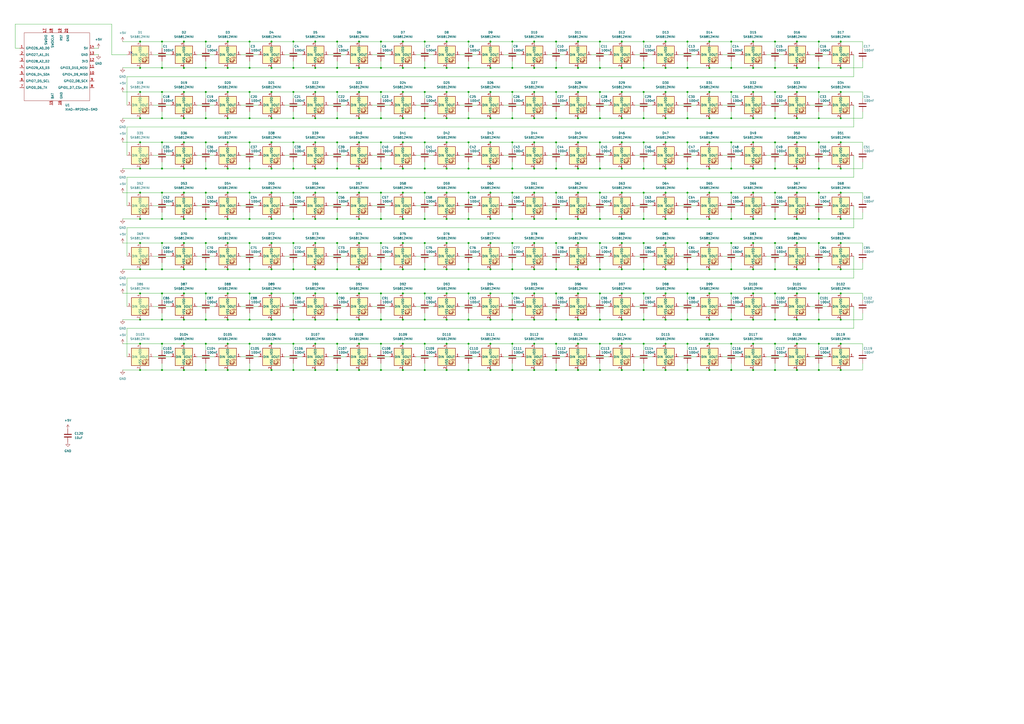
<source format=kicad_sch>
(kicad_sch (version 20231120) (generator "eeschema") (generator_version "8.0")
  (paper "A2")
  (junction (at 81.28 39.37))
  (junction (at 347.98 53.34))
  (junction (at 157.48 140.97))
  (junction (at 81.28 199.39))
  (junction (at 259.08 24.13))
  (junction (at 386.08 170.18))
  (junction (at 360.68 127))
  (junction (at 322.58 111.76))
  (junction (at 144.78 97.79))
  (junction (at 449.58 39.37))
  (junction (at 259.08 170.18))
  (junction (at 335.28 39.37))
  (junction (at 182.88 170.18))
  (junction (at 424.18 97.79))
  (junction (at 182.88 199.39))
  (junction (at 81.28 156.21))
  (junction (at 119.38 214.63))
  (junction (at 93.98 156.21))
  (junction (at 436.88 156.21))
  (junction (at 284.48 170.18))
  (junction (at 322.58 127))
  (junction (at 424.18 111.76))
  (junction (at 335.28 68.58))
  (junction (at 195.58 97.79))
  (junction (at 424.18 127))
  (junction (at 474.98 111.76))
  (junction (at 119.38 156.21))
  (junction (at 195.58 185.42))
  (junction (at 297.18 97.79))
  (junction (at 106.68 24.13))
  (junction (at 195.58 39.37))
  (junction (at 195.58 156.21))
  (junction (at 474.98 127))
  (junction (at 474.98 214.63))
  (junction (at 360.68 82.55))
  (junction (at 144.78 39.37))
  (junction (at 182.88 214.63))
  (junction (at 208.28 53.34))
  (junction (at 347.98 199.39))
  (junction (at 170.18 53.34))
  (junction (at 322.58 185.42))
  (junction (at 106.68 214.63))
  (junction (at 322.58 53.34))
  (junction (at 474.98 140.97))
  (junction (at 119.38 127))
  (junction (at 309.88 82.55))
  (junction (at 271.78 24.13))
  (junction (at 220.98 53.34))
  (junction (at 411.48 97.79))
  (junction (at 195.58 111.76))
  (junction (at 182.88 185.42))
  (junction (at 335.28 111.76))
  (junction (at 208.28 199.39))
  (junction (at 474.98 24.13))
  (junction (at 170.18 68.58))
  (junction (at 144.78 82.55))
  (junction (at 220.98 39.37))
  (junction (at 246.38 82.55))
  (junction (at 411.48 24.13))
  (junction (at 360.68 68.58))
  (junction (at 93.98 185.42))
  (junction (at 449.58 185.42))
  (junction (at 335.28 127))
  (junction (at 462.28 24.13))
  (junction (at 386.08 199.39))
  (junction (at 157.48 111.76))
  (junction (at 81.28 214.63))
  (junction (at 474.98 199.39))
  (junction (at 474.98 82.55))
  (junction (at 398.78 140.97))
  (junction (at 132.08 24.13))
  (junction (at 93.98 68.58))
  (junction (at 386.08 97.79))
  (junction (at 347.98 68.58))
  (junction (at 373.38 24.13))
  (junction (at 170.18 24.13))
  (junction (at 132.08 185.42))
  (junction (at 386.08 82.55))
  (junction (at 373.38 214.63))
  (junction (at 487.68 199.39))
  (junction (at 284.48 24.13))
  (junction (at 474.98 170.18))
  (junction (at 157.48 97.79))
  (junction (at 347.98 140.97))
  (junction (at 93.98 111.76))
  (junction (at 259.08 140.97))
  (junction (at 436.88 97.79))
  (junction (at 474.98 156.21))
  (junction (at 386.08 140.97))
  (junction (at 246.38 170.18))
  (junction (at 170.18 140.97))
  (junction (at 284.48 156.21))
  (junction (at 386.08 156.21))
  (junction (at 119.38 170.18))
  (junction (at 195.58 140.97))
  (junction (at 373.38 185.42))
  (junction (at 259.08 156.21))
  (junction (at 208.28 170.18))
  (junction (at 309.88 185.42))
  (junction (at 297.18 82.55))
  (junction (at 106.68 97.79))
  (junction (at 373.38 170.18))
  (junction (at 424.18 39.37))
  (junction (at 220.98 170.18))
  (junction (at 144.78 140.97))
  (junction (at 297.18 53.34))
  (junction (at 170.18 111.76))
  (junction (at 411.48 82.55))
  (junction (at 449.58 68.58))
  (junction (at 271.78 97.79))
  (junction (at 462.28 214.63))
  (junction (at 182.88 53.34))
  (junction (at 360.68 214.63))
  (junction (at 449.58 170.18))
  (junction (at 411.48 39.37))
  (junction (at 93.98 39.37))
  (junction (at 373.38 68.58))
  (junction (at 144.78 111.76))
  (junction (at 462.28 39.37))
  (junction (at 284.48 127))
  (junction (at 259.08 185.42))
  (junction (at 373.38 82.55))
  (junction (at 373.38 156.21))
  (junction (at 81.28 82.55))
  (junction (at 271.78 156.21))
  (junction (at 157.48 185.42))
  (junction (at 462.28 156.21))
  (junction (at 347.98 39.37))
  (junction (at 398.78 185.42))
  (junction (at 487.68 39.37))
  (junction (at 449.58 97.79))
  (junction (at 398.78 199.39))
  (junction (at 424.18 68.58))
  (junction (at 144.78 170.18))
  (junction (at 259.08 111.76))
  (junction (at 449.58 199.39))
  (junction (at 386.08 53.34))
  (junction (at 322.58 199.39))
  (junction (at 335.28 53.34))
  (junction (at 462.28 68.58))
  (junction (at 93.98 97.79))
  (junction (at 297.18 127))
  (junction (at 284.48 68.58))
  (junction (at 93.98 140.97))
  (junction (at 106.68 68.58))
  (junction (at 322.58 82.55))
  (junction (at 132.08 39.37))
  (junction (at 449.58 156.21))
  (junction (at 170.18 97.79))
  (junction (at 93.98 199.39))
  (junction (at 309.88 68.58))
  (junction (at 119.38 82.55))
  (junction (at 195.58 170.18))
  (junction (at 449.58 111.76))
  (junction (at 487.68 24.13))
  (junction (at 132.08 214.63))
  (junction (at 297.18 68.58))
  (junction (at 347.98 156.21))
  (junction (at 93.98 82.55))
  (junction (at 436.88 82.55))
  (junction (at 220.98 185.42))
  (junction (at 309.88 97.79))
  (junction (at 474.98 68.58))
  (junction (at 411.48 53.34))
  (junction (at 335.28 156.21))
  (junction (at 360.68 97.79))
  (junction (at 182.88 24.13))
  (junction (at 360.68 111.76))
  (junction (at 360.68 199.39))
  (junction (at 424.18 140.97))
  (junction (at 335.28 185.42))
  (junction (at 487.68 185.42))
  (junction (at 259.08 127))
  (junction (at 398.78 68.58))
  (junction (at 132.08 53.34))
  (junction (at 309.88 170.18))
  (junction (at 157.48 170.18))
  (junction (at 424.18 199.39))
  (junction (at 208.28 82.55))
  (junction (at 93.98 24.13))
  (junction (at 360.68 170.18))
  (junction (at 259.08 39.37))
  (junction (at 233.68 53.34))
  (junction (at 106.68 170.18))
  (junction (at 411.48 68.58))
  (junction (at 195.58 24.13))
  (junction (at 398.78 170.18))
  (junction (at 398.78 214.63))
  (junction (at 386.08 185.42))
  (junction (at 246.38 140.97))
  (junction (at 144.78 214.63))
  (junction (at 182.88 82.55))
  (junction (at 220.98 68.58))
  (junction (at 297.18 214.63))
  (junction (at 182.88 111.76))
  (junction (at 119.38 199.39))
  (junction (at 233.68 24.13))
  (junction (at 347.98 214.63))
  (junction (at 424.18 82.55))
  (junction (at 119.38 39.37))
  (junction (at 208.28 39.37))
  (junction (at 208.28 156.21))
  (junction (at 271.78 82.55))
  (junction (at 411.48 199.39))
  (junction (at 157.48 82.55))
  (junction (at 157.48 214.63))
  (junction (at 259.08 68.58))
  (junction (at 360.68 24.13))
  (junction (at 195.58 127))
  (junction (at 411.48 111.76))
  (junction (at 436.88 24.13))
  (junction (at 132.08 111.76))
  (junction (at 233.68 214.63))
  (junction (at 411.48 170.18))
  (junction (at 259.08 199.39))
  (junction (at 106.68 185.42))
  (junction (at 246.38 199.39))
  (junction (at 335.28 97.79))
  (junction (at 322.58 68.58))
  (junction (at 487.68 111.76))
  (junction (at 284.48 97.79))
  (junction (at 398.78 82.55))
  (junction (at 81.28 97.79))
  (junction (at 347.98 97.79))
  (junction (at 233.68 97.79))
  (junction (at 411.48 156.21))
  (junction (at 449.58 214.63))
  (junction (at 195.58 214.63))
  (junction (at 233.68 170.18))
  (junction (at 386.08 39.37))
  (junction (at 284.48 39.37))
  (junction (at 386.08 111.76))
  (junction (at 271.78 53.34))
  (junction (at 208.28 127))
  (junction (at 373.38 97.79))
  (junction (at 462.28 199.39))
  (junction (at 335.28 140.97))
  (junction (at 93.98 170.18))
  (junction (at 309.88 140.97))
  (junction (at 436.88 39.37))
  (junction (at 157.48 199.39))
  (junction (at 436.88 199.39))
  (junction (at 106.68 39.37))
  (junction (at 449.58 82.55))
  (junction (at 81.28 185.42))
  (junction (at 208.28 111.76))
  (junction (at 335.28 199.39))
  (junction (at 220.98 214.63))
  (junction (at 309.88 156.21))
  (junction (at 233.68 185.42))
  (junction (at 462.28 53.34))
  (junction (at 322.58 156.21))
  (junction (at 157.48 24.13))
  (junction (at 246.38 97.79))
  (junction (at 182.88 156.21))
  (junction (at 487.68 127))
  (junction (at 271.78 127))
  (junction (at 449.58 53.34))
  (junction (at 119.38 185.42))
  (junction (at 208.28 214.63))
  (junction (at 347.98 185.42))
  (junction (at 106.68 111.76))
  (junction (at 487.68 170.18))
  (junction (at 220.98 140.97))
  (junction (at 436.88 111.76))
  (junction (at 271.78 111.76))
  (junction (at 284.48 111.76))
  (junction (at 474.98 97.79))
  (junction (at 449.58 140.97))
  (junction (at 322.58 24.13))
  (junction (at 246.38 24.13))
  (junction (at 182.88 68.58))
  (junction (at 233.68 39.37))
  (junction (at 322.58 214.63))
  (junction (at 233.68 199.39))
  (junction (at 373.38 39.37))
  (junction (at 360.68 140.97))
  (junction (at 106.68 82.55))
  (junction (at 170.18 214.63))
  (junction (at 462.28 185.42))
  (junction (at 297.18 39.37))
  (junction (at 144.78 68.58))
  (junction (at 474.98 53.34))
  (junction (at 284.48 199.39))
  (junction (at 297.18 156.21))
  (junction (at 386.08 127))
  (junction (at 487.68 53.34))
  (junction (at 436.88 53.34))
  (junction (at 170.18 170.18))
  (junction (at 132.08 199.39))
  (junction (at 119.38 140.97))
  (junction (at 474.98 185.42))
  (junction (at 487.68 68.58))
  (junction (at 487.68 156.21))
  (junction (at 157.48 39.37))
  (junction (at 424.18 156.21))
  (junction (at 462.28 140.97))
  (junction (at 462.28 97.79))
  (junction (at 220.98 199.39))
  (junction (at 132.08 82.55))
  (junction (at 157.48 156.21))
  (junction (at 424.18 214.63))
  (junction (at 309.88 199.39))
  (junction (at 424.18 185.42))
  (junction (at 360.68 156.21))
  (junction (at 93.98 214.63))
  (junction (at 335.28 170.18))
  (junction (at 373.38 111.76))
  (junction (at 246.38 111.76))
  (junction (at 233.68 68.58))
  (junction (at 233.68 111.76))
  (junction (at 398.78 97.79))
  (junction (at 487.68 97.79))
  (junction (at 233.68 82.55))
  (junction (at 144.78 53.34))
  (junction (at 144.78 24.13))
  (junction (at 297.18 24.13))
  (junction (at 411.48 185.42))
  (junction (at 347.98 82.55))
  (junction (at 309.88 214.63))
  (junction (at 246.38 214.63))
  (junction (at 93.98 127))
  (junction (at 144.78 199.39))
  (junction (at 119.38 111.76))
  (junction (at 119.38 24.13))
  (junction (at 284.48 185.42))
  (junction (at 449.58 24.13))
  (junction (at 436.88 127))
  (junction (at 360.68 185.42))
  (junction (at 220.98 97.79))
  (junction (at 436.88 68.58))
  (junction (at 398.78 39.37))
  (junction (at 208.28 24.13))
  (junction (at 182.88 140.97))
  (junction (at 106.68 140.97))
  (junction (at 398.78 53.34))
  (junction (at 322.58 39.37))
  (junction (at 309.88 127))
  (junction (at 436.88 185.42))
  (junction (at 271.78 170.18))
  (junction (at 170.18 39.37))
  (junction (at 297.18 140.97))
  (junction (at 220.98 111.76))
  (junction (at 271.78 214.63))
  (junction (at 170.18 185.42))
  (junction (at 81.28 127))
  (junction (at 462.28 127))
  (junction (at 144.78 156.21))
  (junction (at 246.38 185.42))
  (junction (at 373.38 53.34))
  (junction (at 81.28 24.13))
  (junction (at 487.68 82.55))
  (junction (at 398.78 24.13))
  (junction (at 309.88 24.13))
  (junction (at 297.18 170.18))
  (junction (at 297.18 185.42))
  (junction (at 322.58 140.97))
  (junction (at 398.78 156.21))
  (junction (at 106.68 53.34))
  (junction (at 398.78 127))
  (junction (at 246.38 127))
  (junction (at 335.28 214.63))
  (junction (at 309.88 111.76))
  (junction (at 170.18 156.21))
  (junction (at 106.68 199.39))
  (junction (at 195.58 53.34))
  (junction (at 322.58 97.79))
  (junction (at 106.68 156.21))
  (junction (at 347.98 170.18))
  (junction (at 220.98 82.55))
  (junction (at 81.28 68.58))
  (junction (at 208.28 185.42))
  (junction (at 284.48 82.55))
  (junction (at 335.28 24.13))
  (junction (at 424.18 170.18))
  (junction (at 411.48 127))
  (junction (at 309.88 53.34))
  (junction (at 386.08 68.58))
  (junction (at 119.38 97.79))
  (junction (at 424.18 24.13))
  (junction (at 411.48 140.97))
  (junction (at 233.68 127))
  (junction (at 246.38 39.37))
  (junction (at 398.78 111.76))
  (junction (at 132.08 156.21))
  (junction (at 335.28 82.55))
  (junction (at 373.38 199.39))
  (junction (at 81.28 111.76))
  (junction (at 106.68 127))
  (junction (at 170.18 127))
  (junction (at 462.28 111.76))
  (junction (at 436.88 140.97))
  (junction (at 347.98 111.76))
  (junction (at 271.78 199.39))
  (junction (at 132.08 140.97))
  (junction (at 182.88 127))
  (junction (at 373.38 140.97))
  (junction (at 246.38 53.34))
  (junction (at 81.28 170.18))
  (junction (at 309.88 39.37))
  (junction (at 182.88 97.79))
  (junction (at 347.98 127))
  (junction (at 246.38 156.21))
  (junction (at 284.48 53.34))
  (junction (at 157.48 127))
  (junction (at 487.68 214.63))
  (junction (at 195.58 82.55))
  (junction (at 411.48 214.63))
  (junction (at 132.08 127))
  (junction (at 259.08 82.55))
  (junction (at 119.38 53.34))
  (junction (at 386.08 24.13))
  (junction (at 271.78 140.97))
  (junction (at 297.18 199.39))
  (junction (at 220.98 24.13))
  (junction (at 132.08 97.79))
  (junction (at 208.28 97.79))
  (junction (at 132.08 170.18))
  (junction (at 284.48 140.97))
  (junction (at 386.08 214.63))
  (junction (at 271.78 185.42))
  (junction (at 259.08 97.79))
  (junction (at 132.08 68.58))
  (junction (at 208.28 68.58))
  (junction (at 347.98 24.13))
  (junction (at 436.88 214.63))
  (junction (at 284.48 214.63))
  (junction (at 322.58 170.18))
  (junction (at 449.58 127))
  (junction (at 259.08 214.63))
  (junction (at 182.88 39.37))
  (junction (at 462.28 82.55))
  (junction (at 271.78 68.58))
  (junction (at 195.58 199.39))
  (junction (at 119.38 68.58))
  (junction (at 195.58 68.58))
  (junction (at 424.18 53.34))
  (junction (at 373.38 127))
  (junction (at 233.68 156.21))
  (junction (at 246.38 68.58))
  (junction (at 233.68 140.97))
  (junction (at 208.28 140.97))
  (junction (at 220.98 156.21))
  (junction (at 144.78 185.42))
  (junction (at 297.18 111.76))
  (junction (at 81.28 140.97))
  (junction (at 462.28 170.18))
  (junction (at 487.68 140.97))
  (junction (at 436.88 170.18))
  (junction (at 271.78 39.37))
  (junction (at 170.18 199.39))
  (junction (at 259.08 53.34))
  (junction (at 170.18 82.55))
  (junction (at 157.48 53.34))
  (junction (at 220.98 127))
  (junction (at 93.98 53.34))
  (junction (at 81.28 53.34))
  (junction (at 360.68 39.37))
  (junction (at 157.48 68.58))
  (junction (at 144.78 127))
  (junction (at 474.98 39.37))
  (junction (at 360.68 53.34))
  (no_connect (at 76.2 30.48))
  (wire (pts (xy 449.58 24.13) (xy 449.58 27.94)))
  (wire (pts (xy 360.68 156.21) (xy 373.38 156.21)))
  (wire (pts (xy 424.18 156.21) (xy 436.88 156.21)))
  (wire (pts (xy 398.78 214.63) (xy 411.48 214.63)))
  (wire (pts (xy 347.98 185.42) (xy 360.68 185.42)))
  (wire (pts (xy 119.38 140.97) (xy 132.08 140.97)))
  (wire (pts (xy 139.7 207.01) (xy 149.86 207.01)))
  (wire (pts (xy 386.08 68.58) (xy 398.78 68.58)))
  (wire (pts (xy 208.28 127) (xy 220.98 127)))
  (wire (pts (xy 246.38 68.58) (xy 259.08 68.58)))
  (wire (pts (xy 398.78 140.97) (xy 411.48 140.97)))
  (wire (pts (xy 165.1 207.01) (xy 175.26 207.01)))
  (wire (pts (xy 317.5 60.96) (xy 327.66 60.96)))
  (wire (pts (xy 419.1 177.8) (xy 429.26 177.8)))
  (wire (pts (xy 386.08 170.18) (xy 398.78 170.18)))
  (wire (pts (xy 474.98 93.98) (xy 474.98 97.79)))
  (wire (pts (xy 284.48 156.21) (xy 297.18 156.21)))
  (wire (pts (xy 195.58 39.37) (xy 208.28 39.37)))
  (wire (pts (xy 71.12 156.21) (xy 81.28 156.21)))
  (wire (pts (xy 373.38 82.55) (xy 373.38 86.36)))
  (wire (pts (xy 271.78 82.55) (xy 271.78 86.36)))
  (wire (pts (xy 157.48 97.79) (xy 170.18 97.79)))
  (wire (pts (xy 424.18 199.39) (xy 424.18 203.2)))
  (wire (pts (xy 322.58 97.79) (xy 335.28 97.79)))
  (wire (pts (xy 71.12 82.55) (xy 81.28 82.55)))
  (wire (pts (xy 393.7 148.59) (xy 403.86 148.59)))
  (wire (pts (xy 182.88 111.76) (xy 195.58 111.76)))
  (wire (pts (xy 165.1 90.17) (xy 175.26 90.17)))
  (wire (pts (xy 93.98 123.19) (xy 93.98 127)))
  (wire (pts (xy 246.38 199.39) (xy 246.38 203.2)))
  (wire (pts (xy 144.78 185.42) (xy 157.48 185.42)))
  (wire (pts (xy 271.78 210.82) (xy 271.78 214.63)))
  (wire (pts (xy 347.98 170.18) (xy 360.68 170.18)))
  (wire (pts (xy 449.58 53.34) (xy 462.28 53.34)))
  (wire (pts (xy 317.5 31.75) (xy 327.66 31.75)))
  (wire (pts (xy 297.18 199.39) (xy 309.88 199.39)))
  (wire (pts (xy 487.68 214.63) (xy 500.38 214.63)))
  (wire (pts (xy 342.9 31.75) (xy 353.06 31.75)))
  (wire (pts (xy 88.9 90.17) (xy 99.06 90.17)))
  (wire (pts (xy 157.48 24.13) (xy 170.18 24.13)))
  (wire (pts (xy 170.18 127) (xy 182.88 127)))
  (wire (pts (xy 393.7 119.38) (xy 403.86 119.38)))
  (wire (pts (xy 462.28 82.55) (xy 474.98 82.55)))
  (wire (pts (xy 335.28 199.39) (xy 347.98 199.39)))
  (wire (pts (xy 474.98 210.82) (xy 474.98 214.63)))
  (wire (pts (xy 271.78 185.42) (xy 284.48 185.42)))
  (wire (pts (xy 220.98 35.56) (xy 220.98 39.37)))
  (wire (pts (xy 398.78 39.37) (xy 411.48 39.37)))
  (wire (pts (xy 88.9 60.96) (xy 99.06 60.96)))
  (wire (pts (xy 373.38 181.61) (xy 373.38 185.42)))
  (wire (pts (xy 271.78 156.21) (xy 284.48 156.21)))
  (wire (pts (xy 360.68 170.18) (xy 373.38 170.18)))
  (wire (pts (xy 373.38 53.34) (xy 386.08 53.34)))
  (wire (pts (xy 190.5 31.75) (xy 200.66 31.75)))
  (wire (pts (xy 347.98 53.34) (xy 360.68 53.34)))
  (wire (pts (xy 71.12 170.18) (xy 81.28 170.18)))
  (wire (pts (xy 297.18 24.13) (xy 309.88 24.13)))
  (wire (pts (xy 309.88 170.18) (xy 322.58 170.18)))
  (wire (pts (xy 309.88 199.39) (xy 322.58 199.39)))
  (wire (pts (xy 347.98 199.39) (xy 347.98 203.2)))
  (wire (pts (xy 398.78 24.13) (xy 411.48 24.13)))
  (wire (pts (xy 297.18 82.55) (xy 297.18 86.36)))
  (wire (pts (xy 266.7 148.59) (xy 276.86 148.59)))
  (wire (pts (xy 119.38 39.37) (xy 132.08 39.37)))
  (wire (pts (xy 398.78 185.42) (xy 411.48 185.42)))
  (wire (pts (xy 132.08 68.58) (xy 144.78 68.58)))
  (wire (pts (xy 119.38 53.34) (xy 119.38 57.15)))
  (wire (pts (xy 195.58 170.18) (xy 208.28 170.18)))
  (wire (pts (xy 411.48 185.42) (xy 424.18 185.42)))
  (wire (pts (xy 368.3 119.38) (xy 378.46 119.38)))
  (wire (pts (xy 386.08 127) (xy 398.78 127)))
  (wire (pts (xy 347.98 82.55) (xy 360.68 82.55)))
  (wire (pts (xy 309.88 185.42) (xy 322.58 185.42)))
  (wire (pts (xy 54.61 31.75) (xy 57.15 31.75)))
  (wire (pts (xy 71.12 39.37) (xy 81.28 39.37)))
  (wire (pts (xy 462.28 170.18) (xy 474.98 170.18)))
  (wire (pts (xy 266.7 31.75) (xy 276.86 31.75)))
  (wire (pts (xy 81.28 97.79) (xy 93.98 97.79)))
  (wire (pts (xy 119.38 210.82) (xy 119.38 214.63)))
  (wire (pts (xy 170.18 24.13) (xy 170.18 27.94)))
  (wire (pts (xy 487.68 24.13) (xy 500.38 24.13)))
  (wire (pts (xy 114.3 119.38) (xy 124.46 119.38)))
  (wire (pts (xy 165.1 177.8) (xy 175.26 177.8)))
  (wire (pts (xy 360.68 68.58) (xy 373.38 68.58)))
  (wire (pts (xy 373.38 170.18) (xy 386.08 170.18)))
  (wire (pts (xy 335.28 53.34) (xy 347.98 53.34)))
  (wire (pts (xy 398.78 210.82) (xy 398.78 214.63)))
  (wire (pts (xy 119.38 170.18) (xy 119.38 173.99)))
  (wire (pts (xy 449.58 82.55) (xy 462.28 82.55)))
  (wire (pts (xy 182.88 82.55) (xy 195.58 82.55)))
  (wire (pts (xy 322.58 35.56) (xy 322.58 39.37)))
  (wire (pts (xy 157.48 68.58) (xy 170.18 68.58)))
  (wire (pts (xy 347.98 111.76) (xy 347.98 115.57)))
  (wire (pts (xy 233.68 68.58) (xy 246.38 68.58)))
  (wire (pts (xy 93.98 93.98) (xy 93.98 97.79)))
  (wire (pts (xy 424.18 152.4) (xy 424.18 156.21)))
  (wire (pts (xy 449.58 140.97) (xy 449.58 144.78)))
  (wire (pts (xy 233.68 199.39) (xy 246.38 199.39)))
  (wire (pts (xy 373.38 127) (xy 386.08 127)))
  (wire (pts (xy 246.38 111.76) (xy 259.08 111.76)))
  (wire (pts (xy 398.78 111.76) (xy 411.48 111.76)))
  (wire (pts (xy 347.98 53.34) (xy 347.98 57.15)))
  (wire (pts (xy 259.08 185.42) (xy 271.78 185.42)))
  (wire (pts (xy 449.58 210.82) (xy 449.58 214.63)))
  (wire (pts (xy 271.78 111.76) (xy 271.78 115.57)))
  (wire (pts (xy 241.3 119.38) (xy 251.46 119.38)))
  (wire (pts (xy 411.48 170.18) (xy 424.18 170.18)))
  (wire (pts (xy 347.98 140.97) (xy 360.68 140.97)))
  (wire (pts (xy 474.98 64.77) (xy 474.98 68.58)))
  (wire (pts (xy 449.58 156.21) (xy 462.28 156.21)))
  (wire (pts (xy 132.08 111.76) (xy 144.78 111.76)))
  (wire (pts (xy 292.1 177.8) (xy 302.26 177.8)))
  (wire (pts (xy 93.98 170.18) (xy 106.68 170.18)))
  (wire (pts (xy 271.78 170.18) (xy 284.48 170.18)))
  (wire (pts (xy 114.3 207.01) (xy 124.46 207.01)))
  (wire (pts (xy 449.58 185.42) (xy 462.28 185.42)))
  (wire (pts (xy 449.58 170.18) (xy 462.28 170.18)))
  (wire (pts (xy 144.78 199.39) (xy 144.78 203.2)))
  (wire (pts (xy 144.78 181.61) (xy 144.78 185.42)))
  (wire (pts (xy 81.28 39.37) (xy 93.98 39.37)))
  (wire (pts (xy 500.38 199.39) (xy 500.38 203.2)))
  (wire (pts (xy 93.98 111.76) (xy 93.98 115.57)))
  (wire (pts (xy 259.08 68.58) (xy 271.78 68.58)))
  (wire (pts (xy 246.38 82.55) (xy 246.38 86.36)))
  (wire (pts (xy 449.58 53.34) (xy 449.58 57.15)))
  (wire (pts (xy 322.58 24.13) (xy 335.28 24.13)))
  (wire (pts (xy 424.18 170.18) (xy 424.18 173.99)))
  (wire (pts (xy 220.98 111.76) (xy 220.98 115.57)))
  (wire (pts (xy 386.08 185.42) (xy 398.78 185.42)))
  (wire (pts (xy 132.08 39.37) (xy 144.78 39.37)))
  (wire (pts (xy 474.98 68.58) (xy 487.68 68.58)))
  (wire (pts (xy 373.38 82.55) (xy 386.08 82.55)))
  (wire (pts (xy 373.38 199.39) (xy 386.08 199.39)))
  (wire (pts (xy 215.9 60.96) (xy 226.06 60.96)))
  (wire (pts (xy 119.38 140.97) (xy 119.38 144.78)))
  (wire (pts (xy 119.38 93.98) (xy 119.38 97.79)))
  (wire (pts (xy 271.78 123.19) (xy 271.78 127)))
  (wire (pts (xy 487.68 127) (xy 500.38 127)))
  (wire (pts (xy 144.78 127) (xy 157.48 127)))
  (wire (pts (xy 500.38 170.18) (xy 500.38 173.99)))
  (wire (pts (xy 246.38 24.13) (xy 259.08 24.13)))
  (wire (pts (xy 215.9 177.8) (xy 226.06 177.8)))
  (wire (pts (xy 208.28 214.63) (xy 220.98 214.63)))
  (wire (pts (xy 106.68 185.42) (xy 119.38 185.42)))
  (wire (pts (xy 259.08 214.63) (xy 271.78 214.63)))
  (wire (pts (xy 170.18 152.4) (xy 170.18 156.21)))
  (wire (pts (xy 424.18 39.37) (xy 436.88 39.37)))
  (wire (pts (xy 271.78 24.13) (xy 271.78 27.94)))
  (wire (pts (xy 233.68 156.21) (xy 246.38 156.21)))
  (wire (pts (xy 93.98 199.39) (xy 106.68 199.39)))
  (wire (pts (xy 424.18 181.61) (xy 424.18 185.42)))
  (wire (pts (xy 246.38 181.61) (xy 246.38 185.42)))
  (wire (pts (xy 398.78 97.79) (xy 411.48 97.79)))
  (wire (pts (xy 144.78 111.76) (xy 157.48 111.76)))
  (wire (pts (xy 144.78 170.18) (xy 157.48 170.18)))
  (wire (pts (xy 220.98 39.37) (xy 233.68 39.37)))
  (wire (pts (xy 309.88 156.21) (xy 322.58 156.21)))
  (wire (pts (xy 342.9 148.59) (xy 353.06 148.59)))
  (wire (pts (xy 322.58 39.37) (xy 335.28 39.37)))
  (wire (pts (xy 462.28 214.63) (xy 474.98 214.63)))
  (wire (pts (xy 284.48 185.42) (xy 297.18 185.42)))
  (wire (pts (xy 373.38 64.77) (xy 373.38 68.58)))
  (wire (pts (xy 424.18 123.19) (xy 424.18 127)))
  (wire (pts (xy 132.08 185.42) (xy 144.78 185.42)))
  (wire (pts (xy 322.58 199.39) (xy 335.28 199.39)))
  (wire (pts (xy 71.12 53.34) (xy 81.28 53.34)))
  (wire (pts (xy 462.28 185.42) (xy 474.98 185.42)))
  (wire (pts (xy 220.98 199.39) (xy 220.98 203.2)))
  (wire (pts (xy 170.18 170.18) (xy 170.18 173.99)))
  (wire (pts (xy 373.38 140.97) (xy 373.38 144.78)))
  (wire (pts (xy 474.98 152.4) (xy 474.98 156.21)))
  (wire (pts (xy 157.48 127) (xy 170.18 127)))
  (wire (pts (xy 271.78 68.58) (xy 284.48 68.58)))
  (wire (pts (xy 144.78 93.98) (xy 144.78 97.79)))
  (wire (pts (xy 347.98 24.13) (xy 360.68 24.13)))
  (wire (pts (xy 195.58 24.13) (xy 208.28 24.13)))
  (wire (pts (xy 182.88 24.13) (xy 195.58 24.13)))
  (wire (pts (xy 444.5 60.96) (xy 454.66 60.96)))
  (wire (pts (xy 347.98 24.13) (xy 347.98 27.94)))
  (wire (pts (xy 444.5 119.38) (xy 454.66 119.38)))
  (wire (pts (xy 322.58 53.34) (xy 335.28 53.34)))
  (wire (pts (xy 220.98 170.18) (xy 220.98 173.99)))
  (wire (pts (xy 195.58 156.21) (xy 208.28 156.21)))
  (wire (pts (xy 411.48 24.13) (xy 424.18 24.13)))
  (wire (pts (xy 259.08 140.97) (xy 271.78 140.97)))
  (wire (pts (xy 449.58 140.97) (xy 462.28 140.97)))
  (wire (pts (xy 449.58 199.39) (xy 462.28 199.39)))
  (wire (pts (xy 449.58 64.77) (xy 449.58 68.58)))
  (wire (pts (xy 449.58 111.76) (xy 462.28 111.76)))
  (wire (pts (xy 309.88 111.76) (xy 322.58 111.76)))
  (wire (pts (xy 411.48 68.58) (xy 424.18 68.58)))
  (wire (pts (xy 88.9 119.38) (xy 99.06 119.38)))
  (wire (pts (xy 73.66 102.87) (xy 73.66 119.38)))
  (wire (pts (xy 271.78 24.13) (xy 284.48 24.13)))
  (wire (pts (xy 157.48 156.21) (xy 170.18 156.21)))
  (wire (pts (xy 424.18 93.98) (xy 424.18 97.79)))
  (wire (pts (xy 424.18 199.39) (xy 436.88 199.39)))
  (wire (pts (xy 119.38 97.79) (xy 132.08 97.79)))
  (wire (pts (xy 449.58 152.4) (xy 449.58 156.21)))
  (wire (pts (xy 266.7 207.01) (xy 276.86 207.01)))
  (wire (pts (xy 220.98 123.19) (xy 220.98 127)))
  (wire (pts (xy 368.3 31.75) (xy 378.46 31.75)))
  (wire (pts (xy 393.7 60.96) (xy 403.86 60.96)))
  (wire (pts (xy 317.5 177.8) (xy 327.66 177.8)))
  (wire (pts (xy 474.98 170.18) (xy 487.68 170.18)))
  (wire (pts (xy 144.78 156.21) (xy 157.48 156.21)))
  (wire (pts (xy 444.5 31.75) (xy 454.66 31.75)))
  (wire (pts (xy 449.58 214.63) (xy 462.28 214.63)))
  (wire (pts (xy 93.98 170.18) (xy 93.98 173.99)))
  (wire (pts (xy 424.18 140.97) (xy 436.88 140.97)))
  (wire (pts (xy 322.58 111.76) (xy 322.58 115.57)))
  (wire (pts (xy 347.98 152.4) (xy 347.98 156.21)))
  (wire (pts (xy 119.38 35.56) (xy 119.38 39.37)))
  (wire (pts (xy 487.68 156.21) (xy 500.38 156.21)))
  (wire (pts (xy 220.98 82.55) (xy 233.68 82.55)))
  (wire (pts (xy 462.28 199.39) (xy 474.98 199.39)))
  (wire (pts (xy 462.28 111.76) (xy 474.98 111.76)))
  (wire (pts (xy 342.9 207.01) (xy 353.06 207.01)))
  (wire (pts (xy 322.58 210.82) (xy 322.58 214.63)))
  (wire (pts (xy 347.98 97.79) (xy 360.68 97.79)))
  (wire (pts (xy 360.68 185.42) (xy 373.38 185.42)))
  (wire (pts (xy 317.5 119.38) (xy 327.66 119.38)))
  (wire (pts (xy 322.58 68.58) (xy 335.28 68.58)))
  (wire (pts (xy 208.28 24.13) (xy 220.98 24.13)))
  (wire (pts (xy 182.88 53.34) (xy 195.58 53.34)))
  (wire (pts (xy 157.48 53.34) (xy 170.18 53.34)))
  (wire (pts (xy 241.3 207.01) (xy 251.46 207.01)))
  (wire (pts (xy 335.28 39.37) (xy 347.98 39.37)))
  (wire (pts (xy 106.68 156.21) (xy 119.38 156.21)))
  (wire (pts (xy 398.78 152.4) (xy 398.78 156.21)))
  (wire (pts (xy 71.12 127) (xy 81.28 127)))
  (wire (pts (xy 139.7 31.75) (xy 149.86 31.75)))
  (wire (pts (xy 297.18 185.42) (xy 309.88 185.42)))
  (wire (pts (xy 495.3 90.17) (xy 495.3 102.87)))
  (wire (pts (xy 93.98 64.77) (xy 93.98 68.58)))
  (wire (pts (xy 360.68 111.76) (xy 373.38 111.76)))
  (wire (pts (xy 73.66 161.29) (xy 73.66 177.8)))
  (wire (pts (xy 297.18 170.18) (xy 297.18 173.99)))
  (wire (pts (xy 220.98 214.63) (xy 233.68 214.63)))
  (wire (pts (xy 322.58 24.13) (xy 322.58 27.94)))
  (wire (pts (xy 474.98 97.79) (xy 487.68 97.79)))
  (wire (pts (xy 500.38 53.34) (xy 500.38 57.15)))
  (wire (pts (xy 220.98 140.97) (xy 233.68 140.97)))
  (wire (pts (xy 271.78 152.4) (xy 271.78 156.21)))
  (wire (pts (xy 500.38 181.61) (xy 500.38 185.42)))
  (wire (pts (xy 233.68 53.34) (xy 246.38 53.34)))
  (wire (pts (xy 398.78 93.98) (xy 398.78 97.79)))
  (wire (pts (xy 398.78 68.58) (xy 411.48 68.58)))
  (wire (pts (xy 170.18 181.61) (xy 170.18 185.42)))
  (wire (pts (xy 119.38 181.61) (xy 119.38 185.42)))
  (wire (pts (xy 220.98 24.13) (xy 233.68 24.13)))
  (wire (pts (xy 182.88 140.97) (xy 195.58 140.97)))
  (wire (pts (xy 271.78 53.34) (xy 271.78 57.15)))
  (wire (pts (xy 81.28 170.18) (xy 93.98 170.18)))
  (wire (pts (xy 190.5 177.8) (xy 200.66 177.8)))
  (wire (pts (xy 144.78 210.82) (xy 144.78 214.63)))
  (wire (pts (xy 449.58 170.18) (xy 449.58 173.99)))
  (wire (pts (xy 284.48 140.97) (xy 297.18 140.97)))
  (wire (pts (xy 190.5 148.59) (xy 200.66 148.59)))
  (wire (pts (xy 106.68 68.58) (xy 119.38 68.58)))
  (wire (pts (xy 419.1 31.75) (xy 429.26 31.75)))
  (wire (pts (xy 220.98 64.77) (xy 220.98 68.58)))
  (wire (pts (xy 246.38 152.4) (xy 246.38 156.21)))
  (wire (pts (xy 474.98 82.55) (xy 474.98 86.36)))
  (wire (pts (xy 360.68 127) (xy 373.38 127)))
  (wire (pts (xy 259.08 53.34) (xy 271.78 53.34)))
  (wire (pts (xy 271.78 140.97) (xy 284.48 140.97)))
  (wire (pts (xy 195.58 199.39) (xy 195.58 203.2)))
  (wire (pts (xy 71.12 199.39) (xy 81.28 199.39)))
  (wire (pts (xy 309.88 24.13) (xy 322.58 24.13)))
  (wire (pts (xy 73.66 190.5) (xy 73.66 207.01)))
  (wire (pts (xy 449.58 35.56) (xy 449.58 39.37)))
  (wire (pts (xy 220.98 152.4) (xy 220.98 156.21)))
  (wire (pts (xy 71.12 185.42) (xy 81.28 185.42)))
  (wire (pts (xy 271.78 64.77) (xy 271.78 68.58)))
  (wire (pts (xy 284.48 82.55) (xy 297.18 82.55)))
  (wire (pts (xy 165.1 31.75) (xy 175.26 31.75)))
  (wire (pts (xy 309.88 82.55) (xy 322.58 82.55)))
  (wire (pts (xy 436.88 39.37) (xy 449.58 39.37)))
  (wire (pts (xy 436.88 68.58) (xy 449.58 68.58)))
  (wire (pts (xy 335.28 68.58) (xy 347.98 68.58)))
  (wire (pts (xy 119.38 111.76) (xy 119.38 115.57)))
  (wire (pts (xy 500.38 152.4) (xy 500.38 156.21)))
  (wire (pts (xy 190.5 60.96) (xy 200.66 60.96)))
  (wire (pts (xy 449.58 24.13) (xy 462.28 24.13)))
  (wire (pts (xy 246.38 214.63) (xy 259.08 214.63)))
  (wire (pts (xy 335.28 185.42) (xy 347.98 185.42)))
  (wire (pts (xy 297.18 170.18) (xy 309.88 170.18)))
  (wire (pts (xy 436.88 185.42) (xy 449.58 185.42)))
  (wire (pts (xy 449.58 127) (xy 462.28 127)))
  (wire (pts (xy 322.58 53.34) (xy 322.58 57.15)))
  (wire (pts (xy 246.38 93.98) (xy 246.38 97.79)))
  (wire (pts (xy 411.48 39.37) (xy 424.18 39.37)))
  (wire (pts (xy 246.38 199.39) (xy 259.08 199.39)))
  (wire (pts (xy 246.38 39.37) (xy 259.08 39.37)))
  (wire (pts (xy 93.98 111.76) (xy 106.68 111.76)))
  (wire (pts (xy 373.38 24.13) (xy 386.08 24.13)))
  (wire (pts (xy 233.68 185.42) (xy 246.38 185.42)))
  (wire (pts (xy 469.9 31.75) (xy 480.06 31.75)))
  (wire (pts (xy 144.78 39.37) (xy 157.48 39.37)))
  (wire (pts (xy 284.48 199.39) (xy 297.18 199.39)))
  (wire (pts (xy 322.58 140.97) (xy 322.58 144.78)))
  (wire (pts (xy 398.78 170.18) (xy 411.48 170.18)))
  (wire (pts (xy 386.08 140.97) (xy 398.78 140.97)))
  (wire (pts (xy 419.1 207.01) (xy 429.26 207.01)))
  (wire (pts (xy 215.9 90.17) (xy 226.06 90.17)))
  (wire (pts (xy 297.18 214.63) (xy 309.88 214.63)))
  (wire (pts (xy 271.78 170.18) (xy 271.78 173.99)))
  (wire (pts (xy 474.98 140.97) (xy 487.68 140.97)))
  (wire (pts (xy 500.38 93.98) (xy 500.38 97.79)))
  (wire (pts (xy 208.28 185.42) (xy 220.98 185.42)))
  (wire (pts (xy 373.38 214.63) (xy 386.08 214.63)))
  (wire (pts (xy 246.38 111.76) (xy 246.38 115.57)))
  (wire (pts (xy 342.9 177.8) (xy 353.06 177.8)))
  (wire (pts (xy 297.18 181.61) (xy 297.18 185.42)))
  (wire (pts (xy 347.98 68.58) (xy 360.68 68.58)))
  (wire (pts (xy 106.68 127) (xy 119.38 127)))
  (wire (pts (xy 144.78 152.4) (xy 144.78 156.21)))
  (wire (pts (xy 215.9 119.38) (xy 226.06 119.38)))
  (wire (pts (xy 208.28 97.79) (xy 220.98 97.79)))
  (wire (pts (xy 309.88 214.63) (xy 322.58 214.63)))
  (wire (pts (xy 436.88 140.97) (xy 449.58 140.97)))
  (wire (pts (xy 322.58 127) (xy 335.28 127)))
  (wire (pts (xy 93.98 82.55) (xy 93.98 86.36)))
  (wire (pts (xy 220.98 53.34) (xy 220.98 57.15)))
  (wire (pts (xy 246.38 123.19) (xy 246.38 127)))
  (wire (pts (xy 182.88 68.58) (xy 195.58 68.58)))
  (wire (pts (xy 271.78 214.63) (xy 284.48 214.63)))
  (wire (pts (xy 373.38 53.34) (xy 373.38 57.15)))
  (wire (pts (xy 195.58 111.76) (xy 195.58 115.57)))
  (wire (pts (xy 246.38 140.97) (xy 246.38 144.78)))
  (wire (pts (xy 347.98 127) (xy 360.68 127)))
  (wire (pts (xy 373.38 35.56) (xy 373.38 39.37)))
  (wire (pts (xy 195.58 127) (xy 208.28 127)))
  (wire (pts (xy 487.68 68.58) (xy 500.38 68.58)))
  (wire (pts (xy 335.28 140.97) (xy 347.98 140.97)))
  (wire (pts (xy 309.88 127) (xy 322.58 127)))
  (wire (pts (xy 233.68 111.76) (xy 246.38 111.76)))
  (wire (pts (xy 220.98 127) (xy 233.68 127)))
  (wire (pts (xy 449.58 93.98) (xy 449.58 97.79)))
  (wire (pts (xy 119.38 156.21) (xy 132.08 156.21)))
  (wire (pts (xy 259.08 127) (xy 271.78 127)))
  (wire (pts (xy 474.98 170.18) (xy 474.98 173.99)))
  (wire (pts (xy 106.68 214.63) (xy 119.38 214.63)))
  (wire (pts (xy 368.3 177.8) (xy 378.46 177.8)))
  (wire (pts (xy 165.1 119.38) (xy 175.26 119.38)))
  (wire (pts (xy 220.98 185.42) (xy 233.68 185.42)))
  (wire (pts (xy 360.68 39.37) (xy 373.38 39.37)))
  (wire (pts (xy 297.18 35.56) (xy 297.18 39.37)))
  (wire (pts (xy 259.08 24.13) (xy 271.78 24.13)))
  (wire (pts (xy 190.5 207.01) (xy 200.66 207.01)))
  (wire (pts (xy 474.98 53.34) (xy 474.98 57.15)))
  (wire (pts (xy 233.68 24.13) (xy 246.38 24.13)))
  (wire (pts (xy 297.18 24.13) (xy 297.18 27.94)))
  (wire (pts (xy 500.38 210.82) (xy 500.38 214.63)))
  (wire (pts (xy 81.28 111.76) (xy 93.98 111.76)))
  (wire (pts (xy 462.28 53.34) (xy 474.98 53.34)))
  (wire (pts (xy 157.48 185.42) (xy 170.18 185.42)))
  (wire (pts (xy 309.88 68.58) (xy 322.58 68.58)))
  (wire (pts (xy 259.08 82.55) (xy 271.78 82.55)))
  (wire (pts (xy 284.48 53.34) (xy 297.18 53.34)))
  (wire (pts (xy 500.38 123.19) (xy 500.38 127)))
  (wire (pts (xy 246.38 97.79) (xy 259.08 97.79)))
  (wire (pts (xy 71.12 140.97) (xy 81.28 140.97)))
  (wire (pts (xy 309.88 39.37) (xy 322.58 39.37)))
  (wire (pts (xy 386.08 199.39) (xy 398.78 199.39)))
  (wire (pts (xy 220.98 68.58) (xy 233.68 68.58)))
  (wire (pts (xy 424.18 111.76) (xy 424.18 115.57)))
  (wire (pts (xy 208.28 111.76) (xy 220.98 111.76)))
  (wire (pts (xy 241.3 90.17) (xy 251.46 90.17)))
  (wire (pts (xy 297.18 156.21) (xy 309.88 156.21)))
  (wire (pts (xy 119.38 53.34) (xy 132.08 53.34)))
  (wire (pts (xy 73.66 44.45) (xy 73.66 60.96)))
  (wire (pts (xy 71.12 97.79) (xy 81.28 97.79)))
  (wire (pts (xy 144.78 68.58) (xy 157.48 68.58)))
  (wire (pts (xy 322.58 82.55) (xy 322.58 86.36)))
  (wire (pts (xy 487.68 185.42) (xy 500.38 185.42)))
  (wire (pts (xy 297.18 152.4) (xy 297.18 156.21)))
  (wire (pts (xy 71.12 24.13) (xy 81.28 24.13)))
  (wire (pts (xy 106.68 24.13) (xy 119.38 24.13)))
  (wire (pts (xy 444.5 148.59) (xy 454.66 148.59)))
  (wire (pts (xy 487.68 199.39) (xy 500.38 199.39)))
  (wire (pts (xy 449.58 39.37) (xy 462.28 39.37)))
  (wire (pts (xy 335.28 82.55) (xy 347.98 82.55)))
  (wire (pts (xy 424.18 170.18) (xy 436.88 170.18)))
  (wire (pts (xy 271.78 181.61) (xy 271.78 185.42)))
  (wire (pts (xy 220.98 111.76) (xy 233.68 111.76)))
  (wire (pts (xy 170.18 35.56) (xy 170.18 39.37)))
  (wire (pts (xy 495.3 60.96) (xy 495.3 73.66)))
  (wire (pts (xy 157.48 82.55) (xy 170.18 82.55)))
  (wire (pts (xy 246.38 53.34) (xy 246.38 57.15)))
  (wire (pts (xy 144.78 214.63) (xy 157.48 214.63)))
  (wire (pts (xy 190.5 90.17) (xy 200.66 90.17)))
  (wire (pts (xy 474.98 199.39) (xy 487.68 199.39)))
  (wire (pts (xy 444.5 90.17) (xy 454.66 90.17)))
  (wire (pts (xy 474.98 123.19) (xy 474.98 127)))
  (wire (pts (xy 88.9 148.59) (xy 99.06 148.59)))
  (wire (pts (xy 474.98 53.34) (xy 487.68 53.34)))
  (wire (pts (xy 436.88 53.34) (xy 449.58 53.34)))
  (wire (pts (xy 144.78 170.18) (xy 144.78 173.99)))
  (wire (pts (xy 347.98 181.61) (xy 347.98 185.42)))
  (wire (pts (xy 449.58 199.39) (xy 449.58 203.2)))
  (wire (pts (xy 119.38 214.63) (xy 132.08 214.63)))
  (wire (pts (xy 170.18 53.34) (xy 170.18 57.15)))
  (wire (pts (xy 170.18 111.76) (xy 182.88 111.76)))
  (wire (pts (xy 335.28 214.63) (xy 347.98 214.63)))
  (wire (pts (xy 271.78 35.56) (xy 271.78 39.37)))
  (wire (pts (xy 208.28 170.18) (xy 220.98 170.18)))
  (wire (pts (xy 139.7 177.8) (xy 149.86 177.8)))
  (wire (pts (xy 292.1 119.38) (xy 302.26 119.38)))
  (wire (pts (xy 241.3 60.96) (xy 251.46 60.96)))
  (wire (pts (xy 322.58 82.55) (xy 335.28 82.55)))
  (wire (pts (xy 398.78 111.76) (xy 398.78 115.57)))
  (wire (pts (xy 386.08 24.13) (xy 398.78 24.13)))
  (wire (pts (xy 106.68 111.76) (xy 119.38 111.76)))
  (wire (pts (xy 93.98 199.39) (xy 93.98 203.2)))
  (wire (pts (xy 195.58 152.4) (xy 195.58 156.21)))
  (wire (pts (xy 284.48 214.63) (xy 297.18 214.63)))
  (wire (pts (xy 81.28 82.55) (xy 93.98 82.55)))
  (wire (pts (xy 373.38 199.39) (xy 373.38 203.2)))
  (wire (pts (xy 342.9 60.96) (xy 353.06 60.96)))
  (wire (pts (xy 495.3 190.5) (xy 73.66 190.5)))
  (wire (pts (xy 271.78 199.39) (xy 284.48 199.39)))
  (wire (pts (xy 347.98 140.97) (xy 347.98 144.78)))
  (wire (pts (xy 182.88 199.39) (xy 195.58 199.39)))
  (wire (pts (xy 322.58 152.4) (xy 322.58 156.21)))
  (wire (pts (xy 259.08 97.79) (xy 271.78 97.79)))
  (wire (pts (xy 246.38 35.56) (xy 246.38 39.37)))
  (wire (pts (xy 144.78 53.34) (xy 144.78 57.15)))
  (wire (pts (xy 132.08 156.21) (xy 144.78 156.21)))
  (wire (pts (xy 500.38 140.97) (xy 500.38 144.78)))
  (wire (pts (xy 436.88 97.79) (xy 449.58 97.79)))
  (wire (pts (xy 373.38 97.79) (xy 386.08 97.79)))
  (wire (pts (xy 119.38 199.39) (xy 119.38 203.2)))
  (wire (pts (xy 170.18 214.63) (xy 182.88 214.63)))
  (wire (pts (xy 208.28 68.58) (xy 220.98 68.58)))
  (wire (pts (xy 322.58 214.63) (xy 335.28 214.63)))
  (wire (pts (xy 297.18 93.98) (xy 297.18 97.79)))
  (wire (pts (xy 411.48 97.79) (xy 424.18 97.79)))
  (wire (pts (xy 347.98 64.77) (xy 347.98 68.58)))
  (wire (pts (xy 462.28 127) (xy 474.98 127)))
  (wire (pts (xy 165.1 60.96) (xy 175.26 60.96)))
  (wire (pts (xy 449.58 123.19) (xy 449.58 127)))
  (wire (pts (xy 386.08 39.37) (xy 398.78 39.37)))
  (wire (pts (xy 368.3 60.96) (xy 378.46 60.96)))
  (wire (pts (xy 419.1 60.96) (xy 429.26 60.96)))
  (wire (pts (xy 119.38 24.13) (xy 119.38 27.94)))
  (wire (pts (xy 360.68 82.55) (xy 373.38 82.55)))
  (wire (pts (xy 93.98 185.42) (xy 106.68 185.42)))
  (wire (pts (xy 292.1 207.01) (xy 302.26 207.01)))
  (wire (pts (xy 220.98 82.55) (xy 220.98 86.36)))
  (wire (pts (xy 309.88 140.97) (xy 322.58 140.97)))
  (wire (pts (xy 444.5 177.8) (xy 454.66 177.8)))
  (wire (pts (xy 182.88 97.79) (xy 195.58 97.79)))
  (wire (pts (xy 347.98 39.37) (xy 360.68 39.37)))
  (wire (pts (xy 266.7 90.17) (xy 276.86 90.17)))
  (wire (pts (xy 170.18 82.55) (xy 182.88 82.55)))
  (wire (pts (xy 106.68 199.39) (xy 119.38 199.39)))
  (wire (pts (xy 190.5 119.38) (xy 200.66 119.38)))
  (wire (pts (xy 284.48 97.79) (xy 297.18 97.79)))
  (wire (pts (xy 322.58 170.18) (xy 335.28 170.18)))
  (wire (pts (xy 195.58 68.58) (xy 208.28 68.58)))
  (wire (pts (xy 266.7 177.8) (xy 276.86 177.8)))
  (wire (pts (xy 182.88 156.21) (xy 195.58 156.21)))
  (wire (pts (xy 309.88 97.79) (xy 322.58 97.79)))
  (wire (pts (xy 157.48 111.76) (xy 170.18 111.76)))
  (wire (pts (xy 271.78 127) (xy 284.48 127)))
  (wire (pts (xy 241.3 148.59) (xy 251.46 148.59)))
  (wire (pts (xy 93.98 68.58) (xy 106.68 68.58)))
  (wire (pts (xy 182.88 214.63) (xy 195.58 214.63)))
  (wire (pts (xy 373.38 152.4) (xy 373.38 156.21)))
  (wire (pts (xy 360.68 53.34) (xy 373.38 53.34)))
  (wire (pts (xy 317.5 148.59) (xy 327.66 148.59)))
  (wire (pts (xy 259.08 39.37) (xy 271.78 39.37)))
  (wire (pts (xy 398.78 64.77) (xy 398.78 68.58)))
  (wire (pts (xy 398.78 24.13) (xy 398.78 27.94)))
  (wire (pts (xy 233.68 214.63) (xy 246.38 214.63)))
  (wire (pts (xy 474.98 24.13) (xy 487.68 24.13)))
  (wire (pts (xy 170.18 156.21) (xy 182.88 156.21)))
  (wire (pts (xy 474.98 24.13) (xy 474.98 27.94)))
  (wire (pts (xy 195.58 64.77) (xy 195.58 68.58)))
  (wire (pts (xy 246.38 64.77) (xy 246.38 68.58)))
  (wire (pts (xy 144.78 35.56) (xy 144.78 39.37)))
  (wire (pts (xy 424.18 82.55) (xy 436.88 82.55)))
  (wire (pts (xy 170.18 199.39) (xy 170.18 203.2)))
  (wire (pts (xy 393.7 31.75) (xy 403.86 31.75)))
  (wire (pts (xy 495.3 177.8) (xy 495.3 190.5)))
  (wire (pts (xy 170.18 93.98) (xy 170.18 97.79)))
  (wire (pts (xy 419.1 148.59) (xy 429.26 148.59)))
  (wire (pts (xy 57.15 27.94) (xy 54.61 27.94)))
  (wire (pts (xy 462.28 140.97) (xy 474.98 140.97)))
  (wire (pts (xy 292.1 148.59) (xy 302.26 148.59)))
  (wire (pts (xy 436.88 82.55) (xy 449.58 82.55)))
  (wire (pts (xy 114.3 60.96) (xy 124.46 60.96)))
  (wire (pts (xy 220.98 24.13) (xy 220.98 27.94)))
  (wire (pts (xy 220.98 156.21) (xy 233.68 156.21)))
  (wire (pts (xy 360.68 140.97) (xy 373.38 140.97)))
  (wire (pts (xy 71.12 214.63) (xy 81.28 214.63)))
  (wire (pts (xy 271.78 39.37) (xy 284.48 39.37)))
  (wire (pts (xy 195.58 170.18) (xy 195.58 173.99)))
  (wire (pts (xy 297.18 111.76) (xy 297.18 115.57)))
  (wire (pts (xy 114.3 90.17) (xy 124.46 90.17)))
  (wire (pts (xy 93.98 214.63) (xy 106.68 214.63)))
  (wire (pts (xy 157.48 199.39) (xy 170.18 199.39)))
  (wire (pts (xy 360.68 24.13) (xy 373.38 24.13)))
  (wire (pts (xy 398.78 82.55) (xy 398.78 86.36)))
  (wire (pts (xy 322.58 170.18) (xy 322.58 173.99)))
  (wire (pts (xy 284.48 39.37) (xy 297.18 39.37)))
  (wire (pts (xy 322.58 123.19) (xy 322.58 127)))
  (wire (pts (xy 195.58 185.42) (xy 208.28 185.42)))
  (wire (pts (xy 500.38 111.76) (xy 500.38 115.57)))
  (wire (pts (xy 373.38 93.98) (xy 373.38 97.79)))
  (wire (pts (xy 246.38 170.18) (xy 246.38 173.99)))
  (wire (pts (xy 220.98 199.39) (xy 233.68 199.39)))
  (wire (pts (xy 246.38 210.82) (xy 246.38 214.63)))
  (wire (pts (xy 398.78 156.21) (xy 411.48 156.21)))
  (wire (pts (xy 386.08 214.63) (xy 398.78 214.63)))
  (wire (pts (xy 373.38 68.58) (xy 386.08 68.58)))
  (wire (pts (xy 500.38 82.55) (xy 500.38 86.36)))
  (wire (pts (xy 106.68 140.97) (xy 119.38 140.97)))
  (wire (pts (xy 119.38 82.55) (xy 119.38 86.36)))
  (wire (pts (xy 119.38 64.77) (xy 119.38 68.58)))
  (wire (pts (xy 373.38 111.76) (xy 373.38 115.57)))
  (wire (pts (xy 93.98 181.61) (xy 93.98 185.42)))
  (wire (pts (xy 195.58 24.13) (xy 195.58 27.94)))
  (wire (pts (xy 215.9 207.01) (xy 226.06 207.01)))
  (wire (pts (xy 182.88 127) (xy 195.58 127)))
  (wire (pts (xy 347.98 111.76) (xy 360.68 111.76)))
  (wire (pts (xy 11.43 27.94) (xy 8.89 27.94)))
  (wire (pts (xy 208.28 39.37) (xy 220.98 39.37)))
  (wire (pts (xy 500.38 35.56) (xy 500.38 39.37)))
  (wire (pts (xy 347.98 199.39) (xy 360.68 199.39)))
  (wire (pts (xy 335.28 170.18) (xy 347.98 170.18)))
  (wire (pts (xy 449.58 97.79) (xy 462.28 97.79)))
  (wire (pts (xy 81.28 156.21) (xy 93.98 156.21)))
  (wire (pts (xy 144.78 123.19) (xy 144.78 127)))
  (wire (pts (xy 208.28 53.34) (xy 220.98 53.34)))
  (wire (pts (xy 495.3 44.45) (xy 73.66 44.45)))
  (wire (pts (xy 347.98 35.56) (xy 347.98 39.37)))
  (wire (pts (xy 436.88 156.21) (xy 449.58 156.21)))
  (wire (pts (xy 119.38 123.19) (xy 119.38 127)))
  (wire (pts (xy 487.68 140.97) (xy 500.38 140.97)))
  (wire (pts (xy 132.08 53.34) (xy 144.78 53.34)))
  (wire (pts (xy 368.3 207.01) (xy 378.46 207.01)))
  (wire (pts (xy 93.98 39.37) (xy 106.68 39.37)))
  (wire (pts (xy 81.28 127) (xy 93.98 127)))
  (wire (pts (xy 347.98 123.19) (xy 347.98 127)))
  (wire (pts (xy 182.88 170.18) (xy 195.58 170.18)))
  (wire (pts (xy 297.18 64.77) (xy 297.18 68.58)))
  (wire (pts (xy 73.66 73.66) (xy 73.66 90.17)))
  (wire (pts (xy 436.88 127) (xy 449.58 127)))
  (wire (pts (xy 469.9 90.17) (xy 480.06 90.17)))
  (wire (pts (xy 220.98 170.18) (xy 233.68 170.18)))
  (wire (pts (xy 317.5 90.17) (xy 327.66 90.17)))
  (wire (pts (xy 398.78 53.34) (xy 411.48 53.34)))
  (wire (pts (xy 322.58 185.42) (xy 335.28 185.42)))
  (wire (pts (xy 335.28 156.21) (xy 347.98 156.21)))
  (wire (pts (xy 93.98 156.21) (xy 106.68 156.21)))
  (wire (pts (xy 373.38 111.76) (xy 386.08 111.76)))
  (wire (pts (xy 360.68 97.79) (xy 373.38 97.79)))
  (wire (pts (xy 88.9 31.75) (xy 99.06 31.75)))
  (wire (pts (xy 144.78 64.77) (xy 144.78 68.58)))
  (wire (pts (xy 284.48 170.18) (xy 297.18 170.18)))
  (wire (pts (xy 292.1 60.96) (xy 302.26 60.96)))
  (wire (pts (xy 220.98 93.98) (xy 220.98 97.79)))
  (wire (pts (xy 462.28 97.79) (xy 474.98 97.79)))
  (wire (pts (xy 195.58 53.34) (xy 195.58 57.15)))
  (wire (pts (xy 132.08 214.63) (xy 144.78 214.63)))
  (wire (pts (xy 157.48 39.37) (xy 170.18 39.37)))
  (wire (pts (xy 469.9 177.8) (xy 480.06 177.8)))
  (wire (pts (xy 462.28 24.13) (xy 474.98 24.13)))
  (wire (pts (xy 495.3 73.66) (xy 73.66 73.66)))
  (wire (pts (xy 114.3 31.75) (xy 124.46 31.75)))
  (wire (pts (xy 220.98 97.79) (xy 233.68 97.79)))
  (wire (pts (xy 297.18 140.97) (xy 309.88 140.97)))
  (wire (pts (xy 424.18 68.58) (xy 436.88 68.58)))
  (wire (pts (xy 208.28 82.55) (xy 220.98 82.55)))
  (wire (pts (xy 393.7 177.8) (xy 403.86 177.8)))
  (wire (pts (xy 170.18 111.76) (xy 170.18 115.57)))
  (wire (pts (xy 132.08 199.39) (xy 144.78 199.39)))
  (wire (pts (xy 474.98 127) (xy 487.68 127)))
  (wire (pts (xy 93.98 35.56) (xy 93.98 39.37)))
  (wire (pts (xy 500.38 64.77) (xy 500.38 68.58)))
  (wire (pts (xy 81.28 185.42) (xy 93.98 185.42)))
  (wire (pts (xy 347.98 210.82) (xy 347.98 214.63)))
  (wire (pts (xy 411.48 156.21) (xy 424.18 156.21)))
  (wire (pts (xy 297.18 97.79) (xy 309.88 97.79)))
  (wire (pts (xy 284.48 127) (xy 297.18 127)))
  (wire (pts (xy 233.68 127) (xy 246.38 127)))
  (wire (pts (xy 474.98 181.61) (xy 474.98 185.42)))
  (wire (pts (xy 170.18 64.77) (xy 170.18 68.58)))
  (wire (pts (xy 220.98 53.34) (xy 233.68 53.34)))
  (wire (pts (xy 373.38 185.42) (xy 386.08 185.42)))
  (wire (pts (xy 495.3 161.29) (xy 73.66 161.29)))
  (wire (pts (xy 495.3 148.59) (xy 495.3 161.29)))
  (wire (pts (xy 119.38 127) (xy 132.08 127)))
  (wire (pts (xy 8.89 27.94) (xy 8.89 13.97)))
  (wire (pts (xy 170.18 53.34) (xy 182.88 53.34)))
  (wire (pts (xy 373.38 170.18) (xy 373.38 173.99)))
  (wire (pts (xy 195.58 199.39) (xy 208.28 199.39)))
  (wire (pts (xy 347.98 170.18) (xy 347.98 173.99)))
  (wire (pts (xy 266.7 60.96) (xy 276.86 60.96)))
  (wire (pts (xy 335.28 111.76) (xy 347.98 111.76)))
  (wire (pts (xy 411.48 111.76) (xy 424.18 111.76)))
  (wire (pts (xy 93.98 53.34) (xy 93.98 57.15)))
  (wire (pts (xy 335.28 127) (xy 347.98 127)))
  (wire (pts (xy 170.18 68.58) (xy 182.88 68.58)))
  (wire (pts (xy 241.3 177.8) (xy 251.46 177.8)))
  (wire (pts (xy 398.78 127) (xy 411.48 127)))
  (wire (pts (xy 398.78 35.56) (xy 398.78 39.37)))
  (wire (pts (xy 373.38 39.37) (xy 386.08 39.37)))
  (wire (pts (xy 462.28 156.21) (xy 474.98 156.21)))
  (wire (pts (xy 469.9 148.59) (xy 480.06 148.59)))
  (wire (pts (xy 144.78 53.34) (xy 157.48 53.34)))
  (wire (pts (xy 411.48 140.97) (xy 424.18 140.97)))
  (wire (pts (xy 119.38 170.18) (xy 132.08 170.18)))
  (wire (pts (xy 297.18 123.19) (xy 297.18 127)))
  (wire (pts (xy 144.78 97.79) (xy 157.48 97.79)))
  (wire (pts (xy 170.18 170.18) (xy 182.88 170.18)))
  (wire (pts (xy 88.9 177.8) (xy 99.06 177.8)))
  (wire (pts (xy 170.18 140.97) (xy 170.18 144.78)))
  (wire (pts (xy 398.78 199.39) (xy 398.78 203.2)))
  (wire (pts (xy 342.9 119.38) (xy 353.06 119.38)))
  (wire (pts (xy 114.3 148.59) (xy 124.46 148.59)))
  (wire (pts (xy 93.98 24.13) (xy 106.68 24.13)))
  (wire (pts (xy 144.78 140.97) (xy 157.48 140.97)))
  (wire (pts (xy 8.89 13.97) (xy 64.77 13.97)))
  (wire (pts (xy 132.08 97.79) (xy 144.78 97.79)))
  (wire (pts (xy 246.38 156.21) (xy 259.08 156.21)))
  (wire (pts (xy 195.58 181.61) (xy 195.58 185.42)))
  (wire (pts (xy 386.08 156.21) (xy 398.78 156.21)))
  (wire (pts (xy 424.18 111.76) (xy 436.88 111.76)))
  (wire (pts (xy 373.38 24.13) (xy 373.38 27.94)))
  (wire (pts (xy 373.38 140.97) (xy 386.08 140.97)))
  (wire (pts (xy 398.78 170.18) (xy 398.78 173.99)))
  (wire (pts (xy 424.18 82.55) (xy 424.18 86.36)))
  (wire (pts (xy 360.68 214.63) (xy 373.38 214.63)))
  (wire (pts (xy 500.38 24.13) (xy 500.38 27.94)))
  (wire (pts (xy 144.78 24.13) (xy 157.48 24.13)))
  (wire (pts (xy 259.08 111.76) (xy 271.78 111.76)))
  (wire (pts (xy 220.98 181.61) (xy 220.98 185.42)))
  (wire (pts (xy 93.98 53.34) (xy 106.68 53.34)))
  (wire (pts (xy 411.48 199.39) (xy 424.18 199.39)))
  (wire (pts (xy 132.08 82.55) (xy 144.78 82.55)))
  (wire (pts (xy 241.3 31.75) (xy 251.46 31.75)))
  (wire (pts (xy 208.28 156.21) (xy 220.98 156.21)))
  (wire (pts (xy 144.78 199.39) (xy 157.48 199.39)))
  (wire (pts (xy 487.68 82.55) (xy 500.38 82.55)))
  (wire (pts (xy 233.68 140.97) (xy 246.38 140.97)))
  (wire (pts (xy 195.58 123.19) (xy 195.58 127)))
  (wire (pts (xy 144.78 82.55) (xy 144.78 86.36)))
  (wire (pts (xy 469.9 60.96) (xy 480.06 60.96)))
  (wire (pts (xy 297.18 140.97) (xy 297.18 144.78)))
  (wire (pts (xy 373.38 123.19) (xy 373.38 127)))
  (wire (pts (xy 93.98 24.13) (xy 93.98 27.94)))
  (wire (pts (xy 170.18 210.82) (xy 170.18 214.63)))
  (wire (pts (xy 347.98 156.21) (xy 360.68 156.21)))
  (wire (pts (xy 419.1 119.38) (xy 429.26 119.38)))
  (wire (pts (xy 368.3 90.17) (xy 378.46 90.17)))
  (wire (pts (xy 182.88 185.42) (xy 195.58 185.42)))
  (wire (pts (xy 144.78 82.55) (xy 157.48 82.55)))
  (wire (pts (xy 297.18 127) (xy 309.88 127)))
  (wire (pts (xy 64.77 31.75) (xy 73.66 31.75)))
  (wire (pts (xy 495.3 119.38) (xy 495.3 132.08)))
  (wire (pts (xy 195.58 214.63) (xy 208.28 214.63)))
  (wire (pts (xy 424.18 24.13) (xy 424.18 27.94)))
  (wire (pts (xy 393.7 207.01) (xy 403.86 207.01)))
  (wire (pts (xy 386.08 53.34) (xy 398.78 53.34)))
  (wire (pts (xy 398.78 181.61) (xy 398.78 185.42)))
  (wire (pts (xy 449.58 181.61) (xy 449.58 185.42)))
  (wire (pts (xy 292.1 31.75) (xy 302.26 31.75)))
  (wire (pts (xy 246.38 53.34) (xy 259.08 53.34)))
  (wire (pts (xy 487.68 97.79) (xy 500.38 97.79)))
  (wire (pts (xy 195.58 97.79) (xy 208.28 97.79)))
  (wire (pts (xy 215.9 148.59) (xy 226.06 148.59)))
  (wire (pts (xy 119.38 68.58) (xy 132.08 68.58)))
  (wire (pts (xy 93.98 140.97) (xy 106.68 140.97)))
  (wire (pts (xy 424.18 214.63) (xy 436.88 214.63)))
  (wire (pts (xy 487.68 39.37) (xy 500.38 39.37)))
  (wire (pts (xy 449.58 82.55) (xy 449.58 86.36)))
  (wire (pts (xy 71.12 68.58) (xy 81.28 68.58)))
  (wire (pts (xy 335.28 97.79) (xy 347.98 97.79)))
  (wire (pts (xy 373.38 156.21) (xy 386.08 156.21)))
  (wire (pts (xy 368.3 148.59) (xy 378.46 148.59)))
  (wire (pts (xy 424.18 53.34) (xy 424.18 57.15)))
  (wire (pts (xy 93.98 140.97) (xy 93.98 144.78)))
  (wire (pts (xy 139.7 90.17) (xy 149.86 90.17)))
  (wire (pts (xy 81.28 140.97) (xy 93.98 140.97)))
  (wire (pts (xy 93.98 152.4) (xy 93.98 156.21)))
  (wire (pts (xy 139.7 119.38) (xy 149.86 119.38)))
  (wire (pts (xy 132.08 24.13) (xy 144.78 24.13)))
  (wire (pts (xy 195.58 53.34) (xy 208.28 53.34)))
  (wire (pts (xy 411.48 82.55) (xy 424.18 82.55)))
  (wire (pts (xy 195.58 35.56) (xy 195.58 39.37)))
  (wire (pts (xy 398.78 53.34) (xy 398.78 57.15)))
  (wire (pts (xy 424.18 185.42) (xy 436.88 185.42)))
  (wire (pts (xy 266.7 119.38) (xy 276.86 119.38)))
  (wire (pts (xy 81.28 214.63) (xy 93.98 214.63)))
  (wire (pts (xy 271.78 140.97) (xy 271.78 144.78)))
  (wire (pts (xy 106.68 39.37) (xy 119.38 39.37)))
  (wire (pts (xy 132.08 170.18) (xy 144.78 170.18)))
  (wire (pts (xy 165.1 148.59) (xy 175.26 148.59)))
  (wire (pts (xy 386.08 82.55) (xy 398.78 82.55)))
  (wire (pts (xy 220.98 210.82) (xy 220.98 214.63)))
  (wire (pts (xy 215.9 31.75) (xy 226.06 31.75)))
  (wire (pts (xy 119.38 24.13) (xy 132.08 24.13)))
  (wire (pts (xy 144.78 24.13) (xy 144.78 27.94)))
  (wire (pts (xy 411.48 53.34) (xy 424.18 53.34)))
  (wire (pts (xy 411.48 214.63) (xy 424.18 214.63)))
  (wire (pts (xy 297.18 68.58) (xy 309.88 68.58)))
  (wire (pts (xy 93.98 97.79) (xy 106.68 97.79)))
  (wire (pts (xy 386.08 97.79) (xy 398.78 97.79)))
  (wire (pts (xy 182.88 39.37) (xy 195.58 39.37)))
  (wire (pts (xy 233.68 82.55) (xy 246.38 82.55)))
  (wire (pts (xy 398.78 140.97) (xy 398.78 144.78)))
  (wire (pts (xy 474.98 39.37) (xy 487.68 39.37)))
  (wire (pts (xy 195.58 140.97) (xy 208.28 140.97)))
  (wire (pts (xy 81.28 199.39) (xy 93.98 199.39)))
  (wire (pts (xy 474.98 185.42) (xy 487.68 185.42)))
  (wire (pts (xy 114.3 177.8) (xy 124.46 177.8)))
  (wire (pts (xy 469.9 119.38) (xy 480.06 119.38)))
  (wire (pts (xy 424.18 210.82) (xy 424.18 214.63)))
  (wire (pts (xy 195.58 82.55) (xy 195.58 86.36)))
  (wire (pts (xy 106.68 170.18) (xy 119.38 170.18)))
  (wire (pts (xy 271.78 199.39) (xy 271.78 203.2)))
  (wire (pts (xy 119.38 185.42) (xy 132.08 185.42)))
  (wire (pts (xy 233.68 170.18) (xy 246.38 170.18)))
  (wire (pts (xy 144.78 111.76) (xy 144.78 115.57)))
  (wire (pts (xy 398.78 123.19) (xy 398.78 127)))
  (wire (pts (xy 424.18 64.77) (xy 424.18 68.58)))
  (wire (pts (xy 208.28 140.97) (xy 220.98 140.97)))
  (wire (pts (xy 208.28 199.39) (xy 220.98 199.39)))
  (wire (pts (xy 259.08 199.39) (xy 271.78 199.39)))
  (wire (pts (xy 297.18 199.39) (xy 297.18 203.2)))
  (wire (pts (xy 106.68 53.34) (xy 119.38 53.34)))
  (wire (pts (xy 106.68 82.55) (xy 119.38 82.55)))
  (wire (pts (xy 271.78 97.79) (xy 284.48 97.79)))
  (wire (pts (xy 71.12 111.76) (xy 81.28 111.76)))
  (wire (pts (xy 132.08 127) (xy 144.78 127)))
  (wire (pts (xy 93.98 127) (xy 106.68 127)))
  (wire (pts (xy 170.18 39.37) (xy 182.88 39.37)))
  (wire (pts (xy 297.18 39.37) (xy 309.88 39.37)))
  (wire (pts (xy 93.98 210.82) (xy 93.98 214.63)))
  (wire (pts (xy 386.08 111.76) (xy 398.78 111.76)))
  (wire (pts (xy 170.18 123.19) (xy 170.18 127)))
  (wire (pts (xy 487.68 53.34) (xy 500.38 53.34)))
  (wire (pts (xy 335.28 24.13) (xy 347.98 24.13)))
  (wire (pts (xy 233.68 97.79) (xy 246.38 97.79)))
  (wire (pts (xy 157.48 140.97) (xy 170.18 140.97)))
  (wire (pts (xy 424.18 24.13) (xy 436.88 24.13)))
  (wire (pts (xy 246.38 127) (xy 259.08 127)))
  (wire (pts (xy 119.38 199.39) (xy 132.08 199.39)))
  (wire (pts (xy 373.38 210.82) (xy 373.38 214.63)))
  (wire (pts (xy 317.5 207.01) (xy 327.66 207.01)))
  (wire (pts (xy 297.18 210.82) (xy 297.18 214.63)))
  (wire (pts (xy 284.48 111.76) (xy 297.18 111.76)))
  (wire (pts (xy 246.38 140.97) (xy 259.08 140.97)))
  (wire (pts (xy 342.9 90.17) (xy 353.06 90.17)))
  (wire (pts (xy 487.68 111.76) (xy 500.38 111.76)))
  (wire (pts (xy 271.78 53.34) (xy 284.48 53.34)))
  (wire (pts (xy 419.1 90.17) (xy 429.26 90.17)))
  (wire (pts (xy 81.28 24.13) (xy 93.98 24.13)))
  (wire (pts (xy 246.38 82.55) (xy 259.08 82.55)))
  (wire (pts (xy 297.18 111.76) (xy 309.88 111.76)))
  (wire (pts (xy 139.7 60.96) (xy 149.86 60.96)))
  (wire (pts (xy 462.28 39.37) (xy 474.98 39.37)))
  (wire (pts (xy 347.98 82.55) (xy 347.98 86.36)))
  (wire (pts (xy 474.98 111.76) (xy 474.98 115.57)))
  (wire (pts (xy 424.18 35.56) (xy 424.18 39.37)))
  (wire (pts (xy 271.78 111.76) (xy 284.48 111.76)))
  (wire (pts (xy 170.18 24.13) (xy 182.88 24.13)))
  (wire (pts (xy 157.48 170.18) (xy 170.18 170.18)))
  (wire (pts (xy 246.38 185.42) (xy 259.08 185.42)))
  (wire (pts (xy 73.66 132.08) (xy 73.66 148.59)))
  (wire (pts (xy 259.08 156.21) (xy 271.78 156.21)))
  (wire (pts (xy 444.5 207.01) (xy 454.66 207.01)))
  (wire (pts (xy 297.18 53.34) (xy 297.18 57.15)))
  (wire (pts (xy 246.38 24.13) (xy 246.38 27.94)))
  (wire (pts (xy 436.88 24.13) (xy 449.58 24.13)))
  (wire (pts (xy 195.58 140.97) (xy 195.58 144.78)))
  (wire (pts (xy 474.98 214.63) (xy 487.68 214.63)))
  (wire (pts (xy 411.48 127) (xy 424.18 127)))
  (wire (pts (xy 322.58 64.77) (xy 322.58 68.58)))
  (wire (pts (xy 297.18 82.55) (xy 309.88 82.55)))
  (wire (pts (xy 157.48 214.63) (xy 170.18 214.63)))
  (wire (pts (xy 132.08 140.97) (xy 144.78 140.97)))
  (wire (pts (xy 495.3 132.08) (xy 73.66 132.08)))
  (wire (pts (xy 398.78 82.55) (xy 411.48 82.55)))
  (wire (pts (xy 88.9 207.01) (xy 99.06 207.01)))
  (wire (pts (xy 309.88 53.34) (xy 322.58 53.34)))
  (wire (pts (xy 170.18 140.97) (xy 182.88 140.97)))
  (wire (pts (xy 119.38 111.76) (xy 132.08 111.76)))
  (wire (pts (xy 284.48 68.58) (xy 297.18 68.58)))
  (wire (pts (xy 436.88 214.63) (xy 449.58 214.63)))
  (wire (pts (xy 170.18 97.79) (xy 182.88 97.79)))
  (wire (pts (xy 347.98 214.63) (xy 360.68 214.63)))
  (wire (pts (xy 474.98 111.76) (xy 487.68 111.76)))
  (wire (pts (xy 271.78 93.98) (xy 271.78 97.79)))
  (wire (pts (xy 436.88 199.39) (xy 449.58 199.39)))
  (wire (pts (xy 322.58 181.61) (xy 322.58 185.42)))
  (wire (pts (xy 106.68 97.79) (xy 119.38 97.79)))
  (wire (pts (xy 487.68 170.18) (xy 500.38 170.18)))
  (wire (pts (xy 233.68 39.37) (xy 246.38 39.37)))
  (wire (pts (xy 144.78 140.97) (xy 144.78 144.78)))
  (wire (pts (xy 474.98 82.55) (xy 487.68 82.55)))
  (wire (pts (xy 347.98 93.98) (xy 347.98 97.79)))
  (wire (pts (xy 119.38 152.4) (xy 119.38 156.21)))
  (wire (pts (xy 436.88 170.18) (xy 449.58 170.18)))
  (wire (pts (xy 424.18 53.34) (xy 436.88 53.34)))
  (wire (pts (xy 322.58 199.39) (xy 322.58 203.2)))
  (wire (pts (xy 474.98 35.56) (xy 474.98 39.37)))
  (wire (pts (xy 259.08 170.18) (xy 271.78 170.18)))
  (wire (pts (xy 220.98 140.97) (xy 220.98 144.78)))
  (wire (pts (xy 297.18 53.34) (xy 309.88 53.34)))
  (wire (pts (xy 93.98 82.55) (xy 106.68 82.55)))
  (wire (pts (xy 424.18 97.79) (xy 436.88 97.79)))
  (wire (pts (xy 449.58 111.76) (xy 449.58 115.57)))
  (wire (pts (xy 360.68 199.39) (xy 373.38 199.39)))
  (wire (pts (xy 393.7 90.17) (xy 403.86 90.17)))
  (wire (pts (xy 322.58 111.76) (xy 335.28 111.76)))
  (wire (pts (xy 322.58 140.97) (xy 335.28 140.97)))
  (wire (pts (xy 292.1 90.17) (xy 302.26 90.17)))
  (wire (pts (xy 195.58 82.55) (xy 208.28 82.55)))
  (wire (pts (xy 474.98 140.97) (xy 474.98 144.78)))
  (wire (pts (xy 398.78 199.39) (xy 411.48 199.39)))
  (wire (pts (xy 81.28 68.58) (xy 93.98 68.58)))
  (wire (pts (xy 170.18 199.39) (xy 182.88 199.39)))
  (wire (pts (xy 170.18 82.55) (xy 170.18 86.36)))
  (wire (pts (xy 139.7 148.59) (xy 149.86 148.59)))
  (wire (pts (xy 424.18 140.97) (xy 424.18 144.78)))
  (wire (pts (xy 284.48 24.13) (xy 297.18 24.13)))
  (wire (pts (xy 495.3 31.75) (xy 495.3 44.45)))
  (wire (pts (xy 195.58 111.76) (xy 208.28 111.76)))
  (wire (pts (xy 195.58 93.98) (xy 195.58 97.79)))
  (wire (pts (xy 195.58 210.82) (xy 195.58 214.63)))
  (wire (pts (xy 436.88 111.76) (xy 449.58 111.76)))
  (wire (pts (xy 119.38 82.55) (xy 132.08 82.55)))
  (wire (pts (xy 495.3 102.87) (xy 73.66 102.87)))
  (wire (pts (xy 322.58 93.98) (xy 322.58 97.79)))
  (wire (pts (xy 170.18 185.42) (xy 182.88 185.42)))
  (wire (pts (xy 469.9 207.01) (xy 480.06 207.01)))
  (wire (pts (xy 474.98 156.21) (xy 487.68 156.21)))
  (wire (pts (xy 64.77 13.97) (xy 64.77 31.75)))
  (wire (pts (xy 449.58 68.58) (xy 462.28 68.58)))
  (wire (pts (xy 271.78 82.55) (xy 284.48 82.55)))
  (wire (pts (xy 474.98 199.39) (xy 474.98 203.2)))
  (wire (pts (xy 81.28 53.34) (xy 93.98 53.34)))
  (wire (pts (xy 322.58 156.21) (xy 335.28 156.21)))
  (wire (pts (xy 246.38 170.18) (xy 259.08 170.18)))
  (wire (pts (xy 462.28 68.58) (xy 474.98 68.58)))
  (wire (pts (xy 424.18 127) (xy 436.88 127)))
  (symbol (lib_id "Device:C") (at 500.38 119.38 0) (unit 1)
    (property "Reference" "C68" (at 500.888 114.554 0) (effects (justify left)))
    (property "Value" "100nF" (at 501.142 116.84 0) (effects (justify left)))
    (property "Footprint" "Capacitor_SMD:C_0201_0603Metric_Pad0.64x0.40mm_HandSolder" (effects (hide yes)))
    (property "Description" "Unpolarized capacitor" (effects (hide yes)))
  )
  (symbol (lib_id "Device:C") (at 220.98 60.96 0) (unit 1)
    (property "Reference" "C23" (at 221.488 56.134 0) (effects (justify left)))
    (property "Value" "100nF" (at 221.742 58.42 0) (effects (justify left)))
    (property "Footprint" "Capacitor_SMD:C_0201_0603Metric_Pad0.64x0.40mm_HandSolder" (effects (hide yes)))
    (property "Description" "Unpolarized capacitor" (effects (hide yes)))
  )
  (symbol (lib_id "Device:C") (at 144.78 60.96 0) (unit 1)
    (property "Reference" "C20" (at 145.288 56.134 0) (effects (justify left)))
    (property "Value" "100nF" (at 145.542 58.42 0) (effects (justify left)))
    (property "Footprint" "Capacitor_SMD:C_0201_0603Metric_Pad0.64x0.40mm_HandSolder" (effects (hide yes)))
    (property "Description" "Unpolarized capacitor" (effects (hide yes)))
  )
  (symbol (lib_id "Device:C") (at 398.78 60.96 0) (unit 1)
    (property "Reference" "C30" (at 399.288 56.134 0) (effects (justify left)))
    (property "Value" "100nF" (at 399.542 58.42 0) (effects (justify left)))
    (property "Footprint" "Capacitor_SMD:C_0201_0603Metric_Pad0.64x0.40mm_HandSolder" (effects (hide yes)))
    (property "Description" "Unpolarized capacitor" (effects (hide yes)))
  )
  (symbol (lib_id "LED:SK6812MINI") (at 386.08 31.75 0) (unit 1)
    (property "Reference" "D13" (at 386.08 18.796 0))
    (property "Value" "SK6812MINI" (at 386.08 21.336 0))
    (property "Footprint" "LED_SMD:LED_SK6812MINI_PLCC4_3.5x3.5mm_P1.75mm" (effects (hide yes)))
    (property "Datasheet" "https://cdn-shop.adafruit.com/product-files/2686/SK6812MINI_REV.01-1-2.pdf" (effects (hide yes)))
    (property "Description" "RGB LED with integrated controller" (effects (hide yes)))
  )
  (symbol (lib_id "Device:C") (at 322.58 207.01 0) (unit 1)
    (property "Reference" "C112" (at 323.088 202.184 0) (effects (justify left)))
    (property "Value" "100nF" (at 323.342 204.47 0) (effects (justify left)))
    (property "Footprint" "Capacitor_SMD:C_0201_0603Metric_Pad0.64x0.40mm_HandSolder" (effects (hide yes)))
    (property "Description" "Unpolarized capacitor" (effects (hide yes)))
  )
  (symbol (lib_id "LED:SK6812MINI") (at 157.48 148.59 0) (unit 1)
    (property "Reference" "D72" (at 157.48 135.636 0))
    (property "Value" "SK6812MINI" (at 157.48 138.176 0))
    (property "Footprint" "LED_SMD:LED_SK6812MINI_PLCC4_3.5x3.5mm_P1.75mm" (effects (hide yes)))
    (property "Datasheet" "https://cdn-shop.adafruit.com/product-files/2686/SK6812MINI_REV.01-1-2.pdf" (effects (hide yes)))
    (property "Description" "RGB LED with integrated controller" (effects (hide yes)))
  )
  (symbol (lib_id "power:GND") (at 71.12 214.63 0) (unit 1)
    (property "Reference" "#PWR016" (effects (hide yes)))
    (property "Value" "GND" (at 71.12 219.71 0))
    (property "Description" "Power symbol creates a global label with name \"GND\" , ground" (effects (hide yes)))
  )
  (symbol (lib_id "LED:SK6812MINI") (at 462.28 207.01 0) (unit 1)
    (property "Reference" "D118" (at 462.28 194.056 0))
    (property "Value" "SK6812MINI" (at 462.28 196.596 0))
    (property "Footprint" "LED_SMD:LED_SK6812MINI_PLCC4_3.5x3.5mm_P1.75mm" (effects (hide yes)))
    (property "Datasheet" "https://cdn-shop.adafruit.com/product-files/2686/SK6812MINI_REV.01-1-2.pdf" (effects (hide yes)))
    (property "Description" "RGB LED with integrated controller" (effects (hide yes)))
  )
  (symbol (lib_id "power:+5V") (at 71.12 24.13 0) (unit 1)
    (property "Reference" "#PWR01" (effects (hide yes)))
    (property "Value" "+5V" (at 71.12 19.05 0))
    (property "Description" "Power symbol creates a global label with name \"+5V\"" (effects (hide yes)))
  )
  (symbol (lib_id "Device:C") (at 424.18 31.75 0) (unit 1)
    (property "Reference" "C14" (at 424.688 26.924 0) (effects (justify left)))
    (property "Value" "100nF" (at 424.942 29.21 0) (effects (justify left)))
    (property "Footprint" "Capacitor_SMD:C_0201_0603Metric_Pad0.64x0.40mm_HandSolder" (effects (hide yes)))
    (property "Description" "Unpolarized capacitor" (effects (hide yes)))
  )
  (symbol (lib_id "LED:SK6812MINI") (at 436.88 207.01 0) (unit 1)
    (property "Reference" "D117" (at 436.88 194.056 0))
    (property "Value" "SK6812MINI" (at 436.88 196.596 0))
    (property "Footprint" "LED_SMD:LED_SK6812MINI_PLCC4_3.5x3.5mm_P1.75mm" (effects (hide yes)))
    (property "Datasheet" "https://cdn-shop.adafruit.com/product-files/2686/SK6812MINI_REV.01-1-2.pdf" (effects (hide yes)))
    (property "Description" "RGB LED with integrated controller" (effects (hide yes)))
  )
  (symbol (lib_id "LED:SK6812MINI") (at 259.08 60.96 0) (unit 1)
    (property "Reference" "D25" (at 259.08 48.006 0))
    (property "Value" "SK6812MINI" (at 259.08 50.546 0))
    (property "Footprint" "LED_SMD:LED_SK6812MINI_PLCC4_3.5x3.5mm_P1.75mm" (effects (hide yes)))
    (property "Datasheet" "https://cdn-shop.adafruit.com/product-files/2686/SK6812MINI_REV.01-1-2.pdf" (effects (hide yes)))
    (property "Description" "RGB LED with integrated controller" (effects (hide yes)))
  )
  (symbol (lib_id "Device:C") (at 297.18 60.96 0) (unit 1)
    (property "Reference" "C26" (at 297.688 56.134 0) (effects (justify left)))
    (property "Value" "100nF" (at 297.942 58.42 0) (effects (justify left)))
    (property "Footprint" "Capacitor_SMD:C_0201_0603Metric_Pad0.64x0.40mm_HandSolder" (effects (hide yes)))
    (property "Description" "Unpolarized capacitor" (effects (hide yes)))
  )
  (symbol (lib_id "Device:C") (at 297.18 119.38 0) (unit 1)
    (property "Reference" "C60" (at 297.688 114.554 0) (effects (justify left)))
    (property "Value" "100nF" (at 297.942 116.84 0) (effects (justify left)))
    (property "Footprint" "Capacitor_SMD:C_0201_0603Metric_Pad0.64x0.40mm_HandSolder" (effects (hide yes)))
    (property "Description" "Unpolarized capacitor" (effects (hide yes)))
  )
  (symbol (lib_id "Device:C") (at 170.18 177.8 0) (unit 1)
    (property "Reference" "C89" (at 170.688 172.974 0) (effects (justify left)))
    (property "Value" "100nF" (at 170.942 175.26 0) (effects (justify left)))
    (property "Footprint" "Capacitor_SMD:C_0201_0603Metric_Pad0.64x0.40mm_HandSolder" (effects (hide yes)))
    (property "Description" "Unpolarized capacitor" (effects (hide yes)))
  )
  (symbol (lib_id "Device:C") (at 271.78 177.8 0) (unit 1)
    (property "Reference" "C93" (at 272.288 172.974 0) (effects (justify left)))
    (property "Value" "100nF" (at 272.542 175.26 0) (effects (justify left)))
    (property "Footprint" "Capacitor_SMD:C_0201_0603Metric_Pad0.64x0.40mm_HandSolder" (effects (hide yes)))
    (property "Description" "Unpolarized capacitor" (effects (hide yes)))
  )
  (symbol (lib_id "power:+5V") (at 71.12 199.39 0) (unit 1)
    (property "Reference" "#PWR015" (effects (hide yes)))
    (property "Value" "+5V" (at 71.12 194.31 0))
    (property "Description" "Power symbol creates a global label with name \"+5V\"" (effects (hide yes)))
  )
  (symbol (lib_id "LED:SK6812MINI") (at 284.48 31.75 0) (unit 1)
    (property "Reference" "D9" (at 284.48 18.796 0))
    (property "Value" "SK6812MINI" (at 284.48 21.336 0))
    (property "Footprint" "LED_SMD:LED_SK6812MINI_PLCC4_3.5x3.5mm_P1.75mm" (effects (hide yes)))
    (property "Datasheet" "https://cdn-shop.adafruit.com/product-files/2686/SK6812MINI_REV.01-1-2.pdf" (effects (hide yes)))
    (property "Description" "RGB LED with integrated controller" (effects (hide yes)))
  )
  (symbol (lib_id "LED:SK6812MINI") (at 335.28 148.59 0) (unit 1)
    (property "Reference" "D79" (at 335.28 135.636 0))
    (property "Value" "SK6812MINI" (at 335.28 138.176 0))
    (property "Footprint" "LED_SMD:LED_SK6812MINI_PLCC4_3.5x3.5mm_P1.75mm" (effects (hide yes)))
    (property "Datasheet" "https://cdn-shop.adafruit.com/product-files/2686/SK6812MINI_REV.01-1-2.pdf" (effects (hide yes)))
    (property "Description" "RGB LED with integrated controller" (effects (hide yes)))
  )
  (symbol (lib_id "Device:C") (at 322.58 60.96 0) (unit 1)
    (property "Reference" "C27" (at 323.088 56.134 0) (effects (justify left)))
    (property "Value" "100nF" (at 323.342 58.42 0) (effects (justify left)))
    (property "Footprint" "Capacitor_SMD:C_0201_0603Metric_Pad0.64x0.40mm_HandSolder" (effects (hide yes)))
    (property "Description" "Unpolarized capacitor" (effects (hide yes)))
  )
  (symbol (lib_id "Device:C") (at 220.98 119.38 0) (unit 1)
    (property "Reference" "C57" (at 221.488 114.554 0) (effects (justify left)))
    (property "Value" "100nF" (at 221.742 116.84 0) (effects (justify left)))
    (property "Footprint" "Capacitor_SMD:C_0201_0603Metric_Pad0.64x0.40mm_HandSolder" (effects (hide yes)))
    (property "Description" "Unpolarized capacitor" (effects (hide yes)))
  )
  (symbol (lib_id "LED:SK6812MINI") (at 208.28 31.75 0) (unit 1)
    (property "Reference" "D6" (at 208.28 18.796 0))
    (property "Value" "SK6812MINI" (at 208.28 21.336 0))
    (property "Footprint" "LED_SMD:LED_SK6812MINI_PLCC4_3.5x3.5mm_P1.75mm" (effects (hide yes)))
    (property "Datasheet" "https://cdn-shop.adafruit.com/product-files/2686/SK6812MINI_REV.01-1-2.pdf" (effects (hide yes)))
    (property "Description" "RGB LED with integrated controller" (effects (hide yes)))
  )
  (symbol (lib_id "LED:SK6812MINI") (at 386.08 119.38 0) (unit 1)
    (property "Reference" "D64" (at 386.08 106.426 0))
    (property "Value" "SK6812MINI" (at 386.08 108.966 0))
    (property "Footprint" "LED_SMD:LED_SK6812MINI_PLCC4_3.5x3.5mm_P1.75mm" (effects (hide yes)))
    (property "Datasheet" "https://cdn-shop.adafruit.com/product-files/2686/SK6812MINI_REV.01-1-2.pdf" (effects (hide yes)))
    (property "Description" "RGB LED with integrated controller" (effects (hide yes)))
  )
  (symbol (lib_id "LED:SK6812MINI") (at 462.28 177.8 0) (unit 1)
    (property "Reference" "D101" (at 462.28 164.846 0))
    (property "Value" "SK6812MINI" (at 462.28 167.386 0))
    (property "Footprint" "LED_SMD:LED_SK6812MINI_PLCC4_3.5x3.5mm_P1.75mm" (effects (hide yes)))
    (property "Datasheet" "https://cdn-shop.adafruit.com/product-files/2686/SK6812MINI_REV.01-1-2.pdf" (effects (hide yes)))
    (property "Description" "RGB LED with integrated controller" (effects (hide yes)))
  )
  (symbol (lib_id "LED:SK6812MINI") (at 462.28 60.96 0) (unit 1)
    (property "Reference" "D33" (at 462.28 48.006 0))
    (property "Value" "SK6812MINI" (at 462.28 50.546 0))
    (property "Footprint" "LED_SMD:LED_SK6812MINI_PLCC4_3.5x3.5mm_P1.75mm" (effects (hide yes)))
    (property "Datasheet" "https://cdn-shop.adafruit.com/product-files/2686/SK6812MINI_REV.01-1-2.pdf" (effects (hide yes)))
    (property "Description" "RGB LED with integrated controller" (effects (hide yes)))
  )
  (symbol (lib_id "LED:SK6812MINI") (at 360.68 90.17 0) (unit 1)
    (property "Reference" "D46" (at 360.68 77.216 0))
    (property "Value" "SK6812MINI" (at 360.68 79.756 0))
    (property "Footprint" "LED_SMD:LED_SK6812MINI_PLCC4_3.5x3.5mm_P1.75mm" (effects (hide yes)))
    (property "Datasheet" "https://cdn-shop.adafruit.com/product-files/2686/SK6812MINI_REV.01-1-2.pdf" (effects (hide yes)))
    (property "Description" "RGB LED with integrated controller" (effects (hide yes)))
  )
  (symbol (lib_id "LED:SK6812MINI") (at 284.48 90.17 0) (unit 1)
    (property "Reference" "D43" (at 284.48 77.216 0))
    (property "Value" "SK6812MINI" (at 284.48 79.756 0))
    (property "Footprint" "LED_SMD:LED_SK6812MINI_PLCC4_3.5x3.5mm_P1.75mm" (effects (hide yes)))
    (property "Datasheet" "https://cdn-shop.adafruit.com/product-files/2686/SK6812MINI_REV.01-1-2.pdf" (effects (hide yes)))
    (property "Description" "RGB LED with integrated controller" (effects (hide yes)))
  )
  (symbol (lib_id "Device:C") (at 373.38 119.38 0) (unit 1)
    (property "Reference" "C63" (at 373.888 114.554 0) (effects (justify left)))
    (property "Value" "100nF" (at 374.142 116.84 0) (effects (justify left)))
    (property "Footprint" "Capacitor_SMD:C_0201_0603Metric_Pad0.64x0.40mm_HandSolder" (effects (hide yes)))
    (property "Description" "Unpolarized capacitor" (effects (hide yes)))
  )
  (symbol (lib_id "LED:SK6812MINI") (at 436.88 119.38 0) (unit 1)
    (property "Reference" "D66" (at 436.88 106.426 0))
    (property "Value" "SK6812MINI" (at 436.88 108.966 0))
    (property "Footprint" "LED_SMD:LED_SK6812MINI_PLCC4_3.5x3.5mm_P1.75mm" (effects (hide yes)))
    (property "Datasheet" "https://cdn-shop.adafruit.com/product-files/2686/SK6812MINI_REV.01-1-2.pdf" (effects (hide yes)))
    (property "Description" "RGB LED with integrated controller" (effects (hide yes)))
  )
  (symbol (lib_id "power:+5V") (at 39.37 248.92 0) (unit 1)
    (property "Reference" "#PWR017" (effects (hide yes)))
    (property "Value" "+5V" (at 39.37 243.84 0))
    (property "Description" "Power symbol creates a global label with name \"+5V\"" (effects (hide yes)))
  )
  (symbol (lib_id "LED:SK6812MINI") (at 182.88 60.96 0) (unit 1)
    (property "Reference" "D22" (at 182.88 48.006 0))
    (property "Value" "SK6812MINI" (at 182.88 50.546 0))
    (property "Footprint" "LED_SMD:LED_SK6812MINI_PLCC4_3.5x3.5mm_P1.75mm" (effects (hide yes)))
    (property "Datasheet" "https://cdn-shop.adafruit.com/product-files/2686/SK6812MINI_REV.01-1-2.pdf" (effects (hide yes)))
    (property "Description" "RGB LED with integrated controller" (effects (hide yes)))
  )
  (symbol (lib_id "Device:C") (at 170.18 207.01 0) (unit 1)
    (property "Reference" "C106" (at 170.688 202.184 0) (effects (justify left)))
    (property "Value" "100nF" (at 170.942 204.47 0) (effects (justify left)))
    (property "Footprint" "Capacitor_SMD:C_0201_0603Metric_Pad0.64x0.40mm_HandSolder" (effects (hide yes)))
    (property "Description" "Unpolarized capacitor" (effects (hide yes)))
  )
  (symbol (lib_id "LED:SK6812MINI") (at 81.28 60.96 0) (unit 1)
    (property "Reference" "D18" (at 81.28 48.006 0))
    (property "Value" "SK6812MINI" (at 81.28 50.546 0))
    (property "Footprint" "LED_SMD:LED_SK6812MINI_PLCC4_3.5x3.5mm_P1.75mm" (effects (hide yes)))
    (property "Datasheet" "https://cdn-shop.adafruit.com/product-files/2686/SK6812MINI_REV.01-1-2.pdf" (effects (hide yes)))
    (property "Description" "RGB LED with integrated controller" (effects (hide yes)))
  )
  (symbol (lib_id "Device:C") (at 170.18 119.38 0) (unit 1)
    (property "Reference" "C55" (at 170.688 114.554 0) (effects (justify left)))
    (property "Value" "100nF" (at 170.942 116.84 0) (effects (justify left)))
    (property "Footprint" "Capacitor_SMD:C_0201_0603Metric_Pad0.64x0.40mm_HandSolder" (effects (hide yes)))
    (property "Description" "Unpolarized capacitor" (effects (hide yes)))
  )
  (symbol (lib_id "Device:C") (at 246.38 31.75 0) (unit 1)
    (property "Reference" "C7" (at 246.888 26.924 0) (effects (justify left)))
    (property "Value" "100nF" (at 247.142 29.21 0) (effects (justify left)))
    (property "Footprint" "Capacitor_SMD:C_0201_0603Metric_Pad0.64x0.40mm_HandSolder" (effects (hide yes)))
    (property "Description" "Unpolarized capacitor" (effects (hide yes)))
  )
  (symbol (lib_id "Device:C") (at 297.18 31.75 0) (unit 1)
    (property "Reference" "C9" (at 297.688 26.924 0) (effects (justify left)))
    (property "Value" "100nF" (at 297.942 29.21 0) (effects (justify left)))
    (property "Footprint" "Capacitor_SMD:C_0201_0603Metric_Pad0.64x0.40mm_HandSolder" (effects (hide yes)))
    (property "Description" "Unpolarized capacitor" (effects (hide yes)))
  )
  (symbol (lib_id "LED:SK6812MINI") (at 386.08 207.01 0) (unit 1)
    (property "Reference" "D115" (at 386.08 194.056 0))
    (property "Value" "SK6812MINI" (at 386.08 196.596 0))
    (property "Footprint" "LED_SMD:LED_SK6812MINI_PLCC4_3.5x3.5mm_P1.75mm" (effects (hide yes)))
    (property "Datasheet" "https://cdn-shop.adafruit.com/product-files/2686/SK6812MINI_REV.01-1-2.pdf" (effects (hide yes)))
    (property "Description" "RGB LED with integrated controller" (effects (hide yes)))
  )
  (symbol (lib_id "LED:SK6812MINI") (at 106.68 148.59 0) (unit 1)
    (property "Reference" "D70" (at 106.68 135.636 0))
    (property "Value" "SK6812MINI" (at 106.68 138.176 0))
    (property "Footprint" "LED_SMD:LED_SK6812MINI_PLCC4_3.5x3.5mm_P1.75mm" (effects (hide yes)))
    (property "Datasheet" "https://cdn-shop.adafruit.com/product-files/2686/SK6812MINI_REV.01-1-2.pdf" (effects (hide yes)))
    (property "Description" "RGB LED with integrated controller" (effects (hide yes)))
  )
  (symbol (lib_id "Device:C") (at 398.78 31.75 0) (unit 1)
    (property "Reference" "C13" (at 399.288 26.924 0) (effects (justify left)))
    (property "Value" "100nF" (at 399.542 29.21 0) (effects (justify left)))
    (property "Footprint" "Capacitor_SMD:C_0201_0603Metric_Pad0.64x0.40mm_HandSolder" (effects (hide yes)))
    (property "Description" "Unpolarized capacitor" (effects (hide yes)))
  )
  (symbol (lib_id "Device:C") (at 449.58 119.38 0) (unit 1)
    (property "Reference" "C66" (at 450.088 114.554 0) (effects (justify left)))
    (property "Value" "100nF" (at 450.342 116.84 0) (effects (justify left)))
    (property "Footprint" "Capacitor_SMD:C_0201_0603Metric_Pad0.64x0.40mm_HandSolder" (effects (hide yes)))
    (property "Description" "Unpolarized capacitor" (effects (hide yes)))
  )
  (symbol (lib_id "LED:SK6812MINI") (at 182.88 148.59 0) (unit 1)
    (property "Reference" "D73" (at 182.88 135.636 0))
    (property "Value" "SK6812MINI" (at 182.88 138.176 0))
    (property "Footprint" "LED_SMD:LED_SK6812MINI_PLCC4_3.5x3.5mm_P1.75mm" (effects (hide yes)))
    (property "Datasheet" "https://cdn-shop.adafruit.com/product-files/2686/SK6812MINI_REV.01-1-2.pdf" (effects (hide yes)))
    (property "Description" "RGB LED with integrated controller" (effects (hide yes)))
  )
  (symbol (lib_id "LED:SK6812MINI") (at 284.48 60.96 0) (unit 1)
    (property "Reference" "D26" (at 284.48 48.006 0))
    (property "Value" "SK6812MINI" (at 284.48 50.546 0))
    (property "Footprint" "LED_SMD:LED_SK6812MINI_PLCC4_3.5x3.5mm_P1.75mm" (effects (hide yes)))
    (property "Datasheet" "https://cdn-shop.adafruit.com/product-files/2686/SK6812MINI_REV.01-1-2.pdf" (effects (hide yes)))
    (property "Description" "RGB LED with integrated controller" (effects (hide yes)))
  )
  (symbol (lib_id "power:GND") (at 71.12 68.58 0) (unit 1)
    (property "Reference" "#PWR06" (effects (hide yes)))
    (property "Value" "GND" (at 71.12 73.66 0))
    (property "Description" "Power symbol creates a global label with name \"GND\" , ground" (effects (hide yes)))
  )
  (symbol (lib_id "power:+5V") (at 71.12 111.76 0) (unit 1)
    (property "Reference" "#PWR09" (effects (hide yes)))
    (property "Value" "+5V" (at 71.12 106.68 0))
    (property "Description" "Power symbol creates a global label with name \"+5V\"" (effects (hide yes)))
  )
  (symbol (lib_id "Device:C") (at 398.78 90.17 0) (unit 1)
    (property "Reference" "C47" (at 399.288 85.344 0) (effects (justify left)))
    (property "Value" "100nF" (at 399.542 87.63 0) (effects (justify left)))
    (property "Footprint" "Capacitor_SMD:C_0201_0603Metric_Pad0.64x0.40mm_HandSolder" (effects (hide yes)))
    (property "Description" "Unpolarized capacitor" (effects (hide yes)))
  )
  (symbol (lib_id "LED:SK6812MINI") (at 309.88 148.59 0) (unit 1)
    (property "Reference" "D78" (at 309.88 135.636 0))
    (property "Value" "SK6812MINI" (at 309.88 138.176 0))
    (property "Footprint" "LED_SMD:LED_SK6812MINI_PLCC4_3.5x3.5mm_P1.75mm" (effects (hide yes)))
    (property "Datasheet" "https://cdn-shop.adafruit.com/product-files/2686/SK6812MINI_REV.01-1-2.pdf" (effects (hide yes)))
    (property "Description" "RGB LED with integrated controller" (effects (hide yes)))
  )
  (symbol (lib_id "Device:C") (at 297.18 207.01 0) (unit 1)
    (property "Reference" "C111" (at 297.688 202.184 0) (effects (justify left)))
    (property "Value" "100nF" (at 297.942 204.47 0) (effects (justify left)))
    (property "Footprint" "Capacitor_SMD:C_0201_0603Metric_Pad0.64x0.40mm_HandSolder" (effects (hide yes)))
    (property "Description" "Unpolarized capacitor" (effects (hide yes)))
  )
  (symbol (lib_id "LED:SK6812MINI") (at 106.68 90.17 0) (unit 1)
    (property "Reference" "D36" (at 106.68 77.216 0))
    (property "Value" "SK6812MINI" (at 106.68 79.756 0))
    (property "Footprint" "LED_SMD:LED_SK6812MINI_PLCC4_3.5x3.5mm_P1.75mm" (effects (hide yes)))
    (property "Datasheet" "https://cdn-shop.adafruit.com/product-files/2686/SK6812MINI_REV.01-1-2.pdf" (effects (hide yes)))
    (property "Description" "RGB LED with integrated controller" (effects (hide yes)))
  )
  (symbol (lib_id "LED:SK6812MINI") (at 335.28 177.8 0) (unit 1)
    (property "Reference" "D96" (at 335.28 164.846 0))
    (property "Value" "SK6812MINI" (at 335.28 167.386 0))
    (property "Footprint" "LED_SMD:LED_SK6812MINI_PLCC4_3.5x3.5mm_P1.75mm" (effects (hide yes)))
    (property "Datasheet" "https://cdn-shop.adafruit.com/product-files/2686/SK6812MINI_REV.01-1-2.pdf" (effects (hide yes)))
    (property "Description" "RGB LED with integrated controller" (effects (hide yes)))
  )
  (symbol (lib_id "Device:C") (at 449.58 31.75 0) (unit 1)
    (property "Reference" "C15" (at 450.088 26.924 0) (effects (justify left)))
    (property "Value" "100nF" (at 450.342 29.21 0) (effects (justify left)))
    (property "Footprint" "Capacitor_SMD:C_0201_0603Metric_Pad0.64x0.40mm_HandSolder" (effects (hide yes)))
    (property "Description" "Unpolarized capacitor" (effects (hide yes)))
  )
  (symbol (lib_id "LED:SK6812MINI") (at 208.28 148.59 0) (unit 1)
    (property "Reference" "D74" (at 208.28 135.636 0))
    (property "Value" "SK6812MINI" (at 208.28 138.176 0))
    (property "Footprint" "LED_SMD:LED_SK6812MINI_PLCC4_3.5x3.5mm_P1.75mm" (effects (hide yes)))
    (property "Datasheet" "https://cdn-shop.adafruit.com/product-files/2686/SK6812MINI_REV.01-1-2.pdf" (effects (hide yes)))
    (property "Description" "RGB LED with integrated controller" (effects (hide yes)))
  )
  (symbol (lib_id "power:GND") (at 71.12 97.79 0) (unit 1)
    (property "Reference" "#PWR08" (effects (hide yes)))
    (property "Value" "GND" (at 71.12 102.87 0))
    (property "Description" "Power symbol creates a global label with name \"GND\" , ground" (effects (hide yes)))
  )
  (symbol (lib_id "Device:C") (at 271.78 60.96 0) (unit 1)
    (property "Reference" "C25" (at 272.288 56.134 0) (effects (justify left)))
    (property "Value" "100nF" (at 272.542 58.42 0) (effects (justify left)))
    (property "Footprint" "Capacitor_SMD:C_0201_0603Metric_Pad0.64x0.40mm_HandSolder" (effects (hide yes)))
    (property "Description" "Unpolarized capacitor" (effects (hide yes)))
  )
  (symbol (lib_id "Device:C") (at 449.58 207.01 0) (unit 1)
    (property "Reference" "C117" (at 450.088 202.184 0) (effects (justify left)))
    (property "Value" "100nF" (at 450.342 204.47 0) (effects (justify left)))
    (property "Footprint" "Capacitor_SMD:C_0201_0603Metric_Pad0.64x0.40mm_HandSolder" (effects (hide yes)))
    (property "Description" "Unpolarized capacitor" (effects (hide yes)))
  )
  (symbol (lib_id "LED:SK6812MINI") (at 462.28 31.75 0) (unit 1)
    (property "Reference" "D16" (at 462.28 18.796 0))
    (property "Value" "SK6812MINI" (at 462.28 21.336 0))
    (property "Footprint" "LED_SMD:LED_SK6812MINI_PLCC4_3.5x3.5mm_P1.75mm" (effects (hide yes)))
    (property "Datasheet" "https://cdn-shop.adafruit.com/product-files/2686/SK6812MINI_REV.01-1-2.pdf" (effects (hide yes)))
    (property "Description" "RGB LED with integrated controller" (effects (hide yes)))
  )
  (symbol (lib_id "Device:C") (at 474.98 31.75 0) (unit 1)
    (property "Reference" "C16" (at 475.488 26.924 0) (effects (justify left)))
    (property "Value" "100nF" (at 475.742 29.21 0) (effects (justify left)))
    (property "Footprint" "Capacitor_SMD:C_0201_0603Metric_Pad0.64x0.40mm_HandSolder" (effects (hide yes)))
    (property "Description" "Unpolarized capacitor" (effects (hide yes)))
  )
  (symbol (lib_id "Device:C") (at 347.98 177.8 0) (unit 1)
    (property "Reference" "C96" (at 348.488 172.974 0) (effects (justify left)))
    (property "Value" "100nF" (at 348.742 175.26 0) (effects (justify left)))
    (property "Footprint" "Capacitor_SMD:C_0201_0603Metric_Pad0.64x0.40mm_HandSolder" (effects (hide yes)))
    (property "Description" "Unpolarized capacitor" (effects (hide yes)))
  )
  (symbol (lib_id "Device:C") (at 170.18 148.59 0) (unit 1)
    (property "Reference" "C72" (at 170.688 143.764 0) (effects (justify left)))
    (property "Value" "100nF" (at 170.942 146.05 0) (effects (justify left)))
    (property "Footprint" "Capacitor_SMD:C_0201_0603Metric_Pad0.64x0.40mm_HandSolder" (effects (hide yes)))
    (property "Description" "Unpolarized capacitor" (effects (hide yes)))
  )
  (symbol (lib_id "LED:SK6812MINI") (at 132.08 207.01 0) (unit 1)
    (property "Reference" "D105" (at 132.08 194.056 0))
    (property "Value" "SK6812MINI" (at 132.08 196.596 0))
    (property "Footprint" "LED_SMD:LED_SK6812MINI_PLCC4_3.5x3.5mm_P1.75mm" (effects (hide yes)))
    (property "Datasheet" "https://cdn-shop.adafruit.com/product-files/2686/SK6812MINI_REV.01-1-2.pdf" (effects (hide yes)))
    (property "Description" "RGB LED with integrated controller" (effects (hide yes)))
  )
  (symbol (lib_id "Device:C") (at 93.98 207.01 0) (unit 1)
    (property "Reference" "C103" (at 94.488 202.184 0) (effects (justify left)))
    (property "Value" "100nF" (at 94.742 204.47 0) (effects (justify left)))
    (property "Footprint" "Capacitor_SMD:C_0201_0603Metric_Pad0.64x0.40mm_HandSolder" (effects (hide yes)))
    (property "Description" "Unpolarized capacitor" (effects (hide yes)))
  )
  (symbol (lib_id "LED:SK6812MINI") (at 487.68 60.96 0) (unit 1)
    (property "Reference" "D34" (at 487.68 48.006 0))
    (property "Value" "SK6812MINI" (at 487.68 50.546 0))
    (property "Footprint" "LED_SMD:LED_SK6812MINI_PLCC4_3.5x3.5mm_P1.75mm" (effects (hide yes)))
    (property "Datasheet" "https://cdn-shop.adafruit.com/product-files/2686/SK6812MINI_REV.01-1-2.pdf" (effects (hide yes)))
    (property "Description" "RGB LED with integrated controller" (effects (hide yes)))
  )
  (symbol (lib_id "Device:C") (at 449.58 148.59 0) (unit 1)
    (property "Reference" "C83" (at 450.088 143.764 0) (effects (justify left)))
    (property "Value" "100nF" (at 450.342 146.05 0) (effects (justify left)))
    (property "Footprint" "Capacitor_SMD:C_0201_0603Metric_Pad0.64x0.40mm_HandSolder" (effects (hide yes)))
    (property "Description" "Unpolarized capacitor" (effects (hide yes)))
  )
  (symbol (lib_id "Device:C") (at 322.58 148.59 0) (unit 1)
    (property "Reference" "C78" (at 323.088 143.764 0) (effects (justify left)))
    (property "Value" "100nF" (at 323.342 146.05 0) (effects (justify left)))
    (property "Footprint" "Capacitor_SMD:C_0201_0603Metric_Pad0.64x0.40mm_HandSolder" (effects (hide yes)))
    (property "Description" "Unpolarized capacitor" (effects (hide yes)))
  )
  (symbol (lib_id "Device:C") (at 119.38 207.01 0) (unit 1)
    (property "Reference" "C104" (at 119.888 202.184 0) (effects (justify left)))
    (property "Value" "100nF" (at 120.142 204.47 0) (effects (justify left)))
    (property "Footprint" "Capacitor_SMD:C_0201_0603Metric_Pad0.64x0.40mm_HandSolder" (effects (hide yes)))
    (property "Description" "Unpolarized capacitor" (effects (hide yes)))
  )
  (symbol (lib_id "LED:SK6812MINI") (at 462.28 119.38 0) (unit 1)
    (property "Reference" "D67" (at 462.28 106.426 0))
    (property "Value" "SK6812MINI" (at 462.28 108.966 0))
    (property "Footprint" "LED_SMD:LED_SK6812MINI_PLCC4_3.5x3.5mm_P1.75mm" (effects (hide yes)))
    (property "Datasheet" "https://cdn-shop.adafruit.com/product-files/2686/SK6812MINI_REV.01-1-2.pdf" (effects (hide yes)))
    (property "Description" "RGB LED with integrated controller" (effects (hide yes)))
  )
  (symbol (lib_id "Device:C") (at 170.18 90.17 0) (unit 1)
    (property "Reference" "C38" (at 170.688 85.344 0) (effects (justify left)))
    (property "Value" "100nF" (at 170.942 87.63 0) (effects (justify left)))
    (property "Footprint" "Capacitor_SMD:C_0201_0603Metric_Pad0.64x0.40mm_HandSolder" (effects (hide yes)))
    (property "Description" "Unpolarized capacitor" (effects (hide yes)))
  )
  (symbol (lib_id "Device:C") (at 195.58 148.59 0) (unit 1)
    (property "Reference" "C73" (at 196.088 143.764 0) (effects (justify left)))
    (property "Value" "100nF" (at 196.342 146.05 0) (effects (justify left)))
    (property "Footprint" "Capacitor_SMD:C_0201_0603Metric_Pad0.64x0.40mm_HandSolder" (effects (hide yes)))
    (property "Description" "Unpolarized capacitor" (effects (hide yes)))
  )
  (symbol (lib_id "Device:C") (at 93.98 148.59 0) (unit 1)
    (property "Reference" "C69" (at 94.488 143.764 0) (effects (justify left)))
    (property "Value" "100nF" (at 94.742 146.05 0) (effects (justify left)))
    (property "Footprint" "Capacitor_SMD:C_0201_0603Metric_Pad0.64x0.40mm_HandSolder" (effects (hide yes)))
    (property "Description" "Unpolarized capacitor" (effects (hide yes)))
  )
  (symbol (lib_id "Device:C") (at 297.18 90.17 0) (unit 1)
    (property "Reference" "C43" (at 297.688 85.344 0) (effects (justify left)))
    (property "Value" "100nF" (at 297.942 87.63 0) (effects (justify left)))
    (property "Footprint" "Capacitor_SMD:C_0201_0603Metric_Pad0.64x0.40mm_HandSolder" (effects (hide yes)))
    (property "Description" "Unpolarized capacitor" (effects (hide yes)))
  )
  (symbol (lib_id "LED:SK6812MINI") (at 487.68 31.75 0) (unit 1)
    (property "Reference" "D17" (at 487.68 18.796 0))
    (property "Value" "SK6812MINI" (at 487.68 21.336 0))
    (property "Footprint" "LED_SMD:LED_SK6812MINI_PLCC4_3.5x3.5mm_P1.75mm" (effects (hide yes)))
    (property "Datasheet" "https://cdn-shop.adafruit.com/product-files/2686/SK6812MINI_REV.01-1-2.pdf" (effects (hide yes)))
    (property "Description" "RGB LED with integrated controller" (effects (hide yes)))
  )
  (symbol (lib_id "Device:C") (at 195.58 177.8 0) (unit 1)
    (property "Reference" "C90" (at 196.088 172.974 0) (effects (justify left)))
    (property "Value" "100nF" (at 196.342 175.26 0) (effects (justify left)))
    (property "Footprint" "Capacitor_SMD:C_0201_0603Metric_Pad0.64x0.40mm_HandSolder" (effects (hide yes)))
    (property "Description" "Unpolarized capacitor" (effects (hide yes)))
  )
  (symbol (lib_id "LED:SK6812MINI") (at 309.88 90.17 0) (unit 1)
    (property "Reference" "D44" (at 309.88 77.216 0))
    (property "Value" "SK6812MINI" (at 309.88 79.756 0))
    (property "Footprint" "LED_SMD:LED_SK6812MINI_PLCC4_3.5x3.5mm_P1.75mm" (effects (hide yes)))
    (property "Datasheet" "https://cdn-shop.adafruit.com/product-files/2686/SK6812MINI_REV.01-1-2.pdf" (effects (hide yes)))
    (property "Description" "RGB LED with integrated controller" (effects (hide yes)))
  )
  (symbol (lib_id "Device:C") (at 322.58 119.38 0) (unit 1)
    (property "Reference" "C61" (at 323.088 114.554 0) (effects (justify left)))
    (property "Value" "100nF" (at 323.342 116.84 0) (effects (justify left)))
    (property "Footprint" "Capacitor_SMD:C_0201_0603Metric_Pad0.64x0.40mm_HandSolder" (effects (hide yes)))
    (property "Description" "Unpolarized capacitor" (effects (hide yes)))
  )
  (symbol (lib_id "Device:C") (at 271.78 90.17 0) (unit 1)
    (property "Reference" "C42" (at 272.288 85.344 0) (effects (justify left)))
    (property "Value" "100nF" (at 272.542 87.63 0) (effects (justify left)))
    (property "Footprint" "Capacitor_SMD:C_0201_0603Metric_Pad0.64x0.40mm_HandSolder" (effects (hide yes)))
    (property "Description" "Unpolarized capacitor" (effects (hide yes)))
  )
  (symbol (lib_id "Device:C") (at 297.18 177.8 0) (unit 1)
    (property "Reference" "C94" (at 297.688 172.974 0) (effects (justify left)))
    (property "Value" "100nF" (at 297.942 175.26 0) (effects (justify left)))
    (property "Footprint" "Capacitor_SMD:C_0201_0603Metric_Pad0.64x0.40mm_HandSolder" (effects (hide yes)))
    (property "Description" "Unpolarized capacitor" (effects (hide yes)))
  )
  (symbol (lib_id "Device:C") (at 144.78 148.59 0) (unit 1)
    (property "Reference" "C71" (at 145.288 143.764 0) (effects (justify left)))
    (property "Value" "100nF" (at 145.542 146.05 0) (effects (justify left)))
    (property "Footprint" "Capacitor_SMD:C_0201_0603Metric_Pad0.64x0.40mm_HandSolder" (effects (hide yes)))
    (property "Description" "Unpolarized capacitor" (effects (hide yes)))
  )
  (symbol (lib_id "Device:C") (at 449.58 177.8 0) (unit 1)
    (property "Reference" "C100" (at 450.088 172.974 0) (effects (justify left)))
    (property "Value" "100nF" (at 450.342 175.26 0) (effects (justify left)))
    (property "Footprint" "Capacitor_SMD:C_0201_0603Metric_Pad0.64x0.40mm_HandSolder" (effects (hide yes)))
    (property "Description" "Unpolarized capacitor" (effects (hide yes)))
  )
  (symbol (lib_id "Device:C") (at 119.38 60.96 0) (unit 1)
    (property "Reference" "C19" (at 119.888 56.134 0) (effects (justify left)))
    (property "Value" "100nF" (at 120.142 58.42 0) (effects (justify left)))
    (property "Footprint" "Capacitor_SMD:C_0201_0603Metric_Pad0.64x0.40mm_HandSolder" (effects (hide yes)))
    (property "Description" "Unpolarized capacitor" (effects (hide yes)))
  )
  (symbol (lib_id "LED:SK6812MINI") (at 106.68 31.75 0) (unit 1)
    (property "Reference" "D2" (at 106.68 18.796 0))
    (property "Value" "SK6812MINI" (at 106.68 21.336 0))
    (property "Footprint" "LED_SMD:LED_SK6812MINI_PLCC4_3.5x3.5mm_P1.75mm" (effects (hide yes)))
    (property "Datasheet" "https://cdn-shop.adafruit.com/product-files/2686/SK6812MINI_REV.01-1-2.pdf" (effects (hide yes)))
    (property "Description" "RGB LED with integrated controller" (effects (hide yes)))
  )
  (symbol (lib_id "LED:SK6812MINI") (at 132.08 60.96 0) (unit 1)
    (property "Reference" "D20" (at 132.08 48.006 0))
    (property "Value" "SK6812MINI" (at 132.08 50.546 0))
    (property "Footprint" "LED_SMD:LED_SK6812MINI_PLCC4_3.5x3.5mm_P1.75mm" (effects (hide yes)))
    (property "Datasheet" "https://cdn-shop.adafruit.com/product-files/2686/SK6812MINI_REV.01-1-2.pdf" (effects (hide yes)))
    (property "Description" "RGB LED with integrated controller" (effects (hide yes)))
  )
  (symbol (lib_id "LED:SK6812MINI") (at 132.08 119.38 0) (unit 1)
    (property "Reference" "D54" (at 132.08 106.426 0))
    (property "Value" "SK6812MINI" (at 132.08 108.966 0))
    (property "Footprint" "LED_SMD:LED_SK6812MINI_PLCC4_3.5x3.5mm_P1.75mm" (effects (hide yes)))
    (property "Datasheet" "https://cdn-shop.adafruit.com/product-files/2686/SK6812MINI_REV.01-1-2.pdf" (effects (hide yes)))
    (property "Description" "RGB LED with integrated controller" (effects (hide yes)))
  )
  (symbol (lib_id "Device:C") (at 144.78 177.8 0) (unit 1)
    (property "Reference" "C88" (at 145.288 172.974 0) (effects (justify left)))
    (property "Value" "100nF" (at 145.542 175.26 0) (effects (justify left)))
    (property "Footprint" "Capacitor_SMD:C_0201_0603Metric_Pad0.64x0.40mm_HandSolder" (effects (hide yes)))
    (property "Description" "Unpolarized capacitor" (effects (hide yes)))
  )
  (symbol (lib_id "power:+5V") (at 57.15 27.94 0) (unit 1)
    (property "Reference" "#PWR02" (effects (hide yes)))
    (property "Value" "+5V" (at 57.15 22.86 0))
    (property "Description" "Power symbol creates a global label with name \"+5V\"" (effects (hide yes)))
  )
  (symbol (lib_id "Device:C") (at 297.18 148.59 0) (unit 1)
    (property "Reference" "C77" (at 297.688 143.764 0) (effects (justify left)))
    (property "Value" "100nF" (at 297.942 146.05 0) (effects (justify left)))
    (property "Footprint" "Capacitor_SMD:C_0201_0603Metric_Pad0.64x0.40mm_HandSolder" (effects (hide yes)))
    (property "Description" "Unpolarized capacitor" (effects (hide yes)))
  )
  (symbol (lib_id "LED:SK6812MINI") (at 309.88 207.01 0) (unit 1)
    (property "Reference" "D112" (at 309.88 194.056 0))
    (property "Value" "SK6812MINI" (at 309.88 196.596 0))
    (property "Footprint" "LED_SMD:LED_SK6812MINI_PLCC4_3.5x3.5mm_P1.75mm" (effects (hide yes)))
    (property "Datasheet" "https://cdn-shop.adafruit.com/product-files/2686/SK6812MINI_REV.01-1-2.pdf" (effects (hide yes)))
    (property "Description" "RGB LED with integrated controller" (effects (hide yes)))
  )
  (symbol (lib_id "LED:SK6812MINI") (at 81.28 207.01 0) (unit 1)
    (property "Reference" "D103" (at 81.28 194.056 0))
    (property "Value" "SK6812MINI" (at 81.28 196.596 0))
    (property "Footprint" "LED_SMD:LED_SK6812MINI_PLCC4_3.5x3.5mm_P1.75mm" (effects (hide yes)))
    (property "Datasheet" "https://cdn-shop.adafruit.com/product-files/2686/SK6812MINI_REV.01-1-2.pdf" (effects (hide yes)))
    (property "Description" "RGB LED with integrated controller" (effects (hide yes)))
  )
  (symbol (lib_id "Device:C") (at 424.18 90.17 0) (unit 1)
    (property "Reference" "C48" (at 424.688 85.344 0) (effects (justify left)))
    (property "Value" "100nF" (at 424.942 87.63 0) (effects (justify left)))
    (property "Footprint" "Capacitor_SMD:C_0201_0603Metric_Pad0.64x0.40mm_HandSolder" (effects (hide yes)))
    (property "Description" "Unpolarized capacitor" (effects (hide yes)))
  )
  (symbol (lib_id "Device:C") (at 500.38 31.75 0) (unit 1)
    (property "Reference" "C17" (at 500.888 26.924 0) (effects (justify left)))
    (property "Value" "100nF" (at 501.142 29.21 0) (effects (justify left)))
    (property "Footprint" "Capacitor_SMD:C_0201_0603Metric_Pad0.64x0.40mm_HandSolder" (effects (hide yes)))
    (property "Description" "Unpolarized capacitor" (effects (hide yes)))
  )
  (symbol (lib_id "Device:C") (at 246.38 148.59 0) (unit 1)
    (property "Reference" "C75" (at 246.888 143.764 0) (effects (justify left)))
    (property "Value" "100nF" (at 247.142 146.05 0) (effects (justify left)))
    (property "Footprint" "Capacitor_SMD:C_0201_0603Metric_Pad0.64x0.40mm_HandSolder" (effects (hide yes)))
    (property "Description" "Unpolarized capacitor" (effects (hide yes)))
  )
  (symbol (lib_id "LED:SK6812MINI") (at 335.28 119.38 0) (unit 1)
    (property "Reference" "D62" (at 335.28 106.426 0))
    (property "Value" "SK6812MINI" (at 335.28 108.966 0))
    (property "Footprint" "LED_SMD:LED_SK6812MINI_PLCC4_3.5x3.5mm_P1.75mm" (effects (hide yes)))
    (property "Datasheet" "https://cdn-shop.adafruit.com/product-files/2686/SK6812MINI_REV.01-1-2.pdf" (effects (hide yes)))
    (property "Description" "RGB LED with integrated controller" (effects (hide yes)))
  )
  (symbol (lib_id "LED:SK6812MINI") (at 487.68 148.59 0) (unit 1)
    (property "Reference" "D85" (at 487.68 135.636 0))
    (property "Value" "SK6812MINI" (at 487.68 138.176 0))
    (property "Footprint" "LED_SMD:LED_SK6812MINI_PLCC4_3.5x3.5mm_P1.75mm" (effects (hide yes)))
    (property "Datasheet" "https://cdn-shop.adafruit.com/product-files/2686/SK6812MINI_REV.01-1-2.pdf" (effects (hide yes)))
    (property "Description" "RGB LED with integrated controller" (effects (hide yes)))
  )
  (symbol (lib_id "Device:C") (at 246.38 207.01 0) (unit 1)
    (property "Reference" "C109" (at 246.888 202.184 0) (effects (justify left)))
    (property "Value" "100nF" (at 247.142 204.47 0) (effects (justify left)))
    (property "Footprint" "Capacitor_SMD:C_0201_0603Metric_Pad0.64x0.40mm_HandSolder" (effects (hide yes)))
    (property "Description" "Unpolarized capacitor" (effects (hide yes)))
  )
  (symbol (lib_id "LED:SK6812MINI") (at 259.08 31.75 0) (unit 1)
    (property "Reference" "D8" (at 259.08 18.796 0))
    (property "Value" "SK6812MINI" (at 259.08 21.336 0))
    (property "Footprint" "LED_SMD:LED_SK6812MINI_PLCC4_3.5x3.5mm_P1.75mm" (effects (hide yes)))
    (property "Datasheet" "https://cdn-shop.adafruit.com/product-files/2686/SK6812MINI_REV.01-1-2.pdf" (effects (hide yes)))
    (property "Description" "RGB LED with integrated controller" (effects (hide yes)))
  )
  (symbol (lib_id "LED:SK6812MINI") (at 81.28 148.59 0) (unit 1)
    (property "Reference" "D69" (at 81.28 135.636 0))
    (property "Value" "SK6812MINI" (at 81.28 138.176 0))
    (property "Footprint" "LED_SMD:LED_SK6812MINI_PLCC4_3.5x3.5mm_P1.75mm" (effects (hide yes)))
    (property "Datasheet" "https://cdn-shop.adafruit.com/product-files/2686/SK6812MINI_REV.01-1-2.pdf" (effects (hide yes)))
    (property "Description" "RGB LED with integrated controller" (effects (hide yes)))
  )
  (symbol (lib_id "LED:SK6812MINI") (at 157.48 177.8 0) (unit 1)
    (property "Reference" "D89" (at 157.48 164.846 0))
    (property "Value" "SK6812MINI" (at 157.48 167.386 0))
    (property "Footprint" "LED_SMD:LED_SK6812MINI_PLCC4_3.5x3.5mm_P1.75mm" (effects (hide yes)))
    (property "Datasheet" "https://cdn-shop.adafruit.com/product-files/2686/SK6812MINI_REV.01-1-2.pdf" (effects (hide yes)))
    (property "Description" "RGB LED with integrated controller" (effects (hide yes)))
  )
  (symbol (lib_id "Device:C") (at 424.18 60.96 0) (unit 1)
    (property "Reference" "C31" (at 424.688 56.134 0) (effects (justify left)))
    (property "Value" "100nF" (at 424.942 58.42 0) (effects (justify left)))
    (property "Footprint" "Capacitor_SMD:C_0201_0603Metric_Pad0.64x0.40mm_HandSolder" (effects (hide yes)))
    (property "Description" "Unpolarized capacitor" (effects (hide yes)))
  )
  (symbol (lib_id "LED:SK6812MINI") (at 284.48 177.8 0) (unit 1)
    (property "Reference" "D94" (at 284.48 164.846 0))
    (property "Value" "SK6812MINI" (at 284.48 167.386 0))
    (property "Footprint" "LED_SMD:LED_SK6812MINI_PLCC4_3.5x3.5mm_P1.75mm" (effects (hide yes)))
    (property "Datasheet" "https://cdn-shop.adafruit.com/product-files/2686/SK6812MINI_REV.01-1-2.pdf" (effects (hide yes)))
    (property "Description" "RGB LED with integrated controller" (effects (hide yes)))
  )
  (symbol (lib_id "LED:SK6812MINI") (at 157.48 60.96 0) (unit 1)
    (property "Reference" "D21" (at 157.48 48.006 0))
    (property "Value" "SK6812MINI" (at 157.48 50.546 0))
    (property "Footprint" "LED_SMD:LED_SK6812MINI_PLCC4_3.5x3.5mm_P1.75mm" (effects (hide yes)))
    (property "Datasheet" "https://cdn-shop.adafruit.com/product-files/2686/SK6812MINI_REV.01-1-2.pdf" (effects (hide yes)))
    (property "Description" "RGB LED with integrated controller" (effects (hide yes)))
  )
  (symbol (lib_id "LED:SK6812MINI") (at 436.88 31.75 0) (unit 1)
    (property "Reference" "D15" (at 436.88 18.796 0))
    (property "Value" "SK6812MINI" (at 436.88 21.336 0))
    (property "Footprint" "LED_SMD:LED_SK6812MINI_PLCC4_3.5x3.5mm_P1.75mm" (effects (hide yes)))
    (property "Datasheet" "https://cdn-shop.adafruit.com/product-files/2686/SK6812MINI_REV.01-1-2.pdf" (effects (hide yes)))
    (property "Description" "RGB LED with integrated controller" (effects (hide yes)))
  )
  (symbol (lib_id "Device:C") (at 119.38 148.59 0) (unit 1)
    (property "Reference" "C70" (at 119.888 143.764 0) (effects (justify left)))
    (property "Value" "100nF" (at 120.142 146.05 0) (effects (justify left)))
    (property "Footprint" "Capacitor_SMD:C_0201_0603Metric_Pad0.64x0.40mm_HandSolder" (effects (hide yes)))
    (property "Description" "Unpolarized capacitor" (effects (hide yes)))
  )
  (symbol (lib_id "LED:SK6812MINI") (at 208.28 90.17 0) (unit 1)
    (property "Reference" "D40" (at 208.28 77.216 0))
    (property "Value" "SK6812MINI" (at 208.28 79.756 0))
    (property "Footprint" "LED_SMD:LED_SK6812MINI_PLCC4_3.5x3.5mm_P1.75mm" (effects (hide yes)))
    (property "Datasheet" "https://cdn-shop.adafruit.com/product-files/2686/SK6812MINI_REV.01-1-2.pdf" (effects (hide yes)))
    (property "Description" "RGB LED with integrated controller" (effects (hide yes)))
  )
  (symbol (lib_id "Device:C") (at 474.98 60.96 0) (unit 1)
    (property "Reference" "C33" (at 475.488 56.134 0) (effects (justify left)))
    (property "Value" "100nF" (at 475.742 58.42 0) (effects (justify left)))
    (property "Footprint" "Capacitor_SMD:C_0201_0603Metric_Pad0.64x0.40mm_HandSolder" (effects (hide yes)))
    (property "Description" "Unpolarized capacitor" (effects (hide yes)))
  )
  (symbol (lib_id "Device:C") (at 322.58 177.8 0) (unit 1)
    (property "Reference" "C95" (at 323.088 172.974 0) (effects (justify left)))
    (property "Value" "100nF" (at 323.342 175.26 0) (effects (justify left)))
    (property "Footprint" "Capacitor_SMD:C_0201_0603Metric_Pad0.64x0.40mm_HandSolder" (effects (hide yes)))
    (property "Description" "Unpolarized capacitor" (effects (hide yes)))
  )
  (symbol (lib_id "power:+5V") (at 71.12 53.34 0) (unit 1)
    (property "Reference" "#PWR05" (effects (hide yes)))
    (property "Value" "+5V" (at 71.12 48.26 0))
    (property "Description" "Power symbol creates a global label with name \"+5V\"" (effects (hide yes)))
  )
  (symbol (lib_id "LED:SK6812MINI") (at 335.28 31.75 0) (unit 1)
    (property "Reference" "D11" (at 335.28 18.796 0))
    (property "Value" "SK6812MINI" (at 335.28 21.336 0))
    (property "Footprint" "LED_SMD:LED_SK6812MINI_PLCC4_3.5x3.5mm_P1.75mm" (effects (hide yes)))
    (property "Datasheet" "https://cdn-shop.adafruit.com/product-files/2686/SK6812MINI_REV.01-1-2.pdf" (effects (hide yes)))
    (property "Description" "RGB LED with integrated controller" (effects (hide yes)))
  )
  (symbol (lib_id "LED:SK6812MINI") (at 411.48 148.59 0) (unit 1)
    (property "Reference" "D82" (at 411.48 135.636 0))
    (property "Value" "SK6812MINI" (at 411.48 138.176 0))
    (property "Footprint" "LED_SMD:LED_SK6812MINI_PLCC4_3.5x3.5mm_P1.75mm" (effects (hide yes)))
    (property "Datasheet" "https://cdn-shop.adafruit.com/product-files/2686/SK6812MINI_REV.01-1-2.pdf" (effects (hide yes)))
    (property "Description" "RGB LED with integrated controller" (effects (hide yes)))
  )
  (symbol (lib_id "Device:C") (at 271.78 31.75 0) (unit 1)
    (property "Reference" "C8" (at 272.288 26.924 0) (effects (justify left)))
    (property "Value" "100nF" (at 272.542 29.21 0) (effects (justify left)))
    (property "Footprint" "Capacitor_SMD:C_0201_0603Metric_Pad0.64x0.40mm_HandSolder" (effects (hide yes)))
    (property "Description" "Unpolarized capacitor" (effects (hide yes)))
  )
  (symbol (lib_id "LED:SK6812MINI") (at 157.48 207.01 0) (unit 1)
    (property "Reference" "D106" (at 157.48 194.056 0))
    (property "Value" "SK6812MINI" (at 157.48 196.596 0))
    (property "Footprint" "LED_SMD:LED_SK6812MINI_PLCC4_3.5x3.5mm_P1.75mm" (effects (hide yes)))
    (property "Datasheet" "https://cdn-shop.adafruit.com/product-files/2686/SK6812MINI_REV.01-1-2.pdf" (effects (hide yes)))
    (property "Description" "RGB LED with integrated controller" (effects (hide yes)))
  )
  (symbol (lib_id "power:GND") (at 39.37 256.54 0) (unit 1)
    (property "Reference" "#PWR018" (effects (hide yes)))
    (property "Value" "GND" (at 39.37 261.62 0))
    (property "Description" "Power symbol creates a global label with name \"GND\" , ground" (effects (hide yes)))
  )
  (symbol (lib_id "LED:SK6812MINI") (at 386.08 148.59 0) (unit 1)
    (property "Reference" "D81" (at 386.08 135.636 0))
    (property "Value" "SK6812MINI" (at 386.08 138.176 0))
    (property "Footprint" "LED_SMD:LED_SK6812MINI_PLCC4_3.5x3.5mm_P1.75mm" (effects (hide yes)))
    (property "Datasheet" "https://cdn-shop.adafruit.com/product-files/2686/SK6812MINI_REV.01-1-2.pdf" (effects (hide yes)))
    (property "Description" "RGB LED with integrated controller" (effects (hide yes)))
  )
  (symbol (lib_id "Device:C") (at 322.58 90.17 0) (unit 1)
    (property "Reference" "C44" (at 323.088 85.344 0) (effects (justify left)))
    (property "Value" "100nF" (at 323.342 87.63 0) (effects (justify left)))
    (property "Footprint" "Capacitor_SMD:C_0201_0603Metric_Pad0.64x0.40mm_HandSolder" (effects (hide yes)))
    (property "Description" "Unpolarized capacitor" (effects (hide yes)))
  )
  (symbol (lib_id "Device:C") (at 271.78 207.01 0) (unit 1)
    (property "Reference" "C110" (at 272.288 202.184 0) (effects (justify left)))
    (property "Value" "100nF" (at 272.542 204.47 0) (effects (justify left)))
    (property "Footprint" "Capacitor_SMD:C_0201_0603Metric_Pad0.64x0.40mm_HandSolder" (effects (hide yes)))
    (property "Description" "Unpolarized capacitor" (effects (hide yes)))
  )
  (symbol (lib_id "Device:C") (at 500.38 148.59 0) (unit 1)
    (property "Reference" "C85" (at 500.888 143.764 0) (effects (justify left)))
    (property "Value" "100nF" (at 501.142 146.05 0) (effects (justify left)))
    (property "Footprint" "Capacitor_SMD:C_0201_0603Metric_Pad0.64x0.40mm_HandSolder" (effects (hide yes)))
    (property "Description" "Unpolarized capacitor" (effects (hide yes)))
  )
  (symbol (lib_id "power:+5V") (at 71.12 82.55 0) (unit 1)
    (property "Reference" "#PWR07" (effects (hide yes)))
    (property "Value" "+5V" (at 71.12 77.47 0))
    (property "Description" "Power symbol creates a global label with name \"+5V\"" (effects (hide yes)))
  )
  (symbol (lib_id "Device:C") (at 246.38 119.38 0) (unit 1)
    (property "Reference" "C58" (at 246.888 114.554 0) (effects (justify left)))
    (property "Value" "100nF" (at 247.142 116.84 0) (effects (justify left)))
    (property "Footprint" "Capacitor_SMD:C_0201_0603Metric_Pad0.64x0.40mm_HandSolder" (effects (hide yes)))
    (property "Description" "Unpolarized capacitor" (effects (hide yes)))
  )
  (symbol (lib_id "LED:SK6812MINI") (at 360.68 207.01 0) (unit 1)
    (property "Reference" "D114" (at 360.68 194.056 0))
    (property "Value" "SK6812MINI" (at 360.68 196.596 0))
    (property "Footprint" "LED_SMD:LED_SK6812MINI_PLCC4_3.5x3.5mm_P1.75mm" (effects (hide yes)))
    (property "Datasheet" "https://cdn-shop.adafruit.com/product-files/2686/SK6812MINI_REV.01-1-2.pdf" (effects (hide yes)))
    (property "Description" "RGB LED with integrated controller" (effects (hide yes)))
  )
  (symbol (lib_id "Device:C") (at 373.38 60.96 0) (unit 1)
    (property "Reference" "C29" (at 373.888 56.134 0) (effects (justify left)))
    (property "Value" "100nF" (at 374.142 58.42 0) (effects (justify left)))
    (property "Footprint" "Capacitor_SMD:C_0201_0603Metric_Pad0.64x0.40mm_HandSolder" (effects (hide yes)))
    (property "Description" "Unpolarized capacitor" (effects (hide yes)))
  )
  (symbol (lib_id "LED:SK6812MINI") (at 208.28 177.8 0) (unit 1)
    (property "Reference" "D91" (at 208.28 164.846 0))
    (property "Value" "SK6812MINI" (at 208.28 167.386 0))
    (property "Footprint" "LED_SMD:LED_SK6812MINI_PLCC4_3.5x3.5mm_P1.75mm" (effects (hide yes)))
    (property "Datasheet" "https://cdn-shop.adafruit.com/product-files/2686/SK6812MINI_REV.01-1-2.pdf" (effects (hide yes)))
    (property "Description" "RGB LED with integrated controller" (effects (hide yes)))
  )
  (symbol (lib_id "power:GND") (at 71.12 185.42 0) (unit 1)
    (property "Reference" "#PWR014" (effects (hide yes)))
    (property "Value" "GND" (at 71.12 190.5 0))
    (property "Description" "Power symbol creates a global label with name \"GND\" , ground" (effects (hide yes)))
  )
  (symbol (lib_id "LED:SK6812MINI") (at 411.48 31.75 0) (unit 1)
    (property "Reference" "D14" (at 411.48 18.796 0))
    (property "Value" "SK6812MINI" (at 411.48 21.336 0))
    (property "Footprint" "LED_SMD:LED_SK6812MINI_PLCC4_3.5x3.5mm_P1.75mm" (effects (hide yes)))
    (property "Datasheet" "https://cdn-shop.adafruit.com/product-files/2686/SK6812MINI_REV.01-1-2.pdf" (effects (hide yes)))
    (property "Description" "RGB LED with integrated controller" (effects (hide yes)))
  )
  (symbol (lib_id "power:GND") (at 71.12 39.37 0) (unit 1)
    (property "Reference" "#PWR04" (effects (hide yes)))
    (property "Value" "GND" (at 71.12 44.45 0))
    (property "Description" "Power symbol creates a global label with name \"GND\" , ground" (effects (hide yes)))
  )
  (symbol (lib_id "Device:C") (at 474.98 148.59 0) (unit 1)
    (property "Reference" "C84" (at 475.488 143.764 0) (effects (justify left)))
    (property "Value" "100nF" (at 475.742 146.05 0) (effects (justify left)))
    (property "Footprint" "Capacitor_SMD:C_0201_0603Metric_Pad0.64x0.40mm_HandSolder" (effects (hide yes)))
    (property "Description" "Unpolarized capacitor" (effects (hide yes)))
  )
  (symbol (lib_id "Device:C") (at 474.98 119.38 0) (unit 1)
    (property "Reference" "C67" (at 475.488 114.554 0) (effects (justify left)))
    (property "Value" "100nF" (at 475.742 116.84 0) (effects (justify left)))
    (property "Footprint" "Capacitor_SMD:C_0201_0603Metric_Pad0.64x0.40mm_HandSolder" (effects (hide yes)))
    (property "Description" "Unpolarized capacitor" (effects (hide yes)))
  )
  (symbol (lib_id "power:GND") (at 71.12 156.21 0) (unit 1)
    (property "Reference" "#PWR012" (effects (hide yes)))
    (property "Value" "GND" (at 71.12 161.29 0))
    (property "Description" "Power symbol creates a global label with name \"GND\" , ground" (effects (hide yes)))
  )
  (symbol (lib_id "LED:SK6812MINI") (at 132.08 177.8 0) (unit 1)
    (property "Reference" "D88" (at 132.08 164.846 0))
    (property "Value" "SK6812MINI" (at 132.08 167.386 0))
    (property "Footprint" "LED_SMD:LED_SK6812MINI_PLCC4_3.5x3.5mm_P1.75mm" (effects (hide yes)))
    (property "Datasheet" "https://cdn-shop.adafruit.com/product-files/2686/SK6812MINI_REV.01-1-2.pdf" (effects (hide yes)))
    (property "Description" "RGB LED with integrated controller" (effects (hide yes)))
  )
  (symbol (lib_id "Device:C") (at 220.98 177.8 0) (unit 1)
    (property "Reference" "C91" (at 221.488 172.974 0) (effects (justify left)))
    (property "Value" "100nF" (at 221.742 175.26 0) (effects (justify left)))
    (property "Footprint" "Capacitor_SMD:C_0201_0603Metric_Pad0.64x0.40mm_HandSolder" (effects (hide yes)))
    (property "Description" "Unpolarized capacitor" (effects (hide yes)))
  )
  (symbol (lib_id "LED:SK6812MINI") (at 182.88 119.38 0) (unit 1)
    (property "Reference" "D56" (at 182.88 106.426 0))
    (property "Value" "SK6812MINI" (at 182.88 108.966 0))
    (property "Footprint" "LED_SMD:LED_SK6812MINI_PLCC4_3.5x3.5mm_P1.75mm" (effects (hide yes)))
    (property "Datasheet" "https://cdn-shop.adafruit.com/product-files/2686/SK6812MINI_REV.01-1-2.pdf" (effects (hide yes)))
    (property "Description" "RGB LED with integrated controller" (effects (hide yes)))
  )
  (symbol (lib_id "LED:SK6812MINI") (at 335.28 90.17 0) (unit 1)
    (property "Reference" "D45" (at 335.28 77.216 0))
    (property "Value" "SK6812MINI" (at 335.28 79.756 0))
    (property "Footprint" "LED_SMD:LED_SK6812MINI_PLCC4_3.5x3.5mm_P1.75mm" (effects (hide yes)))
    (property "Datasheet" "https://cdn-shop.adafruit.com/product-files/2686/SK6812MINI_REV.01-1-2.pdf" (effects (hide yes)))
    (property "Description" "RGB LED with integrated controller" (effects (hide yes)))
  )
  (symbol (lib_id "Device:C") (at 347.98 119.38 0) (unit 1)
    (property "Reference" "C62" (at 348.488 114.554 0) (effects (justify left)))
    (property "Value" "100nF" (at 348.742 116.84 0) (effects (justify left)))
    (property "Footprint" "Capacitor_SMD:C_0201_0603Metric_Pad0.64x0.40mm_HandSolder" (effects (hide yes)))
    (property "Description" "Unpolarized capacitor" (effects (hide yes)))
  )
  (symbol (lib_id "Device:C") (at 398.78 207.01 0) (unit 1)
    (property "Reference" "C115" (at 399.288 202.184 0) (effects (justify left)))
    (property "Value" "100nF" (at 399.542 204.47 0) (effects (justify left)))
    (property "Footprint" "Capacitor_SMD:C_0201_0603Metric_Pad0.64x0.40mm_HandSolder" (effects (hide yes)))
    (property "Description" "Unpolarized capacitor" (effects (hide yes)))
  )
  (symbol (lib_id "LED:SK6812MINI") (at 259.08 90.17 0) (unit 1)
    (property "Reference" "D42" (at 259.08 77.216 0))
    (property "Value" "SK6812MINI" (at 259.08 79.756 0))
    (property "Footprint" "LED_SMD:LED_SK6812MINI_PLCC4_3.5x3.5mm_P1.75mm" (effects (hide yes)))
    (property "Datasheet" "https://cdn-shop.adafruit.com/product-files/2686/SK6812MINI_REV.01-1-2.pdf" (effects (hide yes)))
    (property "Description" "RGB LED with integrated controller" (effects (hide yes)))
  )
  (symbol (lib_id "Device:C") (at 424.18 207.01 0) (unit 1)
    (property "Reference" "C116" (at 424.688 202.184 0) (effects (justify left)))
    (property "Value" "100nF" (at 424.942 204.47 0) (effects (justify left)))
    (property "Footprint" "Capacitor_SMD:C_0201_0603Metric_Pad0.64x0.40mm_HandSolder" (effects (hide yes)))
    (property "Description" "Unpolarized capacitor" (effects (hide yes)))
  )
  (symbol (lib_id "power:+5V") (at 71.12 140.97 0) (unit 1)
    (property "Reference" "#PWR011" (effects (hide yes)))
    (property "Value" "+5V" (at 71.12 135.89 0))
    (property "Description" "Power symbol creates a global label with name \"+5V\"" (effects (hide yes)))
  )
  (symbol (lib_id "Device:C") (at 271.78 119.38 0) (unit 1)
    (property "Reference" "C59" (at 272.288 114.554 0) (effects (justify left)))
    (property "Value" "100nF" (at 272.542 116.84 0) (effects (justify left)))
    (property "Footprint" "Capacitor_SMD:C_0201_0603Metric_Pad0.64x0.40mm_HandSolder" (effects (hide yes)))
    (property "Description" "Unpolarized capacitor" (effects (hide yes)))
  )
  (symbol (lib_id "Device:C") (at 449.58 90.17 0) (unit 1)
    (property "Reference" "C49" (at 450.088 85.344 0) (effects (justify left)))
    (property "Value" "100nF" (at 450.342 87.63 0) (effects (justify left)))
    (property "Footprint" "Capacitor_SMD:C_0201_0603Metric_Pad0.64x0.40mm_HandSolder" (effects (hide yes)))
    (property "Description" "Unpolarized capacitor" (effects (hide yes)))
  )
  (symbol (lib_id "Device:C") (at 398.78 119.38 0) (unit 1)
    (property "Reference" "C64" (at 399.288 114.554 0) (effects (justify left)))
    (property "Value" "100nF" (at 399.542 116.84 0) (effects (justify left)))
    (property "Footprint" "Capacitor_SMD:C_0201_0603Metric_Pad0.64x0.40mm_HandSolder" (effects (hide yes)))
    (property "Description" "Unpolarized capacitor" (effects (hide yes)))
  )
  (symbol (lib_id "Device:C") (at 474.98 207.01 0) (unit 1)
    (property "Reference" "C118" (at 475.488 202.184 0) (effects (justify left)))
    (property "Value" "100nF" (at 475.742 204.47 0) (effects (justify left)))
    (property "Footprint" "Capacitor_SMD:C_0201_0603Metric_Pad0.64x0.40mm_HandSolder" (effects (hide yes)))
    (property "Description" "Unpolarized capacitor" (effects (hide yes)))
  )
  (symbol (lib_id "LED:SK6812MINI") (at 462.28 148.59 0) (unit 1)
    (property "Reference" "D84" (at 462.28 135.636 0))
    (property "Value" "SK6812MINI" (at 462.28 138.176 0))
    (property "Footprint" "LED_SMD:LED_SK6812MINI_PLCC4_3.5x3.5mm_P1.75mm" (effects (hide yes)))
    (property "Datasheet" "https://cdn-shop.adafruit.com/product-files/2686/SK6812MINI_REV.01-1-2.pdf" (effects (hide yes)))
    (property "Description" "RGB LED with integrated controller" (effects (hide yes)))
  )
  (symbol (lib_id "LED:SK6812MINI") (at 259.08 177.8 0) (unit 1)
    (property "Reference" "D93" (at 259.08 164.846 0))
    (property "Value" "SK6812MINI" (at 259.08 167.386 0))
    (property "Footprint" "LED_SMD:LED_SK6812MINI_PLCC4_3.5x3.5mm_P1.75mm" (effects (hide yes)))
    (property "Datasheet" "https://cdn-shop.adafruit.com/product-files/2686/SK6812MINI_REV.01-1-2.pdf" (effects (hide yes)))
    (property "Description" "RGB LED with integrated controller" (effects (hide yes)))
  )
  (symbol (lib_id "LED:SK6812MINI") (at 411.48 119.38 0) (unit 1)
    (property "Reference" "D65" (at 411.48 106.426 0))
    (property "Value" "SK6812MINI" (at 411.48 108.966 0))
    (property "Footprint" "LED_SMD:LED_SK6812MINI_PLCC4_3.5x3.5mm_P1.75mm" (effects (hide yes)))
    (property "Datasheet" "https://cdn-shop.adafruit.com/product-files/2686/SK6812MINI_REV.01-1-2.pdf" (effects (hide yes)))
    (property "Description" "RGB LED with integrated controller" (effects (hide yes)))
  )
  (symbol (lib_id "LED:SK6812MINI") (at 81.28 31.75 0) (unit 1)
    (property "Reference" "D1" (at 81.28 18.796 0))
    (property "Value" "SK6812MINI" (at 81.28 21.336 0))
    (property "Footprint" "LED_SMD:LED_SK6812MINI_PLCC4_3.5x3.5mm_P1.75mm" (effects (hide yes)))
    (property "Datasheet" "https://cdn-shop.adafruit.com/product-files/2686/SK6812MINI_REV.01-1-2.pdf" (effects (hide yes)))
    (property "Description" "RGB LED with integrated controller" (effects (hide yes)))
  )
  (symbol (lib_id "LED:SK6812MINI") (at 309.88 177.8 0) (unit 1)
    (property "Reference" "D95" (at 309.88 164.846 0))
    (property "Value" "SK6812MINI" (at 309.88 167.386 0))
    (property "Footprint" "LED_SMD:LED_SK6812MINI_PLCC4_3.5x3.5mm_P1.75mm" (effects (hide yes)))
    (property "Datasheet" "https://cdn-shop.adafruit.com/product-files/2686/SK6812MINI_REV.01-1-2.pdf" (effects (hide yes)))
    (property "Description" "RGB LED with integrated controller" (effects (hide yes)))
  )
  (symbol (lib_id "Device:C") (at 93.98 177.8 0) (unit 1)
    (property "Reference" "C86" (at 94.488 172.974 0) (effects (justify left)))
    (property "Value" "100nF" (at 94.742 175.26 0) (effects (justify left)))
    (property "Footprint" "Capacitor_SMD:C_0201_0603Metric_Pad0.64x0.40mm_HandSolder" (effects (hide yes)))
    (property "Description" "Unpolarized capacitor" (effects (hide yes)))
  )
  (symbol (lib_id "Device:C") (at 424.18 177.8 0) (unit 1)
    (property "Reference" "C99" (at 424.688 172.974 0) (effects (justify left)))
    (property "Value" "100nF" (at 424.942 175.26 0) (effects (justify left)))
    (property "Footprint" "Capacitor_SMD:C_0201_0603Metric_Pad0.64x0.40mm_HandSolder" (effects (hide yes)))
    (property "Description" "Unpolarized capacitor" (effects (hide yes)))
  )
  (symbol (lib_id "Device:C") (at 119.38 31.75 0) (unit 1)
    (property "Reference" "C2" (at 119.888 26.924 0) (effects (justify left)))
    (property "Value" "100nF" (at 120.142 29.21 0) (effects (justify left)))
    (property "Footprint" "Capacitor_SMD:C_0201_0603Metric_Pad0.64x0.40mm_HandSolder" (effects (hide yes)))
    (property "Description" "Unpolarized capacitor" (effects (hide yes)))
  )
  (symbol (lib_id "LED:SK6812MINI") (at 106.68 177.8 0) (unit 1)
    (property "Reference" "D87" (at 106.68 164.846 0))
    (property "Value" "SK6812MINI" (at 106.68 167.386 0))
    (property "Footprint" "LED_SMD:LED_SK6812MINI_PLCC4_3.5x3.5mm_P1.75mm" (effects (hide yes)))
    (property "Datasheet" "https://cdn-shop.adafruit.com/product-files/2686/SK6812MINI_REV.01-1-2.pdf" (effects (hide yes)))
    (property "Description" "RGB LED with integrated controller" (effects (hide yes)))
  )
  (symbol (lib_id "LED:SK6812MINI") (at 487.68 119.38 0) (unit 1)
    (property "Reference" "D68" (at 487.68 106.426 0))
    (property "Value" "SK6812MINI" (at 487.68 108.966 0))
    (property "Footprint" "LED_SMD:LED_SK6812MINI_PLCC4_3.5x3.5mm_P1.75mm" (effects (hide yes)))
    (property "Datasheet" "https://cdn-shop.adafruit.com/product-files/2686/SK6812MINI_REV.01-1-2.pdf" (effects (hide yes)))
    (property "Description" "RGB LED with integrated controller" (effects (hide yes)))
  )
  (symbol (lib_id "LED:SK6812MINI") (at 487.68 207.01 0) (unit 1)
    (property "Reference" "D119" (at 487.68 194.056 0))
    (property "Value" "SK6812MINI" (at 487.68 196.596 0))
    (property "Footprint" "LED_SMD:LED_SK6812MINI_PLCC4_3.5x3.5mm_P1.75mm" (effects (hide yes)))
    (property "Datasheet" "https://cdn-shop.adafruit.com/product-files/2686/SK6812MINI_REV.01-1-2.pdf" (effects (hide yes)))
    (property "Description" "RGB LED with integrated controller" (effects (hide yes)))
  )
  (symbol (lib_id "Device:C") (at 474.98 90.17 0) (unit 1)
    (property "Reference" "C50" (at 475.488 85.344 0) (effects (justify left)))
    (property "Value" "100nF" (at 475.742 87.63 0) (effects (justify left)))
    (property "Footprint" "Capacitor_SMD:C_0201_0603Metric_Pad0.64x0.40mm_HandSolder" (effects (hide yes)))
    (property "Description" "Unpolarized capacitor" (effects (hide yes)))
  )
  (symbol (lib_id "LED:SK6812MINI") (at 386.08 60.96 0) (unit 1)
    (property "Reference" "D30" (at 386.08 48.006 0))
    (property "Value" "SK6812MINI" (at 386.08 50.546 0))
    (property "Footprint" "LED_SMD:LED_SK6812MINI_PLCC4_3.5x3.5mm_P1.75mm" (effects (hide yes)))
    (property "Datasheet" "https://cdn-shop.adafruit.com/product-files/2686/SK6812MINI_REV.01-1-2.pdf" (effects (hide yes)))
    (property "Description" "RGB LED with integrated controller" (effects (hide yes)))
  )
  (symbol (lib_id "LED:SK6812MINI") (at 106.68 60.96 0) (unit 1)
    (property "Reference" "D19" (at 106.68 48.006 0))
    (property "Value" "SK6812MINI" (at 106.68 50.546 0))
    (property "Footprint" "LED_SMD:LED_SK6812MINI_PLCC4_3.5x3.5mm_P1.75mm" (effects (hide yes)))
    (property "Datasheet" "https://cdn-shop.adafruit.com/product-files/2686/SK6812MINI_REV.01-1-2.pdf" (effects (hide yes)))
    (property "Description" "RGB LED with integrated controller" (effects (hide yes)))
  )
  (symbol (lib_id "LED:SK6812MINI") (at 208.28 119.38 0) (unit 1)
    (property "Reference" "D57" (at 208.28 106.426 0))
    (property "Value" "SK6812MINI" (at 208.28 108.966 0))
    (property "Footprint" "LED_SMD:LED_SK6812MINI_PLCC4_3.5x3.5mm_P1.75mm" (effects (hide yes)))
    (property "Datasheet" "https://cdn-shop.adafruit.com/product-files/2686/SK6812MINI_REV.01-1-2.pdf" (effects (hide yes)))
    (property "Description" "RGB LED with integrated controller" (effects (hide yes)))
  )
  (symbol (lib_id "LED:SK6812MINI") (at 386.08 90.17 0) (unit 1)
    (property "Reference" "D47" (at 386.08 77.216 0))
    (property "Value" "SK6812MINI" (at 386.08 79.756 0))
    (property "Footprint" "LED_SMD:LED_SK6812MINI_PLCC4_3.5x3.5mm_P1.75mm" (effects (hide yes)))
    (property "Datasheet" "https://cdn-shop.adafruit.com/product-files/2686/SK6812MINI_REV.01-1-2.pdf" (effects (hide yes)))
    (property "Description" "RGB LED with integrated controller" (effects (hide yes)))
  )
  (symbol (lib_id "Device:C") (at 398.78 177.8 0) (unit 1)
    (property "Reference" "C98" (at 399.288 172.974 0) (effects (justify left)))
    (property "Value" "100nF" (at 399.542 175.26 0) (effects (justify left)))
    (property "Footprint" "Capacitor_SMD:C_0201_0603Metric_Pad0.64x0.40mm_HandSolder" (effects (hide yes)))
    (property "Description" "Unpolarized capacitor" (effects (hide yes)))
  )
  (symbol (lib_id "LED:SK6812MINI") (at 106.68 207.01 0) (unit 1)
    (property "Reference" "D104" (at 106.68 194.056 0))
    (property "Value" "SK6812MINI" (at 106.68 196.596 0))
    (property "Footprint" "LED_SMD:LED_SK6812MINI_PLCC4_3.5x3.5mm_P1.75mm" (effects (hide yes)))
    (property "Datasheet" "https://cdn-shop.adafruit.com/product-files/2686/SK6812MINI_REV.01-1-2.pdf" (effects (hide yes)))
    (property "Description" "RGB LED with integrated controller" (effects (hide yes)))
  )
  (symbol (lib_id "Device:C") (at 474.98 177.8 0) (unit 1)
    (property "Reference" "C101" (at 475.488 172.974 0) (effects (justify left)))
    (property "Value" "100nF" (at 475.742 175.26 0) (effects (justify left)))
    (property "Footprint" "Capacitor_SMD:C_0201_0603Metric_Pad0.64x0.40mm_HandSolder" (effects (hide yes)))
    (property "Description" "Unpolarized capacitor" (effects (hide yes)))
  )
  (symbol (lib_id "LED:SK6812MINI") (at 436.88 60.96 0) (unit 1)
    (property "Reference" "D32" (at 436.88 48.006 0))
    (property "Value" "SK6812MINI" (at 436.88 50.546 0))
    (property "Footprint" "LED_SMD:LED_SK6812MINI_PLCC4_3.5x3.5mm_P1.75mm" (effects (hide yes)))
    (property "Datasheet" "https://cdn-shop.adafruit.com/product-files/2686/SK6812MINI_REV.01-1-2.pdf" (effects (hide yes)))
    (property "Description" "RGB LED with integrated controller" (effects (hide yes)))
  )
  (symbol (lib_id "Device:C") (at 220.98 90.17 0) (unit 1)
    (property "Reference" "C40" (at 221.488 85.344 0) (effects (justify left)))
    (property "Value" "100nF" (at 221.742 87.63 0) (effects (justify left)))
    (property "Footprint" "Capacitor_SMD:C_0201_0603Metric_Pad0.64x0.40mm_HandSolder" (effects (hide yes)))
    (property "Description" "Unpolarized capacitor" (effects (hide yes)))
  )
  (symbol (lib_id "Device:C") (at 347.98 90.17 0) (unit 1)
    (property "Reference" "C45" (at 348.488 85.344 0) (effects (justify left)))
    (property "Value" "100nF" (at 348.742 87.63 0) (effects (justify left)))
    (property "Footprint" "Capacitor_SMD:C_0201_0603Metric_Pad0.64x0.40mm_HandSolder" (effects (hide yes)))
    (property "Description" "Unpolarized capacitor" (effects (hide yes)))
  )
  (symbol (lib_id "LED:SK6812MINI") (at 182.88 90.17 0) (unit 1)
    (property "Reference" "D39" (at 182.88 77.216 0))
    (property "Value" "SK6812MINI" (at 182.88 79.756 0))
    (property "Footprint" "LED_SMD:LED_SK6812MINI_PLCC4_3.5x3.5mm_P1.75mm" (effects (hide yes)))
    (property "Datasheet" "https://cdn-shop.adafruit.com/product-files/2686/SK6812MINI_REV.01-1-2.pdf" (effects (hide yes)))
    (property "Description" "RGB LED with integrated controller" (effects (hide yes)))
  )
  (symbol (lib_id "LED:SK6812MINI") (at 81.28 177.8 0) (unit 1)
    (property "Reference" "D86" (at 81.28 164.846 0))
    (property "Value" "SK6812MINI" (at 81.28 167.386 0))
    (property "Footprint" "LED_SMD:LED_SK6812MINI_PLCC4_3.5x3.5mm_P1.75mm" (effects (hide yes)))
    (property "Datasheet" "https://cdn-shop.adafruit.com/product-files/2686/SK6812MINI_REV.01-1-2.pdf" (effects (hide yes)))
    (property "Description" "RGB LED with integrated controller" (effects (hide yes)))
  )
  (symbol (lib_id "LED:SK6812MINI") (at 182.88 177.8 0) (unit 1)
    (property "Reference" "D90" (at 182.88 164.846 0))
    (property "Value" "SK6812MINI" (at 182.88 167.386 0))
    (property "Footprint" "LED_SMD:LED_SK6812MINI_PLCC4_3.5x3.5mm_P1.75mm" (effects (hide yes)))
    (property "Datasheet" "https://cdn-shop.adafruit.com/product-files/2686/SK6812MINI_REV.01-1-2.pdf" (effects (hide yes)))
    (property "Description" "RGB LED with integrated controller" (effects (hide yes)))
  )
  (symbol (lib_id "Device:C") (at 373.38 177.8 0) (unit 1)
    (property "Reference" "C97" (at 373.888 172.974 0) (effects (justify left)))
    (property "Value" "100nF" (at 374.142 175.26 0) (effects (justify left)))
    (property "Footprint" "Capacitor_SMD:C_0201_0603Metric_Pad0.64x0.40mm_HandSolder" (effects (hide yes)))
    (property "Description" "Unpolarized capacitor" (effects (hide yes)))
  )
  (symbol (lib_id "LED:SK6812MINI") (at 386.08 177.8 0) (unit 1)
    (property "Reference" "D98" (at 386.08 164.846 0))
    (property "Value" "SK6812MINI" (at 386.08 167.386 0))
    (property "Footprint" "LED_SMD:LED_SK6812MINI_PLCC4_3.5x3.5mm_P1.75mm" (effects (hide yes)))
    (property "Datasheet" "https://cdn-shop.adafruit.com/product-files/2686/SK6812MINI_REV.01-1-2.pdf" (effects (hide yes)))
    (property "Description" "RGB LED with integrated controller" (effects (hide yes)))
  )
  (symbol (lib_id "Device:C") (at 500.38 207.01 0) (unit 1)
    (property "Reference" "C119" (at 500.888 202.184 0) (effects (justify left)))
    (property "Value" "100nF" (at 501.142 204.47 0) (effects (justify left)))
    (property "Footprint" "Capacitor_SMD:C_0201_0603Metric_Pad0.64x0.40mm_HandSolder" (effects (hide yes)))
    (property "Description" "Unpolarized capacitor" (effects (hide yes)))
  )
  (symbol (lib_id "LED:SK6812MINI") (at 259.08 119.38 0) (unit 1)
    (property "Reference" "D59" (at 259.08 106.426 0))
    (property "Value" "SK6812MINI" (at 259.08 108.966 0))
    (property "Footprint" "LED_SMD:LED_SK6812MINI_PLCC4_3.5x3.5mm_P1.75mm" (effects (hide yes)))
    (property "Datasheet" "https://cdn-shop.adafruit.com/product-files/2686/SK6812MINI_REV.01-1-2.pdf" (effects (hide yes)))
    (property "Description" "RGB LED with integrated controller" (effects (hide yes)))
  )
  (symbol (lib_id "LED:SK6812MINI") (at 309.88 119.38 0) (unit 1)
    (property "Reference" "D61" (at 309.88 106.426 0))
    (property "Value" "SK6812MINI" (at 309.88 108.966 0))
    (property "Footprint" "LED_SMD:LED_SK6812MINI_PLCC4_3.5x3.5mm_P1.75mm" (effects (hide yes)))
    (property "Datasheet" "https://cdn-shop.adafruit.com/product-files/2686/SK6812MINI_REV.01-1-2.pdf" (effects (hide yes)))
    (property "Description" "RGB LED with integrated controller" (effects (hide yes)))
  )
  (symbol (lib_id "Device:C") (at 347.98 148.59 0) (unit 1)
    (property "Reference" "C79" (at 348.488 143.764 0) (effects (justify left)))
    (property "Value" "100nF" (at 348.742 146.05 0) (effects (justify left)))
    (property "Footprint" "Capacitor_SMD:C_0201_0603Metric_Pad0.64x0.40mm_HandSolder" (effects (hide yes)))
    (property "Description" "Unpolarized capacitor" (effects (hide yes)))
  )
  (symbol (lib_id "LED:SK6812MINI") (at 182.88 207.01 0) (unit 1)
    (property "Reference" "D107" (at 182.88 194.056 0))
    (property "Value" "SK6812MINI" (at 182.88 196.596 0))
    (property "Footprint" "LED_SMD:LED_SK6812MINI_PLCC4_3.5x3.5mm_P1.75mm" (effects (hide yes)))
    (property "Datasheet" "https://cdn-shop.adafruit.com/product-files/2686/SK6812MINI_REV.01-1-2.pdf" (effects (hide yes)))
    (property "Description" "RGB LED with integrated controller" (effects (hide yes)))
  )
  (symbol (lib_id "Device:C") (at 398.78 148.59 0) (unit 1)
    (property "Reference" "C81" (at 399.288 143.764 0) (effects (justify left)))
    (property "Value" "100nF" (at 399.542 146.05 0) (effects (justify left)))
    (property "Footprint" "Capacitor_SMD:C_0201_0603Metric_Pad0.64x0.40mm_HandSolder" (effects (hide yes)))
    (property "Description" "Unpolarized capacitor" (effects (hide yes)))
  )
  (symbol (lib_id "Device:C") (at 93.98 90.17 0) (unit 1)
    (property "Reference" "C35" (at 94.488 85.344 0) (effects (justify left)))
    (property "Value" "100nF" (at 94.742 87.63 0) (effects (justify left)))
    (property "Footprint" "Capacitor_SMD:C_0201_0603Metric_Pad0.64x0.40mm_HandSolder" (effects (hide yes)))
    (property "Description" "Unpolarized capacitor" (effects (hide yes)))
  )
  (symbol (lib_id "Device:C") (at 347.98 60.96 0) (unit 1)
    (property "Reference" "C28" (at 348.488 56.134 0) (effects (justify left)))
    (property "Value" "100nF" (at 348.742 58.42 0) (effects (justify left)))
    (property "Footprint" "Capacitor_SMD:C_0201_0603Metric_Pad0.64x0.40mm_HandSolder" (effects (hide yes)))
    (property "Description" "Unpolarized capacitor" (effects (hide yes)))
  )
  (symbol (lib_id "Device:C") (at 220.98 207.01 0) (unit 1)
    (property "Reference" "C108" (at 221.488 202.184 0) (effects (justify left)))
    (property "Value" "100nF" (at 221.742 204.47 0) (effects (justify left)))
    (property "Footprint" "Capacitor_SMD:C_0201_0603Metric_Pad0.64x0.40mm_HandSolder" (effects (hide yes)))
    (property "Description" "Unpolarized capacitor" (effects (hide yes)))
  )
  (symbol (lib_id "LED:SK6812MINI") (at 411.48 90.17 0) (unit 1)
    (property "Reference" "D48" (at 411.48 77.216 0))
    (property "Value" "SK6812MINI" (at 411.48 79.756 0))
    (property "Footprint" "LED_SMD:LED_SK6812MINI_PLCC4_3.5x3.5mm_P1.75mm" (effects (hide yes)))
    (property "Datasheet" "https://cdn-shop.adafruit.com/product-files/2686/SK6812MINI_REV.01-1-2.pdf" (effects (hide yes)))
    (property "Description" "RGB LED with integrated controller" (effects (hide yes)))
  )
  (symbol (lib_id "LED:SK6812MINI") (at 233.68 60.96 0) (unit 1)
    (property "Reference" "D24" (at 233.68 48.006 0))
    (property "Value" "SK6812MINI" (at 233.68 50.546 0))
    (property "Footprint" "LED_SMD:LED_SK6812MINI_PLCC4_3.5x3.5mm_P1.75mm" (effects (hide yes)))
    (property "Datasheet" "https://cdn-shop.adafruit.com/product-files/2686/SK6812MINI_REV.01-1-2.pdf" (effects (hide yes)))
    (property "Description" "RGB LED with integrated controller" (effects (hide yes)))
  )
  (symbol (lib_id "Device:C") (at 93.98 119.38 0) (unit 1)
    (property "Reference" "C52" (at 94.488 114.554 0) (effects (justify left)))
    (property "Value" "100nF" (at 94.742 116.84 0) (effects (justify left)))
    (property "Footprint" "Capacitor_SMD:C_0201_0603Metric_Pad0.64x0.40mm_HandSolder" (effects (hide yes)))
    (property "Description" "Unpolarized capacitor" (effects (hide yes)))
  )
  (symbol (lib_id "LED:SK6812MINI") (at 81.28 90.17 0) (unit 1)
    (property "Reference" "D35" (at 81.28 77.216 0))
    (property "Value" "SK6812MINI" (at 81.28 79.756 0))
    (property "Footprint" "LED_SMD:LED_SK6812MINI_PLCC4_3.5x3.5mm_P1.75mm" (effects (hide yes)))
    (property "Datasheet" "https://cdn-shop.adafruit.com/product-files/2686/SK6812MINI_REV.01-1-2.pdf" (effects (hide yes)))
    (property "Description" "RGB LED with integrated controller" (effects (hide yes)))
  )
  (symbol (lib_id "Device:C") (at 373.38 148.59 0) (unit 1)
    (property "Reference" "C80" (at 373.888 143.764 0) (effects (justify left)))
    (property "Value" "100nF" (at 374.142 146.05 0) (effects (justify left)))
    (property "Footprint" "Capacitor_SMD:C_0201_0603Metric_Pad0.64x0.40mm_HandSolder" (effects (hide yes)))
    (property "Description" "Unpolarized capacitor" (effects (hide yes)))
  )
  (symbol (lib_id "LED:SK6812MINI") (at 462.28 90.17 0) (unit 1)
    (property "Reference" "D50" (at 462.28 77.216 0))
    (property "Value" "SK6812MINI" (at 462.28 79.756 0))
    (property "Footprint" "LED_SMD:LED_SK6812MINI_PLCC4_3.5x3.5mm_P1.75mm" (effects (hide yes)))
    (property "Datasheet" "https://cdn-shop.adafruit.com/product-files/2686/SK6812MINI_REV.01-1-2.pdf" (effects (hide yes)))
    (property "Description" "RGB LED with integrated controller" (effects (hide yes)))
  )
  (symbol (lib_id "Device:C") (at 246.38 60.96 0) (unit 1)
    (property "Reference" "C24" (at 246.888 56.134 0) (effects (justify left)))
    (property "Value" "100nF" (at 247.142 58.42 0) (effects (justify left)))
    (property "Footprint" "Capacitor_SMD:C_0201_0603Metric_Pad0.64x0.40mm_HandSolder" (effects (hide yes)))
    (property "Description" "Unpolarized capacitor" (effects (hide yes)))
  )
  (symbol (lib_id "Device:C") (at 195.58 90.17 0) (unit 1)
    (property "Reference" "C39" (at 196.088 85.344 0) (effects (justify left)))
    (property "Value" "100nF" (at 196.342 87.63 0) (effects (justify left)))
    (property "Footprint" "Capacitor_SMD:C_0201_0603Metric_Pad0.64x0.40mm_HandSolder" (effects (hide yes)))
    (property "Description" "Unpolarized capacitor" (effects (hide yes)))
  )
  (symbol (lib_id "LED:SK6812MINI") (at 360.68 119.38 0) (unit 1)
    (property "Reference" "D63" (at 360.68 106.426 0))
    (property "Value" "SK6812MINI" (at 360.68 108.966 0))
    (property "Footprint" "LED_SMD:LED_SK6812MINI_PLCC4_3.5x3.5mm_P1.75mm" (effects (hide yes)))
    (property "Datasheet" "https://cdn-shop.adafruit.com/product-files/2686/SK6812MINI_REV.01-1-2.pdf" (effects (hide yes)))
    (property "Description" "RGB LED with integrated controller" (effects (hide yes)))
  )
  (symbol (lib_id "Device:C") (at 373.38 90.17 0) (unit 1)
    (property "Reference" "C46" (at 373.888 85.344 0) (effects (justify left)))
    (property "Value" "100nF" (at 374.142 87.63 0) (effects (justify left)))
    (property "Footprint" "Capacitor_SMD:C_0201_0603Metric_Pad0.64x0.40mm_HandSolder" (effects (hide yes)))
    (property "Description" "Unpolarized capacitor" (effects (hide yes)))
  )
  (symbol (lib_id "Device:C") (at 500.38 177.8 0) (unit 1)
    (property "Reference" "C102" (at 500.888 172.974 0) (effects (justify left)))
    (property "Value" "100nF" (at 501.142 175.26 0) (effects (justify left)))
    (property "Footprint" "Capacitor_SMD:C_0201_0603Metric_Pad0.64x0.40mm_HandSolder" (effects (hide yes)))
    (property "Description" "Unpolarized capacitor" (effects (hide yes)))
  )
  (symbol (lib_id "LED:SK6812MINI") (at 411.48 177.8 0) (unit 1)
    (property "Reference" "D99" (at 411.48 164.846 0))
    (property "Value" "SK6812MINI" (at 411.48 167.386 0))
    (property "Footprint" "LED_SMD:LED_SK6812MINI_PLCC4_3.5x3.5mm_P1.75mm" (effects (hide yes)))
    (property "Datasheet" "https://cdn-shop.adafruit.com/product-files/2686/SK6812MINI_REV.01-1-2.pdf" (effects (hide yes)))
    (property "Description" "RGB LED with integrated controller" (effects (hide yes)))
  )
  (symbol (lib_id "Device:C") (at 322.58 31.75 0) (unit 1)
    (property "Reference" "C10" (at 323.088 26.924 0) (effects (justify left)))
    (property "Value" "100nF" (at 323.342 29.21 0) (effects (justify left)))
    (property "Footprint" "Capacitor_SMD:C_0201_0603Metric_Pad0.64x0.40mm_HandSolder" (effects (hide yes)))
    (property "Description" "Unpolarized capacitor" (effects (hide yes)))
  )
  (symbol (lib_id "Device:C") (at 195.58 207.01 0) (unit 1)
    (property "Reference" "C107" (at 196.088 202.184 0) (effects (justify left)))
    (property "Value" "100nF" (at 196.342 204.47 0) (effects (justify left)))
    (property "Footprint" "Capacitor_SMD:C_0201_0603Metric_Pad0.64x0.40mm_HandSolder" (effects (hide yes)))
    (property "Description" "Unpolarized capacitor" (effects (hide yes)))
  )
  (symbol (lib_id "LED:SK6812MINI") (at 436.88 90.17 0) (unit 1)
    (property "Reference" "D49" (at 436.88 77.216 0))
    (property "Value" "SK6812MINI" (at 436.88 79.756 0))
    (property "Footprint" "LED_SMD:LED_SK6812MINI_PLCC4_3.5x3.5mm_P1.75mm" (effects (hide yes)))
    (property "Datasheet" "https://cdn-shop.adafruit.com/product-files/2686/SK6812MINI_REV.01-1-2.pdf" (effects (hide yes)))
    (property "Description" "RGB LED with integrated controller" (effects (hide yes)))
  )
  (symbol (lib_id "LED:SK6812MINI") (at 284.48 119.38 0) (unit 1)
    (property "Reference" "D60" (at 284.48 106.426 0))
    (property "Value" "SK6812MINI" (at 284.48 108.966 0))
    (property "Footprint" "LED_SMD:LED_SK6812MINI_PLCC4_3.5x3.5mm_P1.75mm" (effects (hide yes)))
    (property "Datasheet" "https://cdn-shop.adafruit.com/product-files/2686/SK6812MINI_REV.01-1-2.pdf" (effects (hide yes)))
    (property "Description" "RGB LED with integrated controller" (effects (hide yes)))
  )
  (symbol (lib_id "LED:SK6812MINI") (at 309.88 60.96 0) (unit 1)
    (property "Reference" "D27" (at 309.88 48.006 0))
    (property "Value" "SK6812MINI" (at 309.88 50.546 0))
    (property "Footprint" "LED_SMD:LED_SK6812MINI_PLCC4_3.5x3.5mm_P1.75mm" (effects (hide yes)))
    (property "Datasheet" "https://cdn-shop.adafruit.com/product-files/2686/SK6812MINI_REV.01-1-2.pdf" (effects (hide yes)))
    (property "Description" "RGB LED with integrated controller" (effects (hide yes)))
  )
  (symbol (lib_id "LED:SK6812MINI") (at 360.68 148.59 0) (unit 1)
    (property "Reference" "D80" (at 360.68 135.636 0))
    (property "Value" "SK6812MINI" (at 360.68 138.176 0))
    (property "Footprint" "LED_SMD:LED_SK6812MINI_PLCC4_3.5x3.5mm_P1.75mm" (effects (hide yes)))
    (property "Datasheet" "https://cdn-shop.adafruit.com/product-files/2686/SK6812MINI_REV.01-1-2.pdf" (effects (hide yes)))
    (property "Description" "RGB LED with integrated controller" (effects (hide yes)))
  )
  (symbol (lib_id "Device:C") (at 424.18 119.38 0) (unit 1)
    (property "Reference" "C65" (at 424.688 114.554 0) (effects (justify left)))
    (property "Value" "100nF" (at 424.942 116.84 0) (effects (justify left)))
    (property "Footprint" "Capacitor_SMD:C_0201_0603Metric_Pad0.64x0.40mm_HandSolder" (effects (hide yes)))
    (property "Description" "Unpolarized capacitor" (effects (hide yes)))
  )
  (symbol (lib_id "LED:SK6812MINI") (at 157.48 119.38 0) (unit 1)
    (property "Reference" "D55" (at 157.48 106.426 0))
    (property "Value" "SK6812MINI" (at 157.48 108.966 0))
    (property "Footprint" "LED_SMD:LED_SK6812MINI_PLCC4_3.5x3.5mm_P1.75mm" (effects (hide yes)))
    (property "Datasheet" "https://cdn-shop.adafruit.com/product-files/2686/SK6812MINI_REV.01-1-2.pdf" (effects (hide yes)))
    (property "Description" "RGB LED with integrated controller" (effects (hide yes)))
  )
  (symbol (lib_id "Device:C") (at 449.58 60.96 0) (unit 1)
    (property "Reference" "C32" (at 450.088 56.134 0) (effects (justify left)))
    (property "Value" "100nF" (at 450.342 58.42 0) (effects (justify left)))
    (property "Footprint" "Capacitor_SMD:C_0201_0603Metric_Pad0.64x0.40mm_HandSolder" (effects (hide yes)))
    (property "Description" "Unpolarized capacitor" (effects (hide yes)))
  )
  (symbol (lib_id "Device:C") (at 373.38 31.75 0) (unit 1)
    (property "Reference" "C12" (at 373.888 26.924 0) (effects (justify left)))
    (property "Value" "100nF" (at 374.142 29.21 0) (effects (justify left)))
    (property "Footprint" "Capacitor_SMD:C_0201_0603Metric_Pad0.64x0.40mm_HandSolder" (effects (hide yes)))
    (property "Description" "Unpolarized capacitor" (effects (hide yes)))
  )
  (symbol (lib_id "LED:SK6812MINI") (at 360.68 60.96 0) (unit 1)
    (property "Reference" "D29" (at 360.68 48.006 0))
    (property "Value" "SK6812MINI" (at 360.68 50.546 0))
    (property "Footprint" "LED_SMD:LED_SK6812MINI_PLCC4_3.5x3.5mm_P1.75mm" (effects (hide yes)))
    (property "Datasheet" "https://cdn-shop.adafruit.com/product-files/2686/SK6812MINI_REV.01-1-2.pdf" (effects (hide yes)))
    (property "Description" "RGB LED with integrated controller" (effects (hide yes)))
  )
  (symbol (lib_id "LED:SK6812MINI") (at 132.08 31.75 0) (unit 1)
    (property "Reference" "D3" (at 132.08 18.796 0))
    (property "Value" "SK6812MINI" (at 132.08 21.336 0))
    (property "Footprint" "LED_SMD:LED_SK6812MINI_PLCC4_3.5x3.5mm_P1.75mm" (effects (hide yes)))
    (property "Datasheet" "https://cdn-shop.adafruit.com/product-files/2686/SK6812MINI_REV.01-1-2.pdf" (effects (hide yes)))
    (property "Description" "RGB LED with integrated controller" (effects (hide yes)))
  )
  (symbol (lib_id "LED:SK6812MINI") (at 233.68 177.8 0) (unit 1)
    (property "Reference" "D92" (at 233.68 164.846 0))
    (property "Value" "SK6812MINI" (at 233.68 167.386 0))
    (property "Footprint" "LED_SMD:LED_SK6812MINI_PLCC4_3.5x3.5mm_P1.75mm" (effects (hide yes)))
    (property "Datasheet" "https://cdn-shop.adafruit.com/product-files/2686/SK6812MINI_REV.01-1-2.pdf" (effects (hide yes)))
    (property "Description" "RGB LED with integrated controller" (effects (hide yes)))
  )
  (symbol (lib_id "LED:SK6812MINI") (at 259.08 148.59 0) (unit 1)
    (property "Reference" "D76" (at 259.08 135.636 0))
    (property "Value" "SK6812MINI" (at 259.08 138.176 0))
    (property "Footprint" "LED_SMD:LED_SK6812MINI_PLCC4_3.5x3.5mm_P1.75mm" (effects (hide yes)))
    (property "Datasheet" "https://cdn-shop.adafruit.com/product-files/2686/SK6812MINI_REV.01-1-2.pdf" (effects (hide yes)))
    (property "Description" "RGB LED with integrated controller" (effects (hide yes)))
  )
  (symbol (lib_id "LED:SK6812MINI") (at 182.88 31.75 0) (unit 1)
    (property "Reference" "D5" (at 182.88 18.796 0))
    (property "Value" "SK6812MINI" (at 182.88 21.336 0))
    (property "Footprint" "LED_SMD:LED_SK6812MINI_PLCC4_3.5x3.5mm_P1.75mm" (effects (hide yes)))
    (property "Datasheet" "https://cdn-shop.adafruit.com/product-files/2686/SK6812MINI_REV.01-1-2.pdf" (effects (hide yes)))
    (property "Description" "RGB LED with integrated controller" (effects (hide yes)))
  )
  (symbol (lib_id "Device:C") (at 119.38 119.38 0) (unit 1)
    (property "Reference" "C53" (at 119.888 114.554 0) (effects (justify left)))
    (property "Value" "100nF" (at 120.142 116.84 0) (effects (justify left)))
    (property "Footprint" "Capacitor_SMD:C_0201_0603Metric_Pad0.64x0.40mm_HandSolder" (effects (hide yes)))
    (property "Description" "Unpolarized capacitor" (effects (hide yes)))
  )
  (symbol (lib_id "LED:SK6812MINI") (at 208.28 60.96 0) (unit 1)
    (property "Reference" "D23" (at 208.28 48.006 0))
    (property "Value" "SK6812MINI" (at 208.28 50.546 0))
    (property "Footprint" "LED_SMD:LED_SK6812MINI_PLCC4_3.5x3.5mm_P1.75mm" (effects (hide yes)))
    (property "Datasheet" "https://cdn-shop.adafruit.com/product-files/2686/SK6812MINI_REV.01-1-2.pdf" (effects (hide yes)))
    (property "Description" "RGB LED with integrated controller" (effects (hide yes)))
  )
  (symbol (lib_id "LED:SK6812MINI") (at 436.88 148.59 0) (unit 1)
    (property "Reference" "D83" (at 436.88 135.636 0))
    (property "Value" "SK6812MINI" (at 436.88 138.176 0))
    (property "Footprint" "LED_SMD:LED_SK6812MINI_PLCC4_3.5x3.5mm_P1.75mm" (effects (hide yes)))
    (property "Datasheet" "https://cdn-shop.adafruit.com/product-files/2686/SK6812MINI_REV.01-1-2.pdf" (effects (hide yes)))
    (property "Description" "RGB LED with integrated controller" (effects (hide yes)))
  )
  (symbol (lib_id "LED:SK6812MINI") (at 233.68 207.01 0) (unit 1)
    (property "Reference" "D109" (at 233.68 194.056 0))
    (property "Value" "SK6812MINI" (at 233.68 196.596 0))
    (property "Footprint" "LED_SMD:LED_SK6812MINI_PLCC4_3.5x3.5mm_P1.75mm" (effects (hide yes)))
    (property "Datasheet" "https://cdn-shop.adafruit.com/product-files/2686/SK6812MINI_REV.01-1-2.pdf" (effects (hide yes)))
    (property "Description" "RGB LED with integrated controller" (effects (hide yes)))
  )
  (symbol (lib_id "LED:SK6812MINI") (at 487.68 177.8 0) (unit 1)
    (property "Reference" "D102" (at 487.68 164.846 0))
    (property "Value" "SK6812MINI" (at 487.68 167.386 0))
    (property "Footprint" "LED_SMD:LED_SK6812MINI_PLCC4_3.5x3.5mm_P1.75mm" (effects (hide yes)))
    (property "Datasheet" "https://cdn-shop.adafruit.com/product-files/2686/SK6812MINI_REV.01-1-2.pdf" (effects (hide yes)))
    (property "Description" "RGB LED with integrated controller" (effects (hide yes)))
  )
  (symbol (lib_id "LED:SK6812MINI") (at 360.68 177.8 0) (unit 1)
    (property "Reference" "D97" (at 360.68 164.846 0))
    (property "Value" "SK6812MINI" (at 360.68 167.386 0))
    (property "Footprint" "LED_SMD:LED_SK6812MINI_PLCC4_3.5x3.5mm_P1.75mm" (effects (hide yes)))
    (property "Datasheet" "https://cdn-shop.adafruit.com/product-files/2686/SK6812MINI_REV.01-1-2.pdf" (effects (hide yes)))
    (property "Description" "RGB LED with integrated controller" (effects (hide yes)))
  )
  (symbol (lib_id "LED:SK6812MINI") (at 411.48 207.01 0) (unit 1)
    (property "Reference" "D116" (at 411.48 194.056 0))
    (property "Value" "SK6812MINI" (at 411.48 196.596 0))
    (property "Footprint" "LED_SMD:LED_SK6812MINI_PLCC4_3.5x3.5mm_P1.75mm" (effects (hide yes)))
    (property "Datasheet" "https://cdn-shop.adafruit.com/product-files/2686/SK6812MINI_REV.01-1-2.pdf" (effects (hide yes)))
    (property "Description" "RGB LED with integrated controller" (effects (hide yes)))
  )
  (symbol (lib_id "LED:SK6812MINI") (at 233.68 148.59 0) (unit 1)
    (property "Reference" "D75" (at 233.68 135.636 0))
    (property "Value" "SK6812MINI" (at 233.68 138.176 0))
    (property "Footprint" "LED_SMD:LED_SK6812MINI_PLCC4_3.5x3.5mm_P1.75mm" (effects (hide yes)))
    (property "Datasheet" "https://cdn-shop.adafruit.com/product-files/2686/SK6812MINI_REV.01-1-2.pdf" (effects (hide yes)))
    (property "Description" "RGB LED with integrated controller" (effects (hide yes)))
  )
  (symbol (lib_id "LED:SK6812MINI") (at 284.48 207.01 0) (unit 1)
    (property "Reference" "D111" (at 284.48 194.056 0))
    (property "Value" "SK6812MINI" (at 284.48 196.596 0))
    (property "Footprint" "LED_SMD:LED_SK6812MINI_PLCC4_3.5x3.5mm_P1.75mm" (effects (hide yes)))
    (property "Datasheet" "https://cdn-shop.adafruit.com/product-files/2686/SK6812MINI_REV.01-1-2.pdf" (effects (hide yes)))
    (property "Description" "RGB LED with integrated controller" (effects (hide yes)))
  )
  (symbol (lib_id "Device:C") (at 271.78 148.59 0) (unit 1)
    (property "Reference" "C76" (at 272.288 143.764 0) (effects (justify left)))
    (property "Value" "100nF" (at 272.542 146.05 0) (effects (justify left)))
    (property "Footprint" "Capacitor_SMD:C_0201_0603Metric_Pad0.64x0.40mm_HandSolder" (effects (hide yes)))
    (property "Description" "Unpolarized capacitor" (effects (hide yes)))
  )
  (symbol (lib_id "Device:C") (at 195.58 119.38 0) (unit 1)
    (property "Reference" "C56" (at 196.088 114.554 0) (effects (justify left)))
    (property "Value" "100nF" (at 196.342 116.84 0) (effects (justify left)))
    (property "Footprint" "Capacitor_SMD:C_0201_0603Metric_Pad0.64x0.40mm_HandSolder" (effects (hide yes)))
    (property "Description" "Unpolarized capacitor" (effects (hide yes)))
  )
  (symbol (lib_id "Device:C") (at 220.98 31.75 0) (unit 1)
    (property "Reference" "C6" (at 221.488 26.924 0) (effects (justify left)))
    (property "Value" "100nF" (at 221.742 29.21 0) (effects (justify left)))
    (property "Footprint" "Capacitor_SMD:C_0201_0603Metric_Pad0.64x0.40mm_HandSolder" (effects (hide yes)))
    (property "Description" "Unpolarized capacitor" (effects (hide yes)))
  )
  (symbol (lib_id "power:+5V") (at 71.12 170.18 0) (unit 1)
    (property "Reference" "#PWR013" (effects (hide yes)))
    (property "Value" "+5V" (at 71.12 165.1 0))
    (property "Description" "Power symbol creates a global label with name \"+5V\"" (effects (hide yes)))
  )
  (symbol (lib_id "LED:SK6812MINI") (at 233.68 31.75 0) (unit 1)
    (property "Reference" "D7" (at 233.68 18.796 0))
    (property "Value" "SK6812MINI" (at 233.68 21.336 0))
    (property "Footprint" "LED_SMD:LED_SK6812MINI_PLCC4_3.5x3.5mm_P1.75mm" (effects (hide yes)))
    (property "Datasheet" "https://cdn-shop.adafruit.com/product-files/2686/SK6812MINI_REV.01-1-2.pdf" (effects (hide yes)))
    (property "Description" "RGB LED with integrated controller" (effects (hide yes)))
  )
  (symbol (lib_id "LED:SK6812MINI") (at 157.48 90.17 0) (unit 1)
    (property "Reference" "D38" (at 157.48 77.216 0))
    (property "Value" "SK6812MINI" (at 157.48 79.756 0))
    (property "Footprint" "LED_SMD:LED_SK6812MINI_PLCC4_3.5x3.5mm_P1.75mm" (effects (hide yes)))
    (property "Datasheet" "https://cdn-shop.adafruit.com/product-files/2686/SK6812MINI_REV.01-1-2.pdf" (effects (hide yes)))
    (property "Description" "RGB LED with integrated controller" (effects (hide yes)))
  )
  (symbol (lib_id "LED:SK6812MINI") (at 208.28 207.01 0) (unit 1)
    (property "Reference" "D108" (at 208.28 194.056 0))
    (property "Value" "SK6812MINI" (at 208.28 196.596 0))
    (property "Footprint" "LED_SMD:LED_SK6812MINI_PLCC4_3.5x3.5mm_P1.75mm" (effects (hide yes)))
    (property "Datasheet" "https://cdn-shop.adafruit.com/product-files/2686/SK6812MINI_REV.01-1-2.pdf" (effects (hide yes)))
    (property "Description" "RGB LED with integrated controller" (effects (hide yes)))
  )
  (symbol (lib_id "LED:SK6812MINI") (at 132.08 90.17 0) (unit 1)
    (property "Reference" "D37" (at 132.08 77.216 0))
    (property "Value" "SK6812MINI" (at 132.08 79.756 0))
    (property "Footprint" "LED_SMD:LED_SK6812MINI_PLCC4_3.5x3.5mm_P1.75mm" (effects (hide yes)))
    (property "Datasheet" "https://cdn-shop.adafruit.com/product-files/2686/SK6812MINI_REV.01-1-2.pdf" (effects (hide yes)))
    (property "Description" "RGB LED with integrated controller" (effects (hide yes)))
  )
  (symbol (lib_id "LED:SK6812MINI") (at 284.48 148.59 0) (unit 1)
    (property "Reference" "D77" (at 284.48 135.636 0))
    (property "Value" "SK6812MINI" (at 284.48 138.176 0))
    (property "Footprint" "LED_SMD:LED_SK6812MINI_PLCC4_3.5x3.5mm_P1.75mm" (effects (hide yes)))
    (property "Datasheet" "https://cdn-shop.adafruit.com/product-files/2686/SK6812MINI_REV.01-1-2.pdf" (effects (hide yes)))
    (property "Description" "RGB LED with integrated controller" (effects (hide yes)))
  )
  (symbol (lib_id "Device:C") (at 119.38 177.8 0) (unit 1)
    (property "Reference" "C87" (at 119.888 172.974 0) (effects (justify left)))
    (property "Value" "100nF" (at 120.142 175.26 0) (effects (justify left)))
    (property "Footprint" "Capacitor_SMD:C_0201_0603Metric_Pad0.64x0.40mm_HandSolder" (effects (hide yes)))
    (property "Description" "Unpolarized capacitor" (effects (hide yes)))
  )
  (symbol (lib_id "Device:C") (at 500.38 90.17 0) (unit 1)
    (property "Reference" "C51" (at 500.888 85.344 0) (effects (justify left)))
    (property "Value" "100nF" (at 501.142 87.63 0) (effects (justify left)))
    (property "Footprint" "Capacitor_SMD:C_0201_0603Metric_Pad0.64x0.40mm_HandSolder" (effects (hide yes)))
    (property "Description" "Unpolarized capacitor" (effects (hide yes)))
  )
  (symbol (lib_id "LED:SK6812MINI") (at 132.08 148.59 0) (unit 1)
    (property "Reference" "D71" (at 132.08 135.636 0))
    (property "Value" "SK6812MINI" (at 132.08 138.176 0))
    (property "Footprint" "LED_SMD:LED_SK6812MINI_PLCC4_3.5x3.5mm_P1.75mm" (effects (hide yes)))
    (property "Datasheet" "https://cdn-shop.adafruit.com/product-files/2686/SK6812MINI_REV.01-1-2.pdf" (effects (hide yes)))
    (property "Description" "RGB LED with integrated controller" (effects (hide yes)))
  )
  (symbol (lib_id "Device:C") (at 373.38 207.01 0) (unit 1)
    (property "Reference" "C114" (at 373.888 202.184 0) (effects (justify left)))
    (property "Value" "100nF" (at 374.142 204.47 0) (effects (justify left)))
    (property "Footprint" "Capacitor_SMD:C_0201_0603Metric_Pad0.64x0.40mm_HandSolder" (effects (hide yes)))
    (property "Description" "Unpolarized capacitor" (effects (hide yes)))
  )
  (symbol (lib_id "LED:SK6812MINI") (at 360.68 31.75 0) (unit 1)
    (property "Reference" "D12" (at 360.68 18.796 0))
    (property "Value" "SK6812MINI" (at 360.68 21.336 0))
    (property "Footprint" "LED_SMD:LED_SK6812MINI_PLCC4_3.5x3.5mm_P1.75mm" (effects (hide yes)))
    (property "Datasheet" "https://cdn-shop.adafruit.com/product-files/2686/SK6812MINI_REV.01-1-2.pdf" (effects (hide yes)))
    (property "Description" "RGB LED with integrated controller" (effects (hide yes)))
  )
  (symbol (lib_id "Device:C") (at 170.18 31.75 0) (unit 1)
    (property "Reference" "C4" (at 170.688 26.924 0) (effects (justify left)))
    (property "Value" "100nF" (at 170.942 29.21 0) (effects (justify left)))
    (property "Footprint" "Capacitor_SMD:C_0201_0603Metric_Pad0.64x0.40mm_HandSolder" (effects (hide yes)))
    (property "Description" "Unpolarized capacitor" (effects (hide yes)))
  )
  (symbol (lib_id "LED:SK6812MINI") (at 157.48 31.75 0) (unit 1)
    (property "Reference" "D4" (at 157.48 18.796 0))
    (property "Value" "SK6812MINI" (at 157.48 21.336 0))
    (property "Footprint" "LED_SMD:LED_SK6812MINI_PLCC4_3.5x3.5mm_P1.75mm" (effects (hide yes)))
    (property "Datasheet" "https://cdn-shop.adafruit.com/product-files/2686/SK6812MINI_REV.01-1-2.pdf" (effects (hide yes)))
    (property "Description" "RGB LED with integrated controller" (effects (hide yes)))
  )
  (symbol (lib_id "LED:SK6812MINI") (at 81.28 119.38 0) (unit 1)
    (property "Reference" "D52" (at 81.28 106.426 0))
    (property "Value" "SK6812MINI" (at 81.28 108.966 0))
    (property "Footprint" "LED_SMD:LED_SK6812MINI_PLCC4_3.5x3.5mm_P1.75mm" (effects (hide yes)))
    (property "Datasheet" "https://cdn-shop.adafruit.com/product-files/2686/SK6812MINI_REV.01-1-2.pdf" (effects (hide yes)))
    (property "Description" "RGB LED with integrated controller" (effects (hide yes)))
  )
  (symbol (lib_id "Device:C") (at 500.38 60.96 0) (unit 1)
    (property "Reference" "C34" (at 500.888 56.134 0) (effects (justify left)))
    (property "Value" "100nF" (at 501.142 58.42 0) (effects (justify left)))
    (property "Footprint" "Capacitor_SMD:C_0201_0603Metric_Pad0.64x0.40mm_HandSolder" (effects (hide yes)))
    (property "Description" "Unpolarized capacitor" (effects (hide yes)))
  )
  (symbol (lib_id "Device:C") (at 347.98 207.01 0) (unit 1)
    (property "Reference" "C113" (at 348.488 202.184 0) (effects (justify left)))
    (property "Value" "100nF" (at 348.742 204.47 0) (effects (justify left)))
    (property "Footprint" "Capacitor_SMD:C_0201_0603Metric_Pad0.64x0.40mm_HandSolder" (effects (hide yes)))
    (property "Description" "Unpolarized capacitor" (effects (hide yes)))
  )
  (symbol (lib_id "Device:C") (at 39.37 252.73 0) (unit 1)
    (property "Reference" "C120" (at 43.18 251.4599 0) (effects (justify left)))
    (property "Value" "10uF" (at 43.18 253.9999 0) (effects (justify left)))
    (property "Footprint" "Capacitor_SMD:C_1210_3225Metric_Pad1.33x2.70mm_HandSolder" (effects (hide yes)))
    (property "Description" "Unpolarized capacitor" (effects (hide yes)))
  )
  (symbol (lib_id "Device:C") (at 195.58 60.96 0) (unit 1)
    (property "Reference" "C22" (at 196.088 56.134 0) (effects (justify left)))
    (property "Value" "100nF" (at 196.342 58.42 0) (effects (justify left)))
    (property "Footprint" "Capacitor_SMD:C_0201_0603Metric_Pad0.64x0.40mm_HandSolder" (effects (hide yes)))
    (property "Description" "Unpolarized capacitor" (effects (hide yes)))
  )
  (symbol (lib_id "Device:C") (at 144.78 119.38 0) (unit 1)
    (property "Reference" "C54" (at 145.288 114.554 0) (effects (justify left)))
    (property "Value" "100nF" (at 145.542 116.84 0) (effects (justify left)))
    (property "Footprint" "Capacitor_SMD:C_0201_0603Metric_Pad0.64x0.40mm_HandSolder" (effects (hide yes)))
    (property "Description" "Unpolarized capacitor" (effects (hide yes)))
  )
  (symbol (lib_id "xiao_rp2040:XIAO-RP2040-SMD") (at 33.02 39.37 0) (unit 1)
    (property "Reference" "U1" (at 37.7541 60.96 0) (effects (justify left)))
    (property "Value" "XIAO-RP2040-SMD" (at 37.7541 63.5 0) (effects (justify left)))
    (property "Footprint" "XIAO_PCB:XIAO-RP2040-SMD" (effects (hide yes)))
  )
  (symbol (lib_id "LED:SK6812MINI") (at 233.68 119.38 0) (unit 1)
    (property "Reference" "D58" (at 233.68 106.426 0))
    (property "Value" "SK6812MINI" (at 233.68 108.966 0))
    (property "Footprint" "LED_SMD:LED_SK6812MINI_PLCC4_3.5x3.5mm_P1.75mm" (effects (hide yes)))
    (property "Datasheet" "https://cdn-shop.adafruit.com/product-files/2686/SK6812MINI_REV.01-1-2.pdf" (effects (hide yes)))
    (property "Description" "RGB LED with integrated controller" (effects (hide yes)))
  )
  (symbol (lib_id "LED:SK6812MINI") (at 335.28 207.01 0) (unit 1)
    (property "Reference" "D113" (at 335.28 194.056 0))
    (property "Value" "SK6812MINI" (at 335.28 196.596 0))
    (property "Footprint" "LED_SMD:LED_SK6812MINI_PLCC4_3.5x3.5mm_P1.75mm" (effects (hide yes)))
    (property "Datasheet" "https://cdn-shop.adafruit.com/product-files/2686/SK6812MINI_REV.01-1-2.pdf" (effects (hide yes)))
    (property "Description" "RGB LED with integrated controller" (effects (hide yes)))
  )
  (symbol (lib_id "LED:SK6812MINI") (at 411.48 60.96 0) (unit 1)
    (property "Reference" "D31" (at 411.48 48.006 0))
    (property "Value" "SK6812MINI" (at 411.48 50.546 0))
    (property "Footprint" "LED_SMD:LED_SK6812MINI_PLCC4_3.5x3.5mm_P1.75mm" (effects (hide yes)))
    (property "Datasheet" "https://cdn-shop.adafruit.com/product-files/2686/SK6812MINI_REV.01-1-2.pdf" (effects (hide yes)))
    (property "Description" "RGB LED with integrated controller" (effects (hide yes)))
  )
  (symbol (lib_id "LED:SK6812MINI") (at 259.08 207.01 0) (unit 1)
    (property "Reference" "D110" (at 259.08 194.056 0))
    (property "Value" "SK6812MINI" (at 259.08 196.596 0))
    (property "Footprint" "LED_SMD:LED_SK6812MINI_PLCC4_3.5x3.5mm_P1.75mm" (effects (hide yes)))
    (property "Datasheet" "https://cdn-shop.adafruit.com/product-files/2686/SK6812MINI_REV.01-1-2.pdf" (effects (hide yes)))
    (property "Description" "RGB LED with integrated controller" (effects (hide yes)))
  )
  (symbol (lib_id "Device:C") (at 246.38 90.17 0) (unit 1)
    (property "Reference" "C41" (at 246.888 85.344 0) (effects (justify left)))
    (property "Value" "100nF" (at 247.142 87.63 0) (effects (justify left)))
    (property "Footprint" "Capacitor_SMD:C_0201_0603Metric_Pad0.64x0.40mm_HandSolder" (effects (hide yes)))
    (property "Description" "Unpolarized capacitor" (effects (hide yes)))
  )
  (symbol (lib_id "LED:SK6812MINI") (at 233.68 90.17 0) (unit 1)
    (property "Reference" "D41" (at 233.68 77.216 0))
    (property "Value" "SK6812MINI" (at 233.68 79.756 0))
    (property "Footprint" "LED_SMD:LED_SK6812MINI_PLCC4_3.5x3.5mm_P1.75mm" (effects (hide yes)))
    (property "Datasheet" "https://cdn-shop.adafruit.com/product-files/2686/SK6812MINI_REV.01-1-2.pdf" (effects (hide yes)))
    (property "Description" "RGB LED with integrated controller" (effects (hide yes)))
  )
  (symbol (lib_id "power:GND") (at 57.15 31.75 0) (unit 1)
    (property "Reference" "#PWR03" (effects (hide yes)))
    (property "Value" "GND" (at 57.15 36.83 0))
    (property "Description" "Power symbol creates a global label with name \"GND\" , ground" (effects (hide yes)))
  )
  (symbol (lib_id "Device:C") (at 144.78 207.01 0) (unit 1)
    (property "Reference" "C105" (at 145.288 202.184 0) (effects (justify left)))
    (property "Value" "100nF" (at 145.542 204.47 0) (effects (justify left)))
    (property "Footprint" "Capacitor_SMD:C_0201_0603Metric_Pad0.64x0.40mm_HandSolder" (effects (hide yes)))
    (property "Description" "Unpolarized capacitor" (effects (hide yes)))
  )
  (symbol (lib_id "Device:C") (at 144.78 31.75 0) (unit 1)
    (property "Reference" "C3" (at 145.288 26.924 0) (effects (justify left)))
    (property "Value" "100nF" (at 145.542 29.21 0) (effects (justify left)))
    (property "Footprint" "Capacitor_SMD:C_0201_0603Metric_Pad0.64x0.40mm_HandSolder" (effects (hide yes)))
    (property "Description" "Unpolarized capacitor" (effects (hide yes)))
  )
  (symbol (lib_id "Device:C") (at 93.98 31.75 0) (unit 1)
    (property "Reference" "C1" (at 94.488 26.924 0) (effects (justify left)))
    (property "Value" "100nF" (at 94.742 29.21 0) (effects (justify left)))
    (property "Footprint" "Capacitor_SMD:C_0201_0603Metric_Pad0.64x0.40mm_HandSolder" (effects (hide yes)))
    (property "Description" "Unpolarized capacitor" (effects (hide yes)))
  )
  (symbol (lib_id "LED:SK6812MINI") (at 487.68 90.17 0) (unit 1)
    (property "Reference" "D51" (at 487.68 77.216 0))
    (property "Value" "SK6812MINI" (at 487.68 79.756 0))
    (property "Footprint" "LED_SMD:LED_SK6812MINI_PLCC4_3.5x3.5mm_P1.75mm" (effects (hide yes)))
    (property "Datasheet" "https://cdn-shop.adafruit.com/product-files/2686/SK6812MINI_REV.01-1-2.pdf" (effects (hide yes)))
    (property "Description" "RGB LED with integrated controller" (effects (hide yes)))
  )
  (symbol (lib_id "Device:C") (at 144.78 90.17 0) (unit 1)
    (property "Reference" "C37" (at 145.288 85.344 0) (effects (justify left)))
    (property "Value" "100nF" (at 145.542 87.63 0) (effects (justify left)))
    (property "Footprint" "Capacitor_SMD:C_0201_0603Metric_Pad0.64x0.40mm_HandSolder" (effects (hide yes)))
    (property "Description" "Unpolarized capacitor" (effects (hide yes)))
  )
  (symbol (lib_id "LED:SK6812MINI") (at 436.88 177.8 0) (unit 1)
    (property "Reference" "D100" (at 436.88 164.846 0))
    (property "Value" "SK6812MINI" (at 436.88 167.386 0))
    (property "Footprint" "LED_SMD:LED_SK6812MINI_PLCC4_3.5x3.5mm_P1.75mm" (effects (hide yes)))
    (property "Datasheet" "https://cdn-shop.adafruit.com/product-files/2686/SK6812MINI_REV.01-1-2.pdf" (effects (hide yes)))
    (property "Description" "RGB LED with integrated controller" (effects (hide yes)))
  )
  (symbol (lib_id "power:GND") (at 71.12 127 0) (unit 1)
    (property "Reference" "#PWR010" (effects (hide yes)))
    (property "Value" "GND" (at 71.12 132.08 0))
    (property "Description" "Power symbol creates a global label with name \"GND\" , ground" (effects (hide yes)))
  )
  (symbol (lib_id "LED:SK6812MINI") (at 106.68 119.38 0) (unit 1)
    (property "Reference" "D53" (at 106.68 106.426 0))
    (property "Value" "SK6812MINI" (at 106.68 108.966 0))
    (property "Footprint" "LED_SMD:LED_SK6812MINI_PLCC4_3.5x3.5mm_P1.75mm" (effects (hide yes)))
    (property "Datasheet" "https://cdn-shop.adafruit.com/product-files/2686/SK6812MINI_REV.01-1-2.pdf" (effects (hide yes)))
    (property "Description" "RGB LED with integrated controller" (effects (hide yes)))
  )
  (symbol (lib_id "Device:C") (at 246.38 177.8 0) (unit 1)
    (property "Reference" "C92" (at 246.888 172.974 0) (effects (justify left)))
    (property "Value" "100nF" (at 247.142 175.26 0) (effects (justify left)))
    (property "Footprint" "Capacitor_SMD:C_0201_0603Metric_Pad0.64x0.40mm_HandSolder" (effects (hide yes)))
    (property "Description" "Unpolarized capacitor" (effects (hide yes)))
  )
  (symbol (lib_id "Device:C") (at 424.18 148.59 0) (unit 1)
    (property "Reference" "C82" (at 424.688 143.764 0) (effects (justify left)))
    (property "Value" "100nF" (at 424.942 146.05 0) (effects (justify left)))
    (property "Footprint" "Capacitor_SMD:C_0201_0603Metric_Pad0.64x0.40mm_HandSolder" (effects (hide yes)))
    (property "Description" "Unpolarized capacitor" (effects (hide yes)))
  )
  (symbol (lib_id "Device:C") (at 347.98 31.75 0) (unit 1)
    (property "Reference" "C11" (at 348.488 26.924 0) (effects (justify left)))
    (property "Value" "100nF" (at 348.742 29.21 0) (effects (justify left)))
    (property "Footprint" "Capacitor_SMD:C_0201_0603Metric_Pad0.64x0.40mm_HandSolder" (effects (hide yes)))
    (property "Description" "Unpolarized capacitor" (effects (hide yes)))
  )
  (symbol (lib_id "Device:C") (at 220.98 148.59 0) (unit 1)
    (property "Reference" "C74" (at 221.488 143.764 0) (effects (justify left)))
    (property "Value" "100nF" (at 221.742 146.05 0) (effects (justify left)))
    (property "Footprint" "Capacitor_SMD:C_0201_0603Metric_Pad0.64x0.40mm_HandSolder" (effects (hide yes)))
    (property "Description" "Unpolarized capacitor" (effects (hide yes)))
  )
  (symbol (lib_id "Device:C") (at 119.38 90.17 0) (unit 1)
    (property "Reference" "C36" (at 119.888 85.344 0) (effects (justify left)))
    (property "Value" "100nF" (at 120.142 87.63 0) (effects (justify left)))
    (property "Footprint" "Capacitor_SMD:C_0201_0603Metric_Pad0.64x0.40mm_HandSolder" (effects (hide yes)))
    (property "Description" "Unpolarized capacitor" (effects (hide yes)))
  )
  (symbol (lib_id "LED:SK6812MINI") (at 309.88 31.75 0) (unit 1)
    (property "Reference" "D10" (at 309.88 18.796 0))
    (property "Value" "SK6812MINI" (at 309.88 21.336 0))
    (property "Footprint" "LED_SMD:LED_SK6812MINI_PLCC4_3.5x3.5mm_P1.75mm" (effects (hide yes)))
    (property "Datasheet" "https://cdn-shop.adafruit.com/product-files/2686/SK6812MINI_REV.01-1-2.pdf" (effects (hide yes)))
    (property "Description" "RGB LED with integrated controller" (effects (hide yes)))
  )
  (symbol (lib_id "LED:SK6812MINI") (at 335.28 60.96 0) (unit 1)
    (property "Reference" "D28" (at 335.28 48.006 0))
    (property "Value" "SK6812MINI" (at 335.28 50.546 0))
    (property "Footprint" "LED_SMD:LED_SK6812MINI_PLCC4_3.5x3.5mm_P1.75mm" (effects (hide yes)))
    (property "Datasheet" "https://cdn-shop.adafruit.com/product-files/2686/SK6812MINI_REV.01-1-2.pdf" (effects (hide yes)))
    (property "Description" "RGB LED with integrated controller" (effects (hide yes)))
  )
  (symbol (lib_id "Device:C") (at 195.58 31.75 0) (unit 1)
    (property "Reference" "C5" (at 196.088 26.924 0) (effects (justify left)))
    (property "Value" "100nF" (at 196.342 29.21 0) (effects (justify left)))
    (property "Footprint" "Capacitor_SMD:C_0201_0603Metric_Pad0.64x0.40mm_HandSolder" (effects (hide yes)))
    (property "Description" "Unpolarized capacitor" (effects (hide yes)))
  )
  (symbol (lib_id "Device:C") (at 93.98 60.96 0) (unit 1)
    (property "Reference" "C18" (at 94.488 56.134 0) (effects (justify left)))
    (property "Value" "100nF" (at 94.742 58.42 0) (effects (justify left)))
    (property "Footprint" "Capacitor_SMD:C_0201_0603Metric_Pad0.64x0.40mm_HandSolder" (effects (hide yes)))
    (property "Description" "Unpolarized capacitor" (effects (hide yes)))
  )
  (symbol (lib_id "Device:C") (at 170.18 60.96 0) (unit 1)
    (property "Reference" "C21" (at 170.688 56.134 0) (effects (justify left)))
    (property "Value" "100nF" (at 170.942 58.42 0) (effects (justify left)))
    (property "Footprint" "Capacitor_SMD:C_0201_0603Metric_Pad0.64x0.40mm_HandSolder" (effects (hide yes)))
    (property "Description" "Unpolarized capacitor" (effects (hide yes)))
  )
)
</source>
